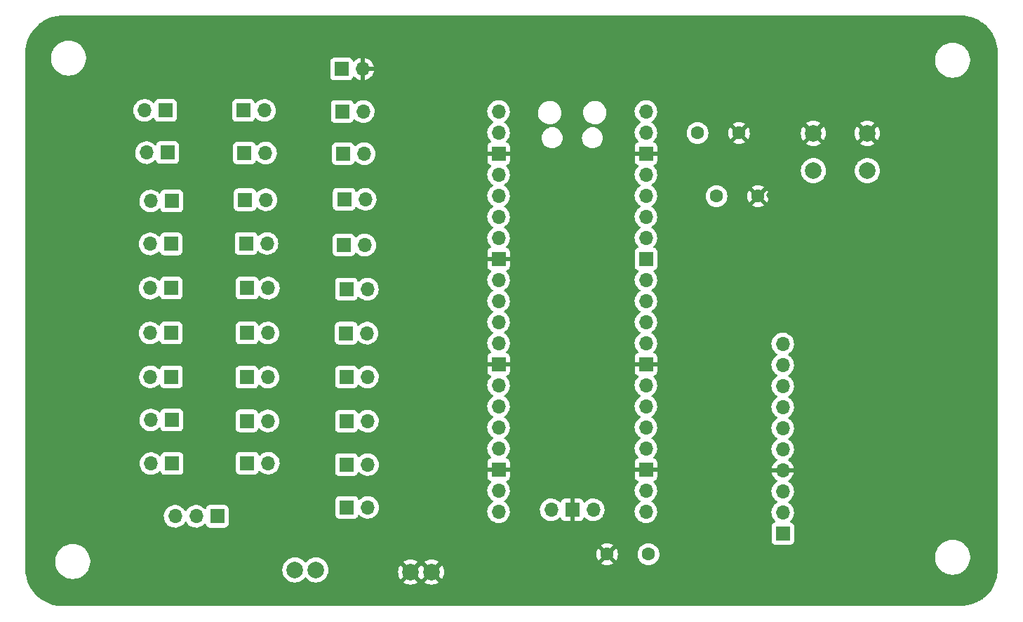
<source format=gbr>
%TF.GenerationSoftware,KiCad,Pcbnew,(6.0.7)*%
%TF.CreationDate,2022-09-20T14:40:13-04:00*%
%TF.ProjectId,RPi Pico Core,52506920-5069-4636-9f20-436f72652e6b,rev?*%
%TF.SameCoordinates,Original*%
%TF.FileFunction,Copper,L2,Bot*%
%TF.FilePolarity,Positive*%
%FSLAX46Y46*%
G04 Gerber Fmt 4.6, Leading zero omitted, Abs format (unit mm)*
G04 Created by KiCad (PCBNEW (6.0.7)) date 2022-09-20 14:40:13*
%MOMM*%
%LPD*%
G01*
G04 APERTURE LIST*
%TA.AperFunction,ComponentPad*%
%ADD10C,2.000000*%
%TD*%
%TA.AperFunction,ComponentPad*%
%ADD11O,1.700000X1.700000*%
%TD*%
%TA.AperFunction,ComponentPad*%
%ADD12R,1.700000X1.700000*%
%TD*%
%TA.AperFunction,ComponentPad*%
%ADD13C,1.600000*%
%TD*%
%TA.AperFunction,ViaPad*%
%ADD14C,0.800000*%
%TD*%
%TA.AperFunction,Conductor*%
%ADD15C,0.250000*%
%TD*%
G04 APERTURE END LIST*
D10*
%TO.P,TP2,1,1*%
%TO.N,GND*%
X141593000Y-128210000D03*
X139053000Y-128210000D03*
%TD*%
%TO.P,TP1,1,1*%
%TO.N,Net-(J2-Pad2)*%
X125083000Y-127956000D03*
X127623000Y-127956000D03*
%TD*%
D11*
%TO.P,U1,1,GPIO0*%
%TO.N,Net-(R29-Pad2)*%
X149667081Y-72680000D03*
%TO.P,U1,2,GPIO1*%
%TO.N,Net-(R30-Pad2)*%
X149667081Y-75220000D03*
D12*
%TO.P,U1,3,GND*%
%TO.N,GND*%
X149667081Y-77760000D03*
D11*
%TO.P,U1,4,GPIO2*%
%TO.N,Net-(R31-Pad2)*%
X149667081Y-80300000D03*
%TO.P,U1,5,GPIO3*%
%TO.N,Net-(R32-Pad2)*%
X149667081Y-82840000D03*
%TO.P,U1,6,GPIO4*%
%TO.N,Net-(R33-Pad2)*%
X149667081Y-85380000D03*
%TO.P,U1,7,GPIO5*%
%TO.N,Net-(R34-Pad2)*%
X149667081Y-87920000D03*
D12*
%TO.P,U1,8,GND*%
%TO.N,GND*%
X149667081Y-90460000D03*
D11*
%TO.P,U1,9,GPIO6*%
%TO.N,Net-(R35-Pad2)*%
X149667081Y-93000000D03*
%TO.P,U1,10,GPIO7*%
%TO.N,Net-(R36-Pad2)*%
X149667081Y-95540000D03*
%TO.P,U1,11,GPIO8*%
%TO.N,Net-(R37-Pad2)*%
X149667081Y-98080000D03*
%TO.P,U1,12,GPIO9*%
%TO.N,Net-(R38-Pad2)*%
X149667081Y-100620000D03*
D12*
%TO.P,U1,13,GND*%
%TO.N,GND*%
X149667081Y-103160000D03*
D11*
%TO.P,U1,14,GPIO10*%
%TO.N,unconnected-(U1-Pad14)*%
X149667081Y-105700000D03*
%TO.P,U1,15,GPIO11*%
%TO.N,unconnected-(U1-Pad15)*%
X149667081Y-108240000D03*
%TO.P,U1,16,GPIO12*%
%TO.N,unconnected-(U1-Pad16)*%
X149667081Y-110780000D03*
%TO.P,U1,17,GPIO13*%
%TO.N,unconnected-(U1-Pad17)*%
X149667081Y-113320000D03*
D12*
%TO.P,U1,18,GND*%
%TO.N,GND*%
X149667081Y-115860000D03*
D11*
%TO.P,U1,19,GPIO14*%
%TO.N,unconnected-(U1-Pad19)*%
X149667081Y-118400000D03*
%TO.P,U1,20,GPIO15*%
%TO.N,unconnected-(U1-Pad20)*%
X149667081Y-120940000D03*
%TO.P,U1,21,GPIO16*%
%TO.N,Net-(J1-Pad2)*%
X167447081Y-120940000D03*
%TO.P,U1,22,GPIO17*%
%TO.N,Net-(J1-Pad3)*%
X167447081Y-118400000D03*
D12*
%TO.P,U1,23,GND*%
%TO.N,GND*%
X167447081Y-115860000D03*
D11*
%TO.P,U1,24,GPIO18*%
%TO.N,Net-(J1-Pad5)*%
X167447081Y-113320000D03*
%TO.P,U1,25,GPIO19*%
%TO.N,Net-(J1-Pad6)*%
X167447081Y-110780000D03*
%TO.P,U1,26,GPIO20*%
%TO.N,Net-(J1-Pad7)*%
X167447081Y-108240000D03*
%TO.P,U1,27,GPIO21*%
%TO.N,Net-(J1-Pad8)*%
X167447081Y-105700000D03*
D12*
%TO.P,U1,28,GND*%
%TO.N,GND*%
X167447081Y-103160000D03*
D11*
%TO.P,U1,29,GPIO22*%
%TO.N,unconnected-(U1-Pad29)*%
X167447081Y-100620000D03*
%TO.P,U1,30,RUN*%
%TO.N,Net-(SW1-Pad1)*%
X167447081Y-98080000D03*
%TO.P,U1,31,GPIO26_ADC0*%
%TO.N,unconnected-(U1-Pad31)*%
X167447081Y-95540000D03*
%TO.P,U1,32,GPIO27_ADC1*%
%TO.N,unconnected-(U1-Pad32)*%
X167447081Y-93000000D03*
D12*
%TO.P,U1,33,AGND*%
%TO.N,unconnected-(U1-Pad33)*%
X167447081Y-90460000D03*
D11*
%TO.P,U1,34,GPIO28_ADC2*%
%TO.N,unconnected-(U1-Pad34)*%
X167447081Y-87920000D03*
%TO.P,U1,35,ADC_VREF*%
%TO.N,unconnected-(U1-Pad35)*%
X167447081Y-85380000D03*
%TO.P,U1,36,3V3*%
%TO.N,+3.3V*%
X167447081Y-82840000D03*
%TO.P,U1,37,3V3_EN*%
%TO.N,unconnected-(U1-Pad37)*%
X167447081Y-80300000D03*
D12*
%TO.P,U1,38,GND*%
%TO.N,GND*%
X167447081Y-77760000D03*
D11*
%TO.P,U1,39,VSYS*%
%TO.N,+5V*%
X167447081Y-75220000D03*
%TO.P,U1,40,VBUS*%
%TO.N,unconnected-(U1-Pad40)*%
X167447081Y-72680000D03*
%TO.P,U1,41,SWCLK*%
%TO.N,unconnected-(U1-Pad41)*%
X156017081Y-120710000D03*
D12*
%TO.P,U1,42,GND*%
%TO.N,GND*%
X158557081Y-120710000D03*
D11*
%TO.P,U1,43,SWDIO*%
%TO.N,unconnected-(U1-Pad43)*%
X161097081Y-120710000D03*
%TD*%
D12*
%TO.P,R23,1*%
%TO.N,Net-(R13-Pad1)*%
X119192081Y-88580000D03*
D11*
%TO.P,R23,2*%
%TO.N,Net-(R12-Pad1)*%
X121732081Y-88580000D03*
%TD*%
D12*
%TO.P,R37,1*%
%TO.N,Net-(R17-Pad1)*%
X131317081Y-115255000D03*
D11*
%TO.P,R37,2*%
%TO.N,Net-(R37-Pad2)*%
X133857081Y-115255000D03*
%TD*%
D12*
%TO.P,R25,1*%
%TO.N,Net-(R15-Pad1)*%
X119307081Y-99390000D03*
D11*
%TO.P,R25,2*%
%TO.N,Net-(R14-Pad1)*%
X121847081Y-99390000D03*
%TD*%
D12*
%TO.P,R17,1*%
%TO.N,Net-(R17-Pad1)*%
X110232081Y-109880000D03*
D11*
%TO.P,R17,2*%
%TO.N,Net-(J2-Pad3)*%
X107692081Y-109880000D03*
%TD*%
D12*
%TO.P,R12,1*%
%TO.N,Net-(R12-Pad1)*%
X110227081Y-83470000D03*
D11*
%TO.P,R12,2*%
%TO.N,Net-(R11-Pad1)*%
X107687081Y-83470000D03*
%TD*%
D12*
%TO.P,R13,1*%
%TO.N,Net-(R13-Pad1)*%
X110157081Y-88650000D03*
D11*
%TO.P,R13,2*%
%TO.N,Net-(R12-Pad1)*%
X107617081Y-88650000D03*
%TD*%
D12*
%TO.P,R18,1*%
%TO.N,Net-(J2-Pad1)*%
X110267081Y-115130000D03*
D11*
%TO.P,R18,2*%
%TO.N,Net-(R17-Pad1)*%
X107727081Y-115130000D03*
%TD*%
D12*
%TO.P,R34,1*%
%TO.N,Net-(R14-Pad1)*%
X131267081Y-99405000D03*
D11*
%TO.P,R34,2*%
%TO.N,Net-(R34-Pad2)*%
X133807081Y-99405000D03*
%TD*%
D12*
%TO.P,R15,1*%
%TO.N,Net-(R15-Pad1)*%
X110157081Y-99390000D03*
D11*
%TO.P,R15,2*%
%TO.N,Net-(R14-Pad1)*%
X107617081Y-99390000D03*
%TD*%
D12*
%TO.P,R38,1*%
%TO.N,Net-(J2-Pad1)*%
X131347081Y-120415000D03*
D11*
%TO.P,R38,2*%
%TO.N,Net-(R38-Pad2)*%
X133887081Y-120415000D03*
%TD*%
D12*
%TO.P,R33,1*%
%TO.N,Net-(R13-Pad1)*%
X131297081Y-94095000D03*
D11*
%TO.P,R33,2*%
%TO.N,Net-(R33-Pad2)*%
X133837081Y-94095000D03*
%TD*%
D10*
%TO.P,SW1,1,A*%
%TO.N,Net-(SW1-Pad1)*%
X194163081Y-79807000D03*
X187663081Y-79807000D03*
%TO.P,SW1,2,B*%
%TO.N,GND*%
X194163081Y-75307000D03*
X187663081Y-75307000D03*
%TD*%
D13*
%TO.P,C3,1*%
%TO.N,GND*%
X178681081Y-75271000D03*
%TO.P,C3,2*%
%TO.N,+5V*%
X173681081Y-75271000D03*
%TD*%
D12*
%TO.P,R29,1*%
%TO.N,Net-(R10-Pad2)*%
X130797081Y-72675000D03*
D11*
%TO.P,R29,2*%
%TO.N,Net-(R29-Pad2)*%
X133337081Y-72675000D03*
%TD*%
D12*
%TO.P,R10,1*%
%TO.N,Net-(R10-Pad1)*%
X109497081Y-72540000D03*
D11*
%TO.P,R10,2*%
%TO.N,Net-(R10-Pad2)*%
X106957081Y-72540000D03*
%TD*%
D13*
%TO.P,C2,1*%
%TO.N,GND*%
X180967081Y-82891000D03*
%TO.P,C2,2*%
%TO.N,+3.3V*%
X175967081Y-82891000D03*
%TD*%
D12*
%TO.P,R24,1*%
%TO.N,Net-(R14-Pad1)*%
X119347081Y-93980000D03*
D11*
%TO.P,R24,2*%
%TO.N,Net-(R13-Pad1)*%
X121887081Y-93980000D03*
%TD*%
D12*
%TO.P,R28,1*%
%TO.N,Net-(J2-Pad1)*%
X119347081Y-115080000D03*
D11*
%TO.P,R28,2*%
%TO.N,Net-(R17-Pad1)*%
X121887081Y-115080000D03*
%TD*%
D13*
%TO.P,C1,1*%
%TO.N,GND*%
X162759081Y-126071000D03*
%TO.P,C1,2*%
%TO.N,+5V*%
X167759081Y-126071000D03*
%TD*%
D12*
%TO.P,J2,1,Pin_1*%
%TO.N,Net-(J2-Pad1)*%
X115714081Y-121499000D03*
D11*
%TO.P,J2,2,Pin_2*%
%TO.N,Net-(J2-Pad2)*%
X113174081Y-121499000D03*
%TO.P,J2,3,Pin_3*%
%TO.N,Net-(J2-Pad3)*%
X110634081Y-121499000D03*
%TD*%
D12*
%TO.P,J1,1,Pin_1*%
%TO.N,+5V*%
X183957081Y-123570000D03*
D11*
%TO.P,J1,2,Pin_2*%
%TO.N,Net-(J1-Pad2)*%
X183957081Y-121030000D03*
%TO.P,J1,3,Pin_3*%
%TO.N,Net-(J1-Pad3)*%
X183957081Y-118490000D03*
%TO.P,J1,4,Pin_4*%
%TO.N,GND*%
X183957081Y-115950000D03*
%TO.P,J1,5,Pin_5*%
%TO.N,Net-(J1-Pad5)*%
X183957081Y-113410000D03*
%TO.P,J1,6,Pin_6*%
%TO.N,Net-(J1-Pad6)*%
X183957081Y-110870000D03*
%TO.P,J1,7,Pin_7*%
%TO.N,Net-(J1-Pad7)*%
X183957081Y-108330000D03*
%TO.P,J1,8,Pin_8*%
%TO.N,Net-(J1-Pad8)*%
X183957081Y-105790000D03*
%TO.P,J1,9,Pin_9*%
%TO.N,+3.3V*%
X183957081Y-103250000D03*
%TO.P,J1,10,Pin_10*%
%TO.N,unconnected-(J1-Pad10)*%
X183957081Y-100710000D03*
%TD*%
D12*
%TO.P,R16,1*%
%TO.N,Net-(J2-Pad3)*%
X110197081Y-104660000D03*
D11*
%TO.P,R16,2*%
%TO.N,Net-(R15-Pad1)*%
X107657081Y-104660000D03*
%TD*%
D12*
%TO.P,R11,1*%
%TO.N,Net-(R11-Pad1)*%
X109727081Y-77640000D03*
D11*
%TO.P,R11,2*%
%TO.N,Net-(R10-Pad1)*%
X107187081Y-77640000D03*
%TD*%
D12*
%TO.P,R36,1*%
%TO.N,Net-(J2-Pad3)*%
X131307081Y-110025000D03*
D11*
%TO.P,R36,2*%
%TO.N,Net-(R36-Pad2)*%
X133847081Y-110025000D03*
%TD*%
D12*
%TO.P,R31,1*%
%TO.N,Net-(R11-Pad1)*%
X131037081Y-83255000D03*
D11*
%TO.P,R31,2*%
%TO.N,Net-(R31-Pad2)*%
X133577081Y-83255000D03*
%TD*%
D12*
%TO.P,R27,1*%
%TO.N,Net-(R17-Pad1)*%
X119297081Y-109990000D03*
D11*
%TO.P,R27,2*%
%TO.N,Net-(J2-Pad3)*%
X121837081Y-109990000D03*
%TD*%
D12*
%TO.P,R32,1*%
%TO.N,Net-(R12-Pad1)*%
X130987081Y-88785000D03*
D11*
%TO.P,R32,2*%
%TO.N,Net-(R32-Pad2)*%
X133527081Y-88785000D03*
%TD*%
D12*
%TO.P,R30,1*%
%TO.N,Net-(R10-Pad1)*%
X130917081Y-77765000D03*
D11*
%TO.P,R30,2*%
%TO.N,Net-(R30-Pad2)*%
X133457081Y-77765000D03*
%TD*%
D12*
%TO.P,R19,1*%
%TO.N,Net-(R10-Pad2)*%
X130727081Y-67545000D03*
D11*
%TO.P,R19,2*%
%TO.N,GND*%
X133267081Y-67545000D03*
%TD*%
D12*
%TO.P,R14,1*%
%TO.N,Net-(R14-Pad1)*%
X110157081Y-93980000D03*
D11*
%TO.P,R14,2*%
%TO.N,Net-(R13-Pad1)*%
X107617081Y-93980000D03*
%TD*%
D12*
%TO.P,R22,1*%
%TO.N,Net-(R12-Pad1)*%
X119067081Y-83320000D03*
D11*
%TO.P,R22,2*%
%TO.N,Net-(R11-Pad1)*%
X121607081Y-83320000D03*
%TD*%
D12*
%TO.P,R20,1*%
%TO.N,Net-(R10-Pad1)*%
X118887081Y-72550000D03*
D11*
%TO.P,R20,2*%
%TO.N,Net-(R10-Pad2)*%
X121427081Y-72550000D03*
%TD*%
D12*
%TO.P,R35,1*%
%TO.N,Net-(R15-Pad1)*%
X131307081Y-104695000D03*
D11*
%TO.P,R35,2*%
%TO.N,Net-(R35-Pad2)*%
X133847081Y-104695000D03*
%TD*%
D12*
%TO.P,R26,1*%
%TO.N,Net-(J2-Pad3)*%
X119297081Y-104720000D03*
D11*
%TO.P,R26,2*%
%TO.N,Net-(R15-Pad1)*%
X121837081Y-104720000D03*
%TD*%
D12*
%TO.P,R21,1*%
%TO.N,Net-(R11-Pad1)*%
X119007081Y-77680000D03*
D11*
%TO.P,R21,2*%
%TO.N,Net-(R10-Pad1)*%
X121547081Y-77680000D03*
%TD*%
D14*
%TO.N,GND*%
X160576541Y-124339459D03*
X136640000Y-67504000D03*
X163976000Y-77760000D03*
X196584000Y-75378000D03*
X182360000Y-82744000D03*
X180328000Y-75124000D03*
X151626000Y-90364000D03*
X151626000Y-103064000D03*
%TD*%
D15*
%TO.N,Net-(SW1-Pad1)*%
X187805000Y-79807000D02*
X187948000Y-79950000D01*
X187663081Y-79807000D02*
X187805000Y-79807000D01*
%TO.N,Net-(R13-Pad1)*%
X131182081Y-93980000D02*
X131297081Y-94095000D01*
%TD*%
%TA.AperFunction,Conductor*%
%TO.N,GND*%
G36*
X205383657Y-61090509D02*
G01*
X205398433Y-61092810D01*
X205398438Y-61092810D01*
X205407307Y-61094191D01*
X205427766Y-61091516D01*
X205449591Y-61090572D01*
X205800421Y-61105888D01*
X205811370Y-61106846D01*
X206189820Y-61156669D01*
X206200628Y-61158575D01*
X206531369Y-61231897D01*
X206573288Y-61241190D01*
X206583905Y-61244035D01*
X206947939Y-61358813D01*
X206958262Y-61362569D01*
X207310938Y-61508651D01*
X207320882Y-61513289D01*
X207659463Y-61689542D01*
X207668974Y-61695033D01*
X207990904Y-61900124D01*
X207999908Y-61906428D01*
X208302742Y-62138800D01*
X208311159Y-62145864D01*
X208368124Y-62198062D01*
X208592573Y-62403731D01*
X208600346Y-62411503D01*
X208858234Y-62692937D01*
X208865296Y-62701355D01*
X209045683Y-62936438D01*
X209097658Y-63004173D01*
X209103963Y-63013177D01*
X209309057Y-63335108D01*
X209314553Y-63344628D01*
X209490799Y-63683194D01*
X209495445Y-63693156D01*
X209641522Y-64045815D01*
X209645278Y-64056137D01*
X209689868Y-64197557D01*
X209760059Y-64420175D01*
X209762904Y-64430792D01*
X209845521Y-64803449D01*
X209847430Y-64814275D01*
X209897252Y-65192713D01*
X209898210Y-65203662D01*
X209912678Y-65535016D01*
X209913199Y-65546955D01*
X209911818Y-65571839D01*
X209911271Y-65575348D01*
X209911271Y-65575355D01*
X209909890Y-65584224D01*
X209911054Y-65593126D01*
X209911054Y-65593128D01*
X209914017Y-65615783D01*
X209915081Y-65632121D01*
X209915081Y-127781133D01*
X209913581Y-127800518D01*
X209911271Y-127815351D01*
X209911271Y-127815355D01*
X209909890Y-127824224D01*
X209912565Y-127844683D01*
X209913509Y-127866507D01*
X209899266Y-128192711D01*
X209898229Y-128216463D01*
X209897271Y-128227412D01*
X209850916Y-128579522D01*
X209847563Y-128604988D01*
X209845655Y-128615805D01*
X209782439Y-128900958D01*
X209763228Y-128987612D01*
X209760383Y-128998229D01*
X209663301Y-129306135D01*
X209645866Y-129361430D01*
X209642110Y-129371751D01*
X209504950Y-129702885D01*
X209496365Y-129723610D01*
X209491723Y-129733563D01*
X209486513Y-129743572D01*
X209315876Y-130071362D01*
X209310380Y-130080882D01*
X209105756Y-130402076D01*
X209099451Y-130411080D01*
X208867619Y-130713208D01*
X208860554Y-130721628D01*
X208603268Y-131002407D01*
X208595495Y-131010180D01*
X208314715Y-131267465D01*
X208306302Y-131274525D01*
X208280691Y-131294177D01*
X208256140Y-131308914D01*
X208244975Y-131313990D01*
X208244971Y-131313992D01*
X208236799Y-131317708D01*
X208229998Y-131323568D01*
X208229992Y-131323572D01*
X208131927Y-131408070D01*
X208126384Y-131412580D01*
X208004161Y-131506365D01*
X207995156Y-131512669D01*
X207673973Y-131717284D01*
X207664458Y-131722779D01*
X207645234Y-131732786D01*
X207326648Y-131898630D01*
X207316686Y-131903275D01*
X206964840Y-132049014D01*
X206954510Y-132052773D01*
X206591316Y-132167286D01*
X206580698Y-132170131D01*
X206208889Y-132252558D01*
X206198081Y-132254464D01*
X205820496Y-132304173D01*
X205809546Y-132305131D01*
X205466934Y-132320088D01*
X205442057Y-132318708D01*
X205429859Y-132316809D01*
X205420957Y-132317973D01*
X205420956Y-132317973D01*
X205398260Y-132320940D01*
X205381938Y-132322003D01*
X97112929Y-132331995D01*
X97093531Y-132330495D01*
X97078731Y-132328190D01*
X97078728Y-132328190D01*
X97069859Y-132326809D01*
X97049399Y-132329484D01*
X97027576Y-132330428D01*
X96677620Y-132315147D01*
X96666670Y-132314189D01*
X96596047Y-132304891D01*
X96289091Y-132264478D01*
X96278275Y-132262571D01*
X96136269Y-132231088D01*
X95906470Y-132180142D01*
X95895853Y-132177297D01*
X95532660Y-132062782D01*
X95522331Y-132059023D01*
X95170477Y-131913279D01*
X95160514Y-131908633D01*
X94822718Y-131732786D01*
X94813199Y-131727290D01*
X94492018Y-131522674D01*
X94483014Y-131516370D01*
X94224112Y-131317708D01*
X94180868Y-131284526D01*
X94172456Y-131277466D01*
X93891674Y-131020174D01*
X93883902Y-131012402D01*
X93626628Y-130731636D01*
X93619562Y-130723216D01*
X93618344Y-130721628D01*
X93387720Y-130421072D01*
X93381416Y-130412068D01*
X93176798Y-130090882D01*
X93171302Y-130081362D01*
X93166096Y-130071362D01*
X92995456Y-129743563D01*
X92990814Y-129733610D01*
X92990799Y-129733572D01*
X92845069Y-129381750D01*
X92841313Y-129371429D01*
X92838161Y-129361430D01*
X92726797Y-129008228D01*
X92723952Y-128997611D01*
X92717723Y-128969511D01*
X92690212Y-128845416D01*
X92641528Y-128625814D01*
X92639619Y-128614990D01*
X92589909Y-128237413D01*
X92588951Y-128226462D01*
X92574157Y-127887619D01*
X92575784Y-127861216D01*
X92576350Y-127857852D01*
X92576351Y-127857845D01*
X92577157Y-127853052D01*
X92577310Y-127840500D01*
X92573354Y-127812876D01*
X92572081Y-127795014D01*
X92572081Y-127072703D01*
X96176743Y-127072703D01*
X96177302Y-127076947D01*
X96177302Y-127076951D01*
X96187160Y-127151830D01*
X96214268Y-127357734D01*
X96215401Y-127361874D01*
X96215401Y-127361876D01*
X96228879Y-127411142D01*
X96290129Y-127635036D01*
X96291813Y-127638984D01*
X96397866Y-127887619D01*
X96402923Y-127899476D01*
X96450099Y-127978301D01*
X96509112Y-128076904D01*
X96550561Y-128146161D01*
X96730313Y-128370528D01*
X96747397Y-128386740D01*
X96894013Y-128525873D01*
X96938851Y-128568423D01*
X97172317Y-128736186D01*
X97176112Y-128738195D01*
X97176113Y-128738196D01*
X97194520Y-128747942D01*
X97426392Y-128870712D01*
X97696373Y-128969511D01*
X97977264Y-129030755D01*
X98005841Y-129033004D01*
X98200282Y-129048307D01*
X98200291Y-129048307D01*
X98202739Y-129048500D01*
X98358271Y-129048500D01*
X98360407Y-129048354D01*
X98360418Y-129048354D01*
X98568548Y-129034165D01*
X98568554Y-129034164D01*
X98572825Y-129033873D01*
X98577020Y-129033004D01*
X98577022Y-129033004D01*
X98721988Y-129002983D01*
X98854342Y-128975574D01*
X99125343Y-128879607D01*
X99380812Y-128747750D01*
X99384313Y-128745289D01*
X99384317Y-128745287D01*
X99576186Y-128610439D01*
X99616023Y-128582441D01*
X99738699Y-128468443D01*
X99823479Y-128389661D01*
X99823481Y-128389658D01*
X99826622Y-128386740D01*
X100008713Y-128164268D01*
X100136340Y-127956000D01*
X123569835Y-127956000D01*
X123588465Y-128192711D01*
X123589619Y-128197518D01*
X123589620Y-128197524D01*
X123610808Y-128285777D01*
X123643895Y-128423594D01*
X123645788Y-128428165D01*
X123645789Y-128428167D01*
X123727657Y-128625814D01*
X123734760Y-128642963D01*
X123737346Y-128647183D01*
X123856241Y-128841202D01*
X123856245Y-128841208D01*
X123858824Y-128845416D01*
X124013031Y-129025969D01*
X124193584Y-129180176D01*
X124197792Y-129182755D01*
X124197798Y-129182759D01*
X124391817Y-129301654D01*
X124396037Y-129304240D01*
X124400607Y-129306133D01*
X124400611Y-129306135D01*
X124583183Y-129381758D01*
X124615406Y-129395105D01*
X124695609Y-129414360D01*
X124841476Y-129449380D01*
X124841482Y-129449381D01*
X124846289Y-129450535D01*
X125083000Y-129469165D01*
X125319711Y-129450535D01*
X125324518Y-129449381D01*
X125324524Y-129449380D01*
X125470391Y-129414360D01*
X125550594Y-129395105D01*
X125582817Y-129381758D01*
X125765389Y-129306135D01*
X125765393Y-129306133D01*
X125769963Y-129304240D01*
X125774183Y-129301654D01*
X125968202Y-129182759D01*
X125968208Y-129182755D01*
X125972416Y-129180176D01*
X126152969Y-129025969D01*
X126156177Y-129022213D01*
X126156182Y-129022208D01*
X126257189Y-128903944D01*
X126316639Y-128865134D01*
X126387634Y-128864628D01*
X126448811Y-128903944D01*
X126549818Y-129022208D01*
X126549823Y-129022213D01*
X126553031Y-129025969D01*
X126733584Y-129180176D01*
X126737792Y-129182755D01*
X126737798Y-129182759D01*
X126931817Y-129301654D01*
X126936037Y-129304240D01*
X126940607Y-129306133D01*
X126940611Y-129306135D01*
X127123183Y-129381758D01*
X127155406Y-129395105D01*
X127235609Y-129414360D01*
X127381476Y-129449380D01*
X127381482Y-129449381D01*
X127386289Y-129450535D01*
X127623000Y-129469165D01*
X127859711Y-129450535D01*
X127864518Y-129449381D01*
X127864524Y-129449380D01*
X127892473Y-129442670D01*
X138185160Y-129442670D01*
X138190887Y-129450320D01*
X138362042Y-129555205D01*
X138370837Y-129559687D01*
X138580988Y-129646734D01*
X138590373Y-129649783D01*
X138811554Y-129702885D01*
X138821301Y-129704428D01*
X139048070Y-129722275D01*
X139057930Y-129722275D01*
X139284699Y-129704428D01*
X139294446Y-129702885D01*
X139515627Y-129649783D01*
X139525012Y-129646734D01*
X139735163Y-129559687D01*
X139743958Y-129555205D01*
X139911445Y-129452568D01*
X139920400Y-129442670D01*
X140725160Y-129442670D01*
X140730887Y-129450320D01*
X140902042Y-129555205D01*
X140910837Y-129559687D01*
X141120988Y-129646734D01*
X141130373Y-129649783D01*
X141351554Y-129702885D01*
X141361301Y-129704428D01*
X141588070Y-129722275D01*
X141597930Y-129722275D01*
X141824699Y-129704428D01*
X141834446Y-129702885D01*
X142055627Y-129649783D01*
X142065012Y-129646734D01*
X142275163Y-129559687D01*
X142283958Y-129555205D01*
X142451445Y-129452568D01*
X142460907Y-129442110D01*
X142457124Y-129433334D01*
X141605812Y-128582022D01*
X141591868Y-128574408D01*
X141590035Y-128574539D01*
X141583420Y-128578790D01*
X140731920Y-129430290D01*
X140725160Y-129442670D01*
X139920400Y-129442670D01*
X139920907Y-129442110D01*
X139917124Y-129433334D01*
X139065812Y-128582022D01*
X139051868Y-128574408D01*
X139050035Y-128574539D01*
X139043420Y-128578790D01*
X138191920Y-129430290D01*
X138185160Y-129442670D01*
X127892473Y-129442670D01*
X128010391Y-129414360D01*
X128090594Y-129395105D01*
X128122817Y-129381758D01*
X128305389Y-129306135D01*
X128305393Y-129306133D01*
X128309963Y-129304240D01*
X128314183Y-129301654D01*
X128508202Y-129182759D01*
X128508208Y-129182755D01*
X128512416Y-129180176D01*
X128692969Y-129025969D01*
X128847176Y-128845416D01*
X128849755Y-128841208D01*
X128849759Y-128841202D01*
X128968654Y-128647183D01*
X128971240Y-128642963D01*
X128978344Y-128625814D01*
X129060211Y-128428167D01*
X129060212Y-128428165D01*
X129062105Y-128423594D01*
X129095192Y-128285777D01*
X129112201Y-128214930D01*
X137540725Y-128214930D01*
X137558572Y-128441699D01*
X137560115Y-128451446D01*
X137613217Y-128672627D01*
X137616266Y-128682012D01*
X137703313Y-128892163D01*
X137707795Y-128900958D01*
X137810432Y-129068445D01*
X137820890Y-129077907D01*
X137829666Y-129074124D01*
X138680978Y-128222812D01*
X138687356Y-128211132D01*
X139417408Y-128211132D01*
X139417539Y-128212965D01*
X139421790Y-128219580D01*
X140273290Y-129071080D01*
X140287234Y-129078694D01*
X140320551Y-129076311D01*
X140321641Y-129075905D01*
X140351217Y-129077280D01*
X140359253Y-129078612D01*
X140369667Y-129074123D01*
X141220978Y-128222812D01*
X141227356Y-128211132D01*
X141957408Y-128211132D01*
X141957539Y-128212965D01*
X141961790Y-128219580D01*
X142813290Y-129071080D01*
X142825670Y-129077840D01*
X142833320Y-129072113D01*
X142938205Y-128900958D01*
X142942687Y-128892163D01*
X143029734Y-128682012D01*
X143032783Y-128672627D01*
X143085885Y-128451446D01*
X143087428Y-128441699D01*
X143105275Y-128214930D01*
X143105275Y-128205070D01*
X143087428Y-127978301D01*
X143085885Y-127968554D01*
X143032783Y-127747373D01*
X143029734Y-127737988D01*
X142942687Y-127527837D01*
X142938205Y-127519042D01*
X142835568Y-127351555D01*
X142825110Y-127342093D01*
X142816334Y-127345876D01*
X141965022Y-128197188D01*
X141957408Y-128211132D01*
X141227356Y-128211132D01*
X141228592Y-128208868D01*
X141228461Y-128207035D01*
X141224210Y-128200420D01*
X140372710Y-127348920D01*
X140358766Y-127341306D01*
X140325449Y-127343689D01*
X140324359Y-127344095D01*
X140294783Y-127342720D01*
X140286747Y-127341388D01*
X140276333Y-127345877D01*
X139425022Y-128197188D01*
X139417408Y-128211132D01*
X138687356Y-128211132D01*
X138688592Y-128208868D01*
X138688461Y-128207035D01*
X138684210Y-128200420D01*
X137832710Y-127348920D01*
X137820330Y-127342160D01*
X137812680Y-127347887D01*
X137707795Y-127519042D01*
X137703313Y-127527837D01*
X137616266Y-127737988D01*
X137613217Y-127747373D01*
X137560115Y-127968554D01*
X137558572Y-127978301D01*
X137540725Y-128205070D01*
X137540725Y-128214930D01*
X129112201Y-128214930D01*
X129116380Y-128197524D01*
X129116381Y-128197518D01*
X129117535Y-128192711D01*
X129136165Y-127956000D01*
X129117535Y-127719289D01*
X129098862Y-127641508D01*
X129081360Y-127568609D01*
X129062105Y-127488406D01*
X129031616Y-127414799D01*
X128973135Y-127273611D01*
X128973133Y-127273607D01*
X128971240Y-127269037D01*
X128909625Y-127168491D01*
X128849759Y-127070798D01*
X128849755Y-127070792D01*
X128847176Y-127066584D01*
X128771424Y-126977890D01*
X138185093Y-126977890D01*
X138188876Y-126986666D01*
X139040188Y-127837978D01*
X139054132Y-127845592D01*
X139055965Y-127845461D01*
X139062580Y-127841210D01*
X139914080Y-126989710D01*
X139920534Y-126977890D01*
X140725093Y-126977890D01*
X140728876Y-126986666D01*
X141580188Y-127837978D01*
X141594132Y-127845592D01*
X141595965Y-127845461D01*
X141602580Y-127841210D01*
X142286728Y-127157062D01*
X162037574Y-127157062D01*
X162046870Y-127169077D01*
X162098075Y-127204931D01*
X162107570Y-127210414D01*
X162305028Y-127302490D01*
X162315320Y-127306236D01*
X162525769Y-127362625D01*
X162536562Y-127364528D01*
X162753606Y-127383517D01*
X162764556Y-127383517D01*
X162981600Y-127364528D01*
X162992393Y-127362625D01*
X163202842Y-127306236D01*
X163213134Y-127302490D01*
X163410592Y-127210414D01*
X163420087Y-127204931D01*
X163472129Y-127168491D01*
X163480505Y-127158012D01*
X163473437Y-127144566D01*
X162771893Y-126443022D01*
X162757949Y-126435408D01*
X162756116Y-126435539D01*
X162749501Y-126439790D01*
X162044004Y-127145287D01*
X162037574Y-127157062D01*
X142286728Y-127157062D01*
X142454080Y-126989710D01*
X142460840Y-126977330D01*
X142455113Y-126969680D01*
X142283958Y-126864795D01*
X142275163Y-126860313D01*
X142065012Y-126773266D01*
X142055627Y-126770217D01*
X141834446Y-126717115D01*
X141824699Y-126715572D01*
X141597930Y-126697725D01*
X141588070Y-126697725D01*
X141361301Y-126715572D01*
X141351554Y-126717115D01*
X141130373Y-126770217D01*
X141120988Y-126773266D01*
X140910837Y-126860313D01*
X140902042Y-126864795D01*
X140734555Y-126967432D01*
X140725093Y-126977890D01*
X139920534Y-126977890D01*
X139920840Y-126977330D01*
X139915113Y-126969680D01*
X139743958Y-126864795D01*
X139735163Y-126860313D01*
X139525012Y-126773266D01*
X139515627Y-126770217D01*
X139294446Y-126717115D01*
X139284699Y-126715572D01*
X139057930Y-126697725D01*
X139048070Y-126697725D01*
X138821301Y-126715572D01*
X138811554Y-126717115D01*
X138590373Y-126770217D01*
X138580988Y-126773266D01*
X138370837Y-126860313D01*
X138362042Y-126864795D01*
X138194555Y-126967432D01*
X138185093Y-126977890D01*
X128771424Y-126977890D01*
X128692969Y-126886031D01*
X128512416Y-126731824D01*
X128508208Y-126729245D01*
X128508202Y-126729241D01*
X128314183Y-126610346D01*
X128309963Y-126607760D01*
X128305393Y-126605867D01*
X128305389Y-126605865D01*
X128095167Y-126518789D01*
X128095165Y-126518788D01*
X128090594Y-126516895D01*
X128005501Y-126496466D01*
X127864524Y-126462620D01*
X127864518Y-126462619D01*
X127859711Y-126461465D01*
X127623000Y-126442835D01*
X127386289Y-126461465D01*
X127381482Y-126462619D01*
X127381476Y-126462620D01*
X127240499Y-126496466D01*
X127155406Y-126516895D01*
X127150835Y-126518788D01*
X127150833Y-126518789D01*
X126940611Y-126605865D01*
X126940607Y-126605867D01*
X126936037Y-126607760D01*
X126931817Y-126610346D01*
X126737798Y-126729241D01*
X126737792Y-126729245D01*
X126733584Y-126731824D01*
X126553031Y-126886031D01*
X126549823Y-126889787D01*
X126549818Y-126889792D01*
X126448811Y-127008056D01*
X126389361Y-127046866D01*
X126318366Y-127047372D01*
X126257189Y-127008056D01*
X126156182Y-126889792D01*
X126156177Y-126889787D01*
X126152969Y-126886031D01*
X125972416Y-126731824D01*
X125968208Y-126729245D01*
X125968202Y-126729241D01*
X125774183Y-126610346D01*
X125769963Y-126607760D01*
X125765393Y-126605867D01*
X125765389Y-126605865D01*
X125555167Y-126518789D01*
X125555165Y-126518788D01*
X125550594Y-126516895D01*
X125465501Y-126496466D01*
X125324524Y-126462620D01*
X125324518Y-126462619D01*
X125319711Y-126461465D01*
X125083000Y-126442835D01*
X124846289Y-126461465D01*
X124841482Y-126462619D01*
X124841476Y-126462620D01*
X124700499Y-126496466D01*
X124615406Y-126516895D01*
X124610835Y-126518788D01*
X124610833Y-126518789D01*
X124400611Y-126605865D01*
X124400607Y-126605867D01*
X124396037Y-126607760D01*
X124391817Y-126610346D01*
X124197798Y-126729241D01*
X124197792Y-126729245D01*
X124193584Y-126731824D01*
X124013031Y-126886031D01*
X123858824Y-127066584D01*
X123856245Y-127070792D01*
X123856241Y-127070798D01*
X123796375Y-127168491D01*
X123734760Y-127269037D01*
X123732867Y-127273607D01*
X123732865Y-127273611D01*
X123674384Y-127414799D01*
X123643895Y-127488406D01*
X123624640Y-127568609D01*
X123607139Y-127641508D01*
X123588465Y-127719289D01*
X123569835Y-127956000D01*
X100136340Y-127956000D01*
X100158927Y-127919142D01*
X100185832Y-127857852D01*
X100272757Y-127659830D01*
X100274483Y-127655898D01*
X100353244Y-127379406D01*
X100386192Y-127147898D01*
X100393146Y-127099036D01*
X100393146Y-127099034D01*
X100393751Y-127094784D01*
X100393844Y-127077198D01*
X100395235Y-126811583D01*
X100395235Y-126811576D01*
X100395257Y-126807297D01*
X100392464Y-126786077D01*
X100363319Y-126564703D01*
X100357732Y-126522266D01*
X100281871Y-126244964D01*
X100271295Y-126220170D01*
X100210004Y-126076475D01*
X161446564Y-126076475D01*
X161465553Y-126293519D01*
X161467456Y-126304312D01*
X161523845Y-126514761D01*
X161527591Y-126525053D01*
X161619667Y-126722511D01*
X161625150Y-126732006D01*
X161661590Y-126784048D01*
X161672069Y-126792424D01*
X161685515Y-126785356D01*
X162387059Y-126083812D01*
X162393437Y-126072132D01*
X163123489Y-126072132D01*
X163123620Y-126073965D01*
X163127871Y-126080580D01*
X163833368Y-126786077D01*
X163845143Y-126792507D01*
X163857158Y-126783211D01*
X163893012Y-126732006D01*
X163898495Y-126722511D01*
X163990571Y-126525053D01*
X163994317Y-126514761D01*
X164050706Y-126304312D01*
X164052609Y-126293519D01*
X164071598Y-126076475D01*
X164071598Y-126071000D01*
X166445583Y-126071000D01*
X166465538Y-126299087D01*
X166466962Y-126304400D01*
X166466962Y-126304402D01*
X166504106Y-126443022D01*
X166524797Y-126520243D01*
X166527120Y-126525224D01*
X166527120Y-126525225D01*
X166619232Y-126722762D01*
X166619235Y-126722767D01*
X166621558Y-126727749D01*
X166658820Y-126780964D01*
X166735019Y-126889787D01*
X166752883Y-126915300D01*
X166914781Y-127077198D01*
X166919289Y-127080355D01*
X166919292Y-127080357D01*
X166980046Y-127122897D01*
X167102332Y-127208523D01*
X167107314Y-127210846D01*
X167107319Y-127210849D01*
X167303846Y-127302490D01*
X167309838Y-127305284D01*
X167315146Y-127306706D01*
X167315148Y-127306707D01*
X167525679Y-127363119D01*
X167525681Y-127363119D01*
X167530994Y-127364543D01*
X167759081Y-127384498D01*
X167987168Y-127364543D01*
X167992481Y-127363119D01*
X167992483Y-127363119D01*
X168203014Y-127306707D01*
X168203016Y-127306706D01*
X168208324Y-127305284D01*
X168214316Y-127302490D01*
X168410843Y-127210849D01*
X168410848Y-127210846D01*
X168415830Y-127208523D01*
X168538116Y-127122897D01*
X168598870Y-127080357D01*
X168598873Y-127080355D01*
X168603381Y-127077198D01*
X168765279Y-126915300D01*
X168783144Y-126889787D01*
X168859342Y-126780964D01*
X168896604Y-126727749D01*
X168898927Y-126722767D01*
X168898930Y-126722762D01*
X168972633Y-126564703D01*
X202348743Y-126564703D01*
X202349302Y-126568947D01*
X202349302Y-126568951D01*
X202354752Y-126610346D01*
X202386268Y-126849734D01*
X202462129Y-127127036D01*
X202463813Y-127130984D01*
X202571947Y-127384498D01*
X202574923Y-127391476D01*
X202635814Y-127493218D01*
X202718214Y-127630897D01*
X202722561Y-127638161D01*
X202902313Y-127862528D01*
X203110851Y-128060423D01*
X203250281Y-128160614D01*
X203332341Y-128219580D01*
X203344317Y-128228186D01*
X203348112Y-128230195D01*
X203348113Y-128230196D01*
X203369869Y-128241715D01*
X203598392Y-128362712D01*
X203654982Y-128383421D01*
X203751611Y-128418782D01*
X203868373Y-128461511D01*
X204149264Y-128522755D01*
X204177841Y-128525004D01*
X204372282Y-128540307D01*
X204372291Y-128540307D01*
X204374739Y-128540500D01*
X204530271Y-128540500D01*
X204532407Y-128540354D01*
X204532418Y-128540354D01*
X204740548Y-128526165D01*
X204740554Y-128526164D01*
X204744825Y-128525873D01*
X204749020Y-128525004D01*
X204749022Y-128525004D01*
X204885583Y-128496724D01*
X205026342Y-128467574D01*
X205297343Y-128371607D01*
X205552812Y-128239750D01*
X205556313Y-128237289D01*
X205556317Y-128237287D01*
X205691215Y-128142479D01*
X205788023Y-128074441D01*
X205910175Y-127960930D01*
X205995479Y-127881661D01*
X205995481Y-127881658D01*
X205998622Y-127878740D01*
X206180713Y-127656268D01*
X206330927Y-127411142D01*
X206346723Y-127375159D01*
X206444757Y-127151830D01*
X206446483Y-127147898D01*
X206466623Y-127077198D01*
X206524068Y-126875534D01*
X206525244Y-126871406D01*
X206562766Y-126607760D01*
X206565146Y-126591036D01*
X206565146Y-126591034D01*
X206565751Y-126586784D01*
X206565845Y-126568951D01*
X206567235Y-126303583D01*
X206567235Y-126303576D01*
X206567257Y-126299297D01*
X206566497Y-126293519D01*
X206537922Y-126076475D01*
X206529732Y-126014266D01*
X206516198Y-125964792D01*
X206507585Y-125933311D01*
X206453871Y-125736964D01*
X206439047Y-125702210D01*
X206342763Y-125476476D01*
X206342761Y-125476472D01*
X206341077Y-125472524D01*
X206236363Y-125297559D01*
X206195643Y-125229521D01*
X206195640Y-125229517D01*
X206193439Y-125225839D01*
X206013687Y-125001472D01*
X205850903Y-124846996D01*
X205808258Y-124806527D01*
X205808255Y-124806525D01*
X205805149Y-124803577D01*
X205571683Y-124635814D01*
X205549843Y-124624250D01*
X205526654Y-124611972D01*
X205317608Y-124501288D01*
X205047627Y-124402489D01*
X204766736Y-124341245D01*
X204735685Y-124338801D01*
X204543718Y-124323693D01*
X204543709Y-124323693D01*
X204541261Y-124323500D01*
X204385729Y-124323500D01*
X204383593Y-124323646D01*
X204383582Y-124323646D01*
X204175452Y-124337835D01*
X204175446Y-124337836D01*
X204171175Y-124338127D01*
X204166980Y-124338996D01*
X204166978Y-124338996D01*
X204030417Y-124367276D01*
X203889658Y-124396426D01*
X203618657Y-124492393D01*
X203363188Y-124624250D01*
X203359687Y-124626711D01*
X203359683Y-124626713D01*
X203292556Y-124673891D01*
X203127977Y-124789559D01*
X203078255Y-124835764D01*
X202930024Y-124973509D01*
X202917378Y-124985260D01*
X202735287Y-125207732D01*
X202585073Y-125452858D01*
X202583347Y-125456791D01*
X202583346Y-125456792D01*
X202508601Y-125627067D01*
X202469517Y-125716102D01*
X202390756Y-125992594D01*
X202350249Y-126277216D01*
X202350227Y-126281505D01*
X202350226Y-126281512D01*
X202348943Y-126526522D01*
X202348743Y-126564703D01*
X168972633Y-126564703D01*
X168991042Y-126525225D01*
X168991042Y-126525224D01*
X168993365Y-126520243D01*
X169014057Y-126443022D01*
X169051200Y-126304402D01*
X169051200Y-126304400D01*
X169052624Y-126299087D01*
X169072579Y-126071000D01*
X169052624Y-125842913D01*
X169024235Y-125736964D01*
X168994788Y-125627067D01*
X168994787Y-125627065D01*
X168993365Y-125621757D01*
X168991042Y-125616775D01*
X168898930Y-125419238D01*
X168898927Y-125419233D01*
X168896604Y-125414251D01*
X168765279Y-125226700D01*
X168603381Y-125064802D01*
X168598873Y-125061645D01*
X168598870Y-125061643D01*
X168520692Y-125006902D01*
X168415830Y-124933477D01*
X168410848Y-124931154D01*
X168410843Y-124931151D01*
X168213306Y-124839039D01*
X168213305Y-124839039D01*
X168208324Y-124836716D01*
X168203016Y-124835294D01*
X168203014Y-124835293D01*
X167992483Y-124778881D01*
X167992481Y-124778881D01*
X167987168Y-124777457D01*
X167759081Y-124757502D01*
X167530994Y-124777457D01*
X167525681Y-124778881D01*
X167525679Y-124778881D01*
X167315148Y-124835293D01*
X167315146Y-124835294D01*
X167309838Y-124836716D01*
X167304857Y-124839039D01*
X167304856Y-124839039D01*
X167107319Y-124931151D01*
X167107314Y-124931154D01*
X167102332Y-124933477D01*
X166997470Y-125006902D01*
X166919292Y-125061643D01*
X166919289Y-125061645D01*
X166914781Y-125064802D01*
X166752883Y-125226700D01*
X166621558Y-125414251D01*
X166619235Y-125419233D01*
X166619232Y-125419238D01*
X166527120Y-125616775D01*
X166524797Y-125621757D01*
X166523375Y-125627065D01*
X166523374Y-125627067D01*
X166493927Y-125736964D01*
X166465538Y-125842913D01*
X166445583Y-126071000D01*
X164071598Y-126071000D01*
X164071598Y-126065525D01*
X164052609Y-125848481D01*
X164050706Y-125837688D01*
X163994317Y-125627239D01*
X163990571Y-125616947D01*
X163898495Y-125419489D01*
X163893012Y-125409994D01*
X163856572Y-125357952D01*
X163846093Y-125349576D01*
X163832647Y-125356644D01*
X163131103Y-126058188D01*
X163123489Y-126072132D01*
X162393437Y-126072132D01*
X162394673Y-126069868D01*
X162394542Y-126068035D01*
X162390291Y-126061420D01*
X161684794Y-125355923D01*
X161673019Y-125349493D01*
X161661004Y-125358789D01*
X161625150Y-125409994D01*
X161619667Y-125419489D01*
X161527591Y-125616947D01*
X161523845Y-125627239D01*
X161467456Y-125837688D01*
X161465553Y-125848481D01*
X161446564Y-126065525D01*
X161446564Y-126076475D01*
X100210004Y-126076475D01*
X100170763Y-125984476D01*
X100170761Y-125984472D01*
X100169077Y-125980524D01*
X100089998Y-125848393D01*
X100023643Y-125737521D01*
X100023640Y-125737517D01*
X100021439Y-125733839D01*
X99841687Y-125509472D01*
X99633149Y-125311577D01*
X99399683Y-125143814D01*
X99377843Y-125132250D01*
X99354654Y-125119972D01*
X99145608Y-125009288D01*
X99076473Y-124983988D01*
X162037657Y-124983988D01*
X162044725Y-124997434D01*
X162746269Y-125698978D01*
X162760213Y-125706592D01*
X162762046Y-125706461D01*
X162768661Y-125702210D01*
X163474158Y-124996713D01*
X163480588Y-124984938D01*
X163471292Y-124972923D01*
X163420087Y-124937069D01*
X163410592Y-124931586D01*
X163213134Y-124839510D01*
X163202842Y-124835764D01*
X162992393Y-124779375D01*
X162981600Y-124777472D01*
X162764556Y-124758483D01*
X162753606Y-124758483D01*
X162536562Y-124777472D01*
X162525769Y-124779375D01*
X162315320Y-124835764D01*
X162305028Y-124839510D01*
X162107570Y-124931586D01*
X162098075Y-124937069D01*
X162046033Y-124973509D01*
X162037657Y-124983988D01*
X99076473Y-124983988D01*
X98932089Y-124931151D01*
X98879658Y-124911964D01*
X98879656Y-124911963D01*
X98875627Y-124910489D01*
X98594736Y-124849245D01*
X98563685Y-124846801D01*
X98371718Y-124831693D01*
X98371709Y-124831693D01*
X98369261Y-124831500D01*
X98213729Y-124831500D01*
X98211593Y-124831646D01*
X98211582Y-124831646D01*
X98003452Y-124845835D01*
X98003446Y-124845836D01*
X97999175Y-124846127D01*
X97994980Y-124846996D01*
X97994978Y-124846996D01*
X97906934Y-124865229D01*
X97717658Y-124904426D01*
X97446657Y-125000393D01*
X97191188Y-125132250D01*
X97187687Y-125134711D01*
X97187683Y-125134713D01*
X97177594Y-125141804D01*
X96955977Y-125297559D01*
X96900000Y-125349576D01*
X96763440Y-125476476D01*
X96745378Y-125493260D01*
X96563287Y-125715732D01*
X96413073Y-125960858D01*
X96411347Y-125964791D01*
X96411346Y-125964792D01*
X96362321Y-126076475D01*
X96297517Y-126224102D01*
X96296342Y-126228229D01*
X96296341Y-126228230D01*
X96274643Y-126304402D01*
X96218756Y-126500594D01*
X96178249Y-126785216D01*
X96178227Y-126789505D01*
X96178226Y-126789512D01*
X96176775Y-127066584D01*
X96176743Y-127072703D01*
X92572081Y-127072703D01*
X92572081Y-121465695D01*
X109271332Y-121465695D01*
X109271629Y-121470848D01*
X109271629Y-121470851D01*
X109281744Y-121646277D01*
X109284191Y-121688715D01*
X109285328Y-121693761D01*
X109285329Y-121693767D01*
X109308832Y-121798054D01*
X109333303Y-121906639D01*
X109389089Y-122044025D01*
X109397102Y-122063757D01*
X109417347Y-122113616D01*
X109469023Y-122197944D01*
X109531372Y-122299688D01*
X109534068Y-122304088D01*
X109680331Y-122472938D01*
X109852207Y-122615632D01*
X110045081Y-122728338D01*
X110253773Y-122808030D01*
X110258841Y-122809061D01*
X110258844Y-122809062D01*
X110366098Y-122830883D01*
X110472678Y-122852567D01*
X110477853Y-122852757D01*
X110477855Y-122852757D01*
X110690754Y-122860564D01*
X110690758Y-122860564D01*
X110695918Y-122860753D01*
X110701038Y-122860097D01*
X110701040Y-122860097D01*
X110912369Y-122833025D01*
X110912370Y-122833025D01*
X110917497Y-122832368D01*
X110922447Y-122830883D01*
X111126510Y-122769661D01*
X111126515Y-122769659D01*
X111131465Y-122768174D01*
X111332075Y-122669896D01*
X111513941Y-122540173D01*
X111672177Y-122382489D01*
X111731675Y-122299689D01*
X111802534Y-122201077D01*
X111803857Y-122202028D01*
X111850726Y-122158857D01*
X111920661Y-122146625D01*
X111986107Y-122174144D01*
X112013956Y-122205994D01*
X112074068Y-122304088D01*
X112220331Y-122472938D01*
X112392207Y-122615632D01*
X112585081Y-122728338D01*
X112793773Y-122808030D01*
X112798841Y-122809061D01*
X112798844Y-122809062D01*
X112906098Y-122830883D01*
X113012678Y-122852567D01*
X113017853Y-122852757D01*
X113017855Y-122852757D01*
X113230754Y-122860564D01*
X113230758Y-122860564D01*
X113235918Y-122860753D01*
X113241038Y-122860097D01*
X113241040Y-122860097D01*
X113452369Y-122833025D01*
X113452370Y-122833025D01*
X113457497Y-122832368D01*
X113462447Y-122830883D01*
X113666510Y-122769661D01*
X113666515Y-122769659D01*
X113671465Y-122768174D01*
X113872075Y-122669896D01*
X114053941Y-122540173D01*
X114162172Y-122432319D01*
X114224543Y-122398404D01*
X114295349Y-122403592D01*
X114352111Y-122446238D01*
X114369093Y-122477341D01*
X114391282Y-122536529D01*
X114413466Y-122595705D01*
X114500820Y-122712261D01*
X114617376Y-122799615D01*
X114753765Y-122850745D01*
X114815947Y-122857500D01*
X116612215Y-122857500D01*
X116674397Y-122850745D01*
X116810786Y-122799615D01*
X116927342Y-122712261D01*
X117014696Y-122595705D01*
X117065826Y-122459316D01*
X117072581Y-122397134D01*
X117072581Y-121313134D01*
X129988581Y-121313134D01*
X129995336Y-121375316D01*
X130046466Y-121511705D01*
X130133820Y-121628261D01*
X130250376Y-121715615D01*
X130386765Y-121766745D01*
X130448947Y-121773500D01*
X132245215Y-121773500D01*
X132307397Y-121766745D01*
X132443786Y-121715615D01*
X132560342Y-121628261D01*
X132647696Y-121511705D01*
X132652427Y-121499086D01*
X132691679Y-121394382D01*
X132734321Y-121337618D01*
X132800883Y-121312918D01*
X132870231Y-121328126D01*
X132904898Y-121356114D01*
X132933331Y-121388938D01*
X133105207Y-121531632D01*
X133298081Y-121644338D01*
X133302906Y-121646180D01*
X133302907Y-121646181D01*
X133310342Y-121649020D01*
X133506773Y-121724030D01*
X133511841Y-121725061D01*
X133511844Y-121725062D01*
X133588654Y-121740689D01*
X133725678Y-121768567D01*
X133730853Y-121768757D01*
X133730855Y-121768757D01*
X133943754Y-121776564D01*
X133943758Y-121776564D01*
X133948918Y-121776753D01*
X133954038Y-121776097D01*
X133954040Y-121776097D01*
X134165369Y-121749025D01*
X134165370Y-121749025D01*
X134170497Y-121748368D01*
X134181430Y-121745088D01*
X134379510Y-121685661D01*
X134379515Y-121685659D01*
X134384465Y-121684174D01*
X134585075Y-121585896D01*
X134766941Y-121456173D01*
X134925177Y-121298489D01*
X135055534Y-121117077D01*
X135064020Y-121099908D01*
X135152217Y-120921453D01*
X135152218Y-120921451D01*
X135154511Y-120916811D01*
X135157584Y-120906695D01*
X148304332Y-120906695D01*
X148304629Y-120911848D01*
X148304629Y-120911851D01*
X148314735Y-121087113D01*
X148317191Y-121129715D01*
X148318328Y-121134761D01*
X148318329Y-121134767D01*
X148337474Y-121219715D01*
X148366303Y-121347639D01*
X148450347Y-121554616D01*
X148474168Y-121593489D01*
X148561669Y-121736277D01*
X148567068Y-121745088D01*
X148713331Y-121913938D01*
X148885207Y-122056632D01*
X149078081Y-122169338D01*
X149082906Y-122171180D01*
X149082907Y-122171181D01*
X149092065Y-122174678D01*
X149286773Y-122249030D01*
X149291841Y-122250061D01*
X149291844Y-122250062D01*
X149371328Y-122266233D01*
X149505678Y-122293567D01*
X149510853Y-122293757D01*
X149510855Y-122293757D01*
X149723754Y-122301564D01*
X149723758Y-122301564D01*
X149728918Y-122301753D01*
X149734038Y-122301097D01*
X149734040Y-122301097D01*
X149945369Y-122274025D01*
X149945370Y-122274025D01*
X149950497Y-122273368D01*
X149974279Y-122266233D01*
X150159510Y-122210661D01*
X150159515Y-122210659D01*
X150164465Y-122209174D01*
X150365075Y-122110896D01*
X150546941Y-121981173D01*
X150588923Y-121939338D01*
X150647569Y-121880896D01*
X150705177Y-121823489D01*
X150739232Y-121776097D01*
X150832516Y-121646277D01*
X150835534Y-121642077D01*
X150840422Y-121632188D01*
X150932217Y-121446453D01*
X150932218Y-121446451D01*
X150934511Y-121441811D01*
X150993181Y-121248707D01*
X150997946Y-121233023D01*
X150997946Y-121233021D01*
X150999451Y-121228069D01*
X151028610Y-121006590D01*
X151030237Y-120940000D01*
X151011933Y-120717361D01*
X151001718Y-120676695D01*
X154654332Y-120676695D01*
X154654629Y-120681848D01*
X154654629Y-120681851D01*
X154662834Y-120824150D01*
X154667191Y-120899715D01*
X154668328Y-120904761D01*
X154668329Y-120904767D01*
X154677028Y-120943365D01*
X154716303Y-121117639D01*
X154757903Y-121220088D01*
X154797689Y-121318069D01*
X154800347Y-121324616D01*
X154817388Y-121352425D01*
X154889960Y-121470851D01*
X154917068Y-121515088D01*
X155063331Y-121683938D01*
X155235207Y-121826632D01*
X155428081Y-121939338D01*
X155636773Y-122019030D01*
X155641841Y-122020061D01*
X155641844Y-122020062D01*
X155749098Y-122041883D01*
X155855678Y-122063567D01*
X155860853Y-122063757D01*
X155860855Y-122063757D01*
X156073754Y-122071564D01*
X156073758Y-122071564D01*
X156078918Y-122071753D01*
X156084038Y-122071097D01*
X156084040Y-122071097D01*
X156295369Y-122044025D01*
X156295370Y-122044025D01*
X156300497Y-122043368D01*
X156305447Y-122041883D01*
X156509510Y-121980661D01*
X156509515Y-121980659D01*
X156514465Y-121979174D01*
X156715075Y-121880896D01*
X156896941Y-121751173D01*
X156903048Y-121745088D01*
X157005560Y-121642933D01*
X157067932Y-121609017D01*
X157138739Y-121614205D01*
X157195500Y-121656851D01*
X157212482Y-121687954D01*
X157253757Y-121798054D01*
X157262295Y-121813649D01*
X157338796Y-121915724D01*
X157351357Y-121928285D01*
X157453432Y-122004786D01*
X157469027Y-122013324D01*
X157589475Y-122058478D01*
X157604730Y-122062105D01*
X157655595Y-122067631D01*
X157662409Y-122068000D01*
X158284966Y-122068000D01*
X158300205Y-122063525D01*
X158301410Y-122062135D01*
X158303081Y-122054452D01*
X158303081Y-122049884D01*
X158811081Y-122049884D01*
X158815556Y-122065123D01*
X158816946Y-122066328D01*
X158824629Y-122067999D01*
X159451750Y-122067999D01*
X159458571Y-122067629D01*
X159509433Y-122062105D01*
X159524685Y-122058479D01*
X159645135Y-122013324D01*
X159660730Y-122004786D01*
X159762805Y-121928285D01*
X159775366Y-121915724D01*
X159851867Y-121813649D01*
X159860405Y-121798054D01*
X159901306Y-121688952D01*
X159943948Y-121632188D01*
X160010509Y-121607488D01*
X160079858Y-121622696D01*
X160114525Y-121650684D01*
X160139946Y-121680031D01*
X160139950Y-121680035D01*
X160143331Y-121683938D01*
X160315207Y-121826632D01*
X160508081Y-121939338D01*
X160716773Y-122019030D01*
X160721841Y-122020061D01*
X160721844Y-122020062D01*
X160829098Y-122041883D01*
X160935678Y-122063567D01*
X160940853Y-122063757D01*
X160940855Y-122063757D01*
X161153754Y-122071564D01*
X161153758Y-122071564D01*
X161158918Y-122071753D01*
X161164038Y-122071097D01*
X161164040Y-122071097D01*
X161375369Y-122044025D01*
X161375370Y-122044025D01*
X161380497Y-122043368D01*
X161385447Y-122041883D01*
X161589510Y-121980661D01*
X161589515Y-121980659D01*
X161594465Y-121979174D01*
X161795075Y-121880896D01*
X161976941Y-121751173D01*
X161983048Y-121745088D01*
X162082204Y-121646277D01*
X162135177Y-121593489D01*
X162193945Y-121511705D01*
X162262516Y-121416277D01*
X162265534Y-121412077D01*
X162274280Y-121394382D01*
X162362217Y-121216453D01*
X162362218Y-121216451D01*
X162364511Y-121211811D01*
X162429451Y-120998069D01*
X162441481Y-120906695D01*
X166084332Y-120906695D01*
X166084629Y-120911848D01*
X166084629Y-120911851D01*
X166094735Y-121087113D01*
X166097191Y-121129715D01*
X166098328Y-121134761D01*
X166098329Y-121134767D01*
X166117474Y-121219715D01*
X166146303Y-121347639D01*
X166230347Y-121554616D01*
X166254168Y-121593489D01*
X166341669Y-121736277D01*
X166347068Y-121745088D01*
X166493331Y-121913938D01*
X166665207Y-122056632D01*
X166858081Y-122169338D01*
X166862906Y-122171180D01*
X166862907Y-122171181D01*
X166872065Y-122174678D01*
X167066773Y-122249030D01*
X167071841Y-122250061D01*
X167071844Y-122250062D01*
X167151328Y-122266233D01*
X167285678Y-122293567D01*
X167290853Y-122293757D01*
X167290855Y-122293757D01*
X167503754Y-122301564D01*
X167503758Y-122301564D01*
X167508918Y-122301753D01*
X167514038Y-122301097D01*
X167514040Y-122301097D01*
X167725369Y-122274025D01*
X167725370Y-122274025D01*
X167730497Y-122273368D01*
X167754279Y-122266233D01*
X167939510Y-122210661D01*
X167939515Y-122210659D01*
X167944465Y-122209174D01*
X168145075Y-122110896D01*
X168326941Y-121981173D01*
X168368923Y-121939338D01*
X168427569Y-121880896D01*
X168485177Y-121823489D01*
X168519232Y-121776097D01*
X168612516Y-121646277D01*
X168615534Y-121642077D01*
X168620422Y-121632188D01*
X168712217Y-121446453D01*
X168712218Y-121446451D01*
X168714511Y-121441811D01*
X168773181Y-121248707D01*
X168777946Y-121233023D01*
X168777946Y-121233021D01*
X168779451Y-121228069D01*
X168808610Y-121006590D01*
X168808852Y-120996695D01*
X182594332Y-120996695D01*
X182594629Y-121001848D01*
X182594629Y-121001851D01*
X182601015Y-121112596D01*
X182607191Y-121219715D01*
X182608328Y-121224761D01*
X182608329Y-121224767D01*
X182628200Y-121312939D01*
X182656303Y-121437639D01*
X182694542Y-121531811D01*
X182735301Y-121632188D01*
X182740347Y-121644616D01*
X182767371Y-121688715D01*
X182853486Y-121829242D01*
X182857068Y-121835088D01*
X183003331Y-122003938D01*
X183007311Y-122007242D01*
X183012062Y-122011187D01*
X183051697Y-122070090D01*
X183053194Y-122141071D01*
X183016078Y-122201593D01*
X182975805Y-122226112D01*
X182860376Y-122269385D01*
X182743820Y-122356739D01*
X182656466Y-122473295D01*
X182605336Y-122609684D01*
X182598581Y-122671866D01*
X182598581Y-124468134D01*
X182605336Y-124530316D01*
X182656466Y-124666705D01*
X182743820Y-124783261D01*
X182860376Y-124870615D01*
X182996765Y-124921745D01*
X183058947Y-124928500D01*
X184855215Y-124928500D01*
X184917397Y-124921745D01*
X185053786Y-124870615D01*
X185170342Y-124783261D01*
X185257696Y-124666705D01*
X185308826Y-124530316D01*
X185315581Y-124468134D01*
X185315581Y-122671866D01*
X185308826Y-122609684D01*
X185257696Y-122473295D01*
X185170342Y-122356739D01*
X185053786Y-122269385D01*
X185041213Y-122264672D01*
X184935284Y-122224960D01*
X184878520Y-122182318D01*
X184853820Y-122115756D01*
X184869028Y-122046408D01*
X184890574Y-122017727D01*
X184891118Y-122017185D01*
X184995177Y-121913489D01*
X185054675Y-121830689D01*
X185122516Y-121736277D01*
X185125534Y-121732077D01*
X185150336Y-121681895D01*
X185222217Y-121536453D01*
X185222218Y-121536451D01*
X185224511Y-121531811D01*
X185286124Y-121329020D01*
X185287946Y-121323023D01*
X185287946Y-121323021D01*
X185289451Y-121318069D01*
X185318610Y-121096590D01*
X185320237Y-121030000D01*
X185301933Y-120807361D01*
X185247512Y-120590702D01*
X185158435Y-120385840D01*
X185037095Y-120198277D01*
X184886751Y-120033051D01*
X184882700Y-120029852D01*
X184882696Y-120029848D01*
X184715495Y-119897800D01*
X184715491Y-119897798D01*
X184711440Y-119894598D01*
X184670134Y-119871796D01*
X184620165Y-119821364D01*
X184605393Y-119751921D01*
X184630509Y-119685516D01*
X184657861Y-119658909D01*
X184724867Y-119611114D01*
X184836941Y-119531173D01*
X184854850Y-119513327D01*
X184991516Y-119377137D01*
X184995177Y-119373489D01*
X185006383Y-119357895D01*
X185122516Y-119196277D01*
X185125534Y-119192077D01*
X185134401Y-119174137D01*
X185222217Y-118996453D01*
X185222218Y-118996451D01*
X185224511Y-118991811D01*
X185289451Y-118778069D01*
X185318610Y-118556590D01*
X185320237Y-118490000D01*
X185301933Y-118267361D01*
X185247512Y-118050702D01*
X185158435Y-117845840D01*
X185037095Y-117658277D01*
X184886751Y-117493051D01*
X184882700Y-117489852D01*
X184882696Y-117489848D01*
X184715495Y-117357800D01*
X184715491Y-117357798D01*
X184711440Y-117354598D01*
X184669650Y-117331529D01*
X184619679Y-117281097D01*
X184604907Y-117211654D01*
X184630023Y-117145248D01*
X184657375Y-117118641D01*
X184832409Y-116993792D01*
X184840281Y-116987139D01*
X184991133Y-116836812D01*
X184997811Y-116828965D01*
X185122084Y-116656020D01*
X185127394Y-116647183D01*
X185221751Y-116456267D01*
X185225550Y-116446672D01*
X185287458Y-116242910D01*
X185289636Y-116232837D01*
X185291067Y-116221962D01*
X185288856Y-116207778D01*
X185275698Y-116204000D01*
X182640306Y-116204000D01*
X182626775Y-116207973D01*
X182625338Y-116217966D01*
X182655646Y-116352446D01*
X182658726Y-116362275D01*
X182738851Y-116559603D01*
X182743494Y-116568794D01*
X182854775Y-116750388D01*
X182860858Y-116758699D01*
X183000294Y-116919667D01*
X183007661Y-116926883D01*
X183171515Y-117062916D01*
X183179962Y-117068831D01*
X183249050Y-117109203D01*
X183297774Y-117160842D01*
X183310845Y-117230625D01*
X183284114Y-117296396D01*
X183243665Y-117329752D01*
X183230688Y-117336507D01*
X183226555Y-117339610D01*
X183226552Y-117339612D01*
X183133903Y-117409175D01*
X183052046Y-117470635D01*
X182897710Y-117632138D01*
X182771824Y-117816680D01*
X182677769Y-118019305D01*
X182618070Y-118234570D01*
X182594332Y-118456695D01*
X182594629Y-118461848D01*
X182594629Y-118461851D01*
X182600092Y-118556590D01*
X182607191Y-118679715D01*
X182608328Y-118684761D01*
X182608329Y-118684767D01*
X182610190Y-118693023D01*
X182656303Y-118897639D01*
X182694542Y-118991811D01*
X182737283Y-119097069D01*
X182740347Y-119104616D01*
X182774744Y-119160747D01*
X182852196Y-119287137D01*
X182857068Y-119295088D01*
X183003331Y-119463938D01*
X183175207Y-119606632D01*
X183201414Y-119621946D01*
X183248526Y-119649476D01*
X183297250Y-119701114D01*
X183310321Y-119770897D01*
X183283590Y-119836669D01*
X183243136Y-119870027D01*
X183230688Y-119876507D01*
X183226555Y-119879610D01*
X183226552Y-119879612D01*
X183136973Y-119946870D01*
X183052046Y-120010635D01*
X183048474Y-120014373D01*
X182928472Y-120139948D01*
X182897710Y-120172138D01*
X182894796Y-120176410D01*
X182894795Y-120176411D01*
X182841928Y-120253912D01*
X182771824Y-120356680D01*
X182746310Y-120411646D01*
X182695593Y-120520907D01*
X182677769Y-120559305D01*
X182618070Y-120774570D01*
X182594332Y-120996695D01*
X168808852Y-120996695D01*
X168810237Y-120940000D01*
X168791933Y-120717361D01*
X168737512Y-120500702D01*
X168648435Y-120295840D01*
X168582847Y-120194457D01*
X168529903Y-120112617D01*
X168529901Y-120112614D01*
X168527095Y-120108277D01*
X168376751Y-119943051D01*
X168372700Y-119939852D01*
X168372696Y-119939848D01*
X168205495Y-119807800D01*
X168205491Y-119807798D01*
X168201440Y-119804598D01*
X168160134Y-119781796D01*
X168110165Y-119731364D01*
X168095393Y-119661921D01*
X168120509Y-119595516D01*
X168147861Y-119568909D01*
X168216032Y-119520283D01*
X168326941Y-119441173D01*
X168372639Y-119395635D01*
X168481516Y-119287137D01*
X168485177Y-119283489D01*
X168498742Y-119264612D01*
X168612516Y-119106277D01*
X168615534Y-119102077D01*
X168622020Y-119088955D01*
X168712217Y-118906453D01*
X168712218Y-118906451D01*
X168714511Y-118901811D01*
X168779451Y-118688069D01*
X168808610Y-118466590D01*
X168810237Y-118400000D01*
X168791933Y-118177361D01*
X168737512Y-117960702D01*
X168648435Y-117755840D01*
X168527095Y-117568277D01*
X168523621Y-117564459D01*
X168523614Y-117564450D01*
X168379516Y-117406088D01*
X168348464Y-117342242D01*
X168356860Y-117271744D01*
X168402037Y-117216976D01*
X168428481Y-117203307D01*
X168535133Y-117163325D01*
X168550730Y-117154786D01*
X168652805Y-117078285D01*
X168665366Y-117065724D01*
X168741867Y-116963649D01*
X168750405Y-116948054D01*
X168795559Y-116827606D01*
X168799186Y-116812351D01*
X168804712Y-116761486D01*
X168805081Y-116754672D01*
X168805081Y-116132115D01*
X168800606Y-116116876D01*
X168799216Y-116115671D01*
X168791533Y-116114000D01*
X166107197Y-116114000D01*
X166091958Y-116118475D01*
X166090753Y-116119865D01*
X166089082Y-116127548D01*
X166089082Y-116754669D01*
X166089452Y-116761490D01*
X166094976Y-116812352D01*
X166098602Y-116827604D01*
X166143757Y-116948054D01*
X166152295Y-116963649D01*
X166228796Y-117065724D01*
X166241357Y-117078285D01*
X166343432Y-117154786D01*
X166359027Y-117163324D01*
X166467908Y-117204142D01*
X166524672Y-117246784D01*
X166549372Y-117313345D01*
X166534164Y-117382694D01*
X166514772Y-117409175D01*
X166430969Y-117496870D01*
X166387710Y-117542138D01*
X166261824Y-117726680D01*
X166167769Y-117929305D01*
X166108070Y-118144570D01*
X166084332Y-118366695D01*
X166084629Y-118371848D01*
X166084629Y-118371851D01*
X166095088Y-118553240D01*
X166097191Y-118589715D01*
X166098328Y-118594761D01*
X166098329Y-118594767D01*
X166116309Y-118674547D01*
X166146303Y-118807639D01*
X166230347Y-119014616D01*
X166256240Y-119056869D01*
X166341669Y-119196277D01*
X166347068Y-119205088D01*
X166493331Y-119373938D01*
X166665207Y-119516632D01*
X166671455Y-119520283D01*
X166738526Y-119559476D01*
X166787250Y-119611114D01*
X166800321Y-119680897D01*
X166773590Y-119746669D01*
X166733136Y-119780027D01*
X166720688Y-119786507D01*
X166716555Y-119789610D01*
X166716552Y-119789612D01*
X166576724Y-119894598D01*
X166542046Y-119920635D01*
X166538474Y-119924373D01*
X166398746Y-120070590D01*
X166387710Y-120082138D01*
X166261824Y-120266680D01*
X166246084Y-120300590D01*
X166174609Y-120454570D01*
X166167769Y-120469305D01*
X166108070Y-120684570D01*
X166084332Y-120906695D01*
X162441481Y-120906695D01*
X162458610Y-120776590D01*
X162460237Y-120710000D01*
X162441933Y-120487361D01*
X162387512Y-120270702D01*
X162298435Y-120065840D01*
X162240122Y-119975702D01*
X162179903Y-119882617D01*
X162179901Y-119882614D01*
X162177095Y-119878277D01*
X162026751Y-119713051D01*
X162022700Y-119709852D01*
X162022696Y-119709848D01*
X161855495Y-119577800D01*
X161855491Y-119577798D01*
X161851440Y-119574598D01*
X161841135Y-119568909D01*
X161746434Y-119516632D01*
X161655870Y-119466638D01*
X161651001Y-119464914D01*
X161650997Y-119464912D01*
X161450168Y-119393795D01*
X161450164Y-119393794D01*
X161445293Y-119392069D01*
X161440200Y-119391162D01*
X161440197Y-119391161D01*
X161230454Y-119353800D01*
X161230448Y-119353799D01*
X161225365Y-119352894D01*
X161151533Y-119351992D01*
X161007162Y-119350228D01*
X161007160Y-119350228D01*
X161001992Y-119350165D01*
X160781172Y-119383955D01*
X160568837Y-119453357D01*
X160542168Y-119467240D01*
X160440274Y-119520283D01*
X160370688Y-119556507D01*
X160366555Y-119559610D01*
X160366552Y-119559612D01*
X160196181Y-119687530D01*
X160192046Y-119690635D01*
X160188474Y-119694373D01*
X160110979Y-119775466D01*
X160049455Y-119810895D01*
X159978543Y-119807438D01*
X159920757Y-119766192D01*
X159901904Y-119732644D01*
X159860405Y-119621946D01*
X159851867Y-119606351D01*
X159775366Y-119504276D01*
X159762805Y-119491715D01*
X159660730Y-119415214D01*
X159645135Y-119406676D01*
X159524687Y-119361522D01*
X159509432Y-119357895D01*
X159458567Y-119352369D01*
X159451753Y-119352000D01*
X158829196Y-119352000D01*
X158813957Y-119356475D01*
X158812752Y-119357865D01*
X158811081Y-119365548D01*
X158811081Y-122049884D01*
X158303081Y-122049884D01*
X158303081Y-119370116D01*
X158298606Y-119354877D01*
X158297216Y-119353672D01*
X158289533Y-119352001D01*
X157662412Y-119352001D01*
X157655591Y-119352371D01*
X157604729Y-119357895D01*
X157589477Y-119361521D01*
X157469027Y-119406676D01*
X157453432Y-119415214D01*
X157351357Y-119491715D01*
X157338796Y-119504276D01*
X157262295Y-119606351D01*
X157253757Y-119621946D01*
X157212378Y-119732322D01*
X157169736Y-119789087D01*
X157103174Y-119813786D01*
X157033825Y-119798578D01*
X157001202Y-119772891D01*
X156950232Y-119716876D01*
X156950226Y-119716870D01*
X156946751Y-119713051D01*
X156942700Y-119709852D01*
X156942696Y-119709848D01*
X156775495Y-119577800D01*
X156775491Y-119577798D01*
X156771440Y-119574598D01*
X156761135Y-119568909D01*
X156666434Y-119516632D01*
X156575870Y-119466638D01*
X156571001Y-119464914D01*
X156570997Y-119464912D01*
X156370168Y-119393795D01*
X156370164Y-119393794D01*
X156365293Y-119392069D01*
X156360200Y-119391162D01*
X156360197Y-119391161D01*
X156150454Y-119353800D01*
X156150448Y-119353799D01*
X156145365Y-119352894D01*
X156071533Y-119351992D01*
X155927162Y-119350228D01*
X155927160Y-119350228D01*
X155921992Y-119350165D01*
X155701172Y-119383955D01*
X155488837Y-119453357D01*
X155462168Y-119467240D01*
X155360274Y-119520283D01*
X155290688Y-119556507D01*
X155286555Y-119559610D01*
X155286552Y-119559612D01*
X155116181Y-119687530D01*
X155112046Y-119690635D01*
X155084617Y-119719338D01*
X154972493Y-119836669D01*
X154957710Y-119852138D01*
X154954796Y-119856410D01*
X154954795Y-119856411D01*
X154908435Y-119924373D01*
X154831824Y-120036680D01*
X154816084Y-120070590D01*
X154758587Y-120194457D01*
X154737769Y-120239305D01*
X154678070Y-120454570D01*
X154654332Y-120676695D01*
X151001718Y-120676695D01*
X150957512Y-120500702D01*
X150868435Y-120295840D01*
X150802847Y-120194457D01*
X150749903Y-120112617D01*
X150749901Y-120112614D01*
X150747095Y-120108277D01*
X150596751Y-119943051D01*
X150592700Y-119939852D01*
X150592696Y-119939848D01*
X150425495Y-119807800D01*
X150425491Y-119807798D01*
X150421440Y-119804598D01*
X150380134Y-119781796D01*
X150330165Y-119731364D01*
X150315393Y-119661921D01*
X150340509Y-119595516D01*
X150367861Y-119568909D01*
X150436032Y-119520283D01*
X150546941Y-119441173D01*
X150592639Y-119395635D01*
X150701516Y-119287137D01*
X150705177Y-119283489D01*
X150718742Y-119264612D01*
X150832516Y-119106277D01*
X150835534Y-119102077D01*
X150842020Y-119088955D01*
X150932217Y-118906453D01*
X150932218Y-118906451D01*
X150934511Y-118901811D01*
X150999451Y-118688069D01*
X151028610Y-118466590D01*
X151030237Y-118400000D01*
X151011933Y-118177361D01*
X150957512Y-117960702D01*
X150868435Y-117755840D01*
X150747095Y-117568277D01*
X150743621Y-117564459D01*
X150743614Y-117564450D01*
X150599516Y-117406088D01*
X150568464Y-117342242D01*
X150576860Y-117271744D01*
X150622037Y-117216976D01*
X150648481Y-117203307D01*
X150755133Y-117163325D01*
X150770730Y-117154786D01*
X150872805Y-117078285D01*
X150885366Y-117065724D01*
X150961867Y-116963649D01*
X150970405Y-116948054D01*
X151015559Y-116827606D01*
X151019186Y-116812351D01*
X151024712Y-116761486D01*
X151025081Y-116754672D01*
X151025081Y-116132115D01*
X151020606Y-116116876D01*
X151019216Y-116115671D01*
X151011533Y-116114000D01*
X148327197Y-116114000D01*
X148311958Y-116118475D01*
X148310753Y-116119865D01*
X148309082Y-116127548D01*
X148309082Y-116754669D01*
X148309452Y-116761490D01*
X148314976Y-116812352D01*
X148318602Y-116827604D01*
X148363757Y-116948054D01*
X148372295Y-116963649D01*
X148448796Y-117065724D01*
X148461357Y-117078285D01*
X148563432Y-117154786D01*
X148579027Y-117163324D01*
X148687908Y-117204142D01*
X148744672Y-117246784D01*
X148769372Y-117313345D01*
X148754164Y-117382694D01*
X148734772Y-117409175D01*
X148650969Y-117496870D01*
X148607710Y-117542138D01*
X148481824Y-117726680D01*
X148387769Y-117929305D01*
X148328070Y-118144570D01*
X148304332Y-118366695D01*
X148304629Y-118371848D01*
X148304629Y-118371851D01*
X148315088Y-118553240D01*
X148317191Y-118589715D01*
X148318328Y-118594761D01*
X148318329Y-118594767D01*
X148336309Y-118674547D01*
X148366303Y-118807639D01*
X148450347Y-119014616D01*
X148476240Y-119056869D01*
X148561669Y-119196277D01*
X148567068Y-119205088D01*
X148713331Y-119373938D01*
X148885207Y-119516632D01*
X148891455Y-119520283D01*
X148958526Y-119559476D01*
X149007250Y-119611114D01*
X149020321Y-119680897D01*
X148993590Y-119746669D01*
X148953136Y-119780027D01*
X148940688Y-119786507D01*
X148936555Y-119789610D01*
X148936552Y-119789612D01*
X148796724Y-119894598D01*
X148762046Y-119920635D01*
X148758474Y-119924373D01*
X148618746Y-120070590D01*
X148607710Y-120082138D01*
X148481824Y-120266680D01*
X148466084Y-120300590D01*
X148394609Y-120454570D01*
X148387769Y-120469305D01*
X148328070Y-120684570D01*
X148304332Y-120906695D01*
X135157584Y-120906695D01*
X135219451Y-120703069D01*
X135248610Y-120481590D01*
X135250237Y-120415000D01*
X135231933Y-120192361D01*
X135177512Y-119975702D01*
X135088435Y-119770840D01*
X134982204Y-119606632D01*
X134969903Y-119587617D01*
X134969901Y-119587614D01*
X134967095Y-119583277D01*
X134816751Y-119418051D01*
X134812700Y-119414852D01*
X134812696Y-119414848D01*
X134645495Y-119282800D01*
X134645491Y-119282798D01*
X134641440Y-119279598D01*
X134445870Y-119171638D01*
X134441001Y-119169914D01*
X134440997Y-119169912D01*
X134240168Y-119098795D01*
X134240164Y-119098794D01*
X134235293Y-119097069D01*
X134230200Y-119096162D01*
X134230197Y-119096161D01*
X134020454Y-119058800D01*
X134020448Y-119058799D01*
X134015365Y-119057894D01*
X133941533Y-119056992D01*
X133797162Y-119055228D01*
X133797160Y-119055228D01*
X133791992Y-119055165D01*
X133571172Y-119088955D01*
X133358837Y-119158357D01*
X133160688Y-119261507D01*
X133156555Y-119264610D01*
X133156552Y-119264612D01*
X132986795Y-119392069D01*
X132982046Y-119395635D01*
X132915844Y-119464912D01*
X132901364Y-119480064D01*
X132839840Y-119515494D01*
X132768927Y-119512037D01*
X132711141Y-119470791D01*
X132692288Y-119437243D01*
X132650848Y-119326703D01*
X132647696Y-119318295D01*
X132560342Y-119201739D01*
X132443786Y-119114385D01*
X132307397Y-119063255D01*
X132245215Y-119056500D01*
X130448947Y-119056500D01*
X130386765Y-119063255D01*
X130250376Y-119114385D01*
X130133820Y-119201739D01*
X130046466Y-119318295D01*
X129995336Y-119454684D01*
X129988581Y-119516866D01*
X129988581Y-121313134D01*
X117072581Y-121313134D01*
X117072581Y-120600866D01*
X117065826Y-120538684D01*
X117014696Y-120402295D01*
X116927342Y-120285739D01*
X116810786Y-120198385D01*
X116674397Y-120147255D01*
X116612215Y-120140500D01*
X114815947Y-120140500D01*
X114753765Y-120147255D01*
X114617376Y-120198385D01*
X114500820Y-120285739D01*
X114413466Y-120402295D01*
X114410314Y-120410703D01*
X114369000Y-120520907D01*
X114326358Y-120577671D01*
X114259797Y-120602371D01*
X114190448Y-120587163D01*
X114157824Y-120561476D01*
X114107232Y-120505875D01*
X114107223Y-120505866D01*
X114103751Y-120502051D01*
X114099700Y-120498852D01*
X114099696Y-120498848D01*
X113932495Y-120366800D01*
X113932491Y-120366798D01*
X113928440Y-120363598D01*
X113732870Y-120255638D01*
X113728001Y-120253914D01*
X113727997Y-120253912D01*
X113527168Y-120182795D01*
X113527164Y-120182794D01*
X113522293Y-120181069D01*
X113517200Y-120180162D01*
X113517197Y-120180161D01*
X113307454Y-120142800D01*
X113307448Y-120142799D01*
X113302365Y-120141894D01*
X113228533Y-120140992D01*
X113084162Y-120139228D01*
X113084160Y-120139228D01*
X113078992Y-120139165D01*
X112858172Y-120172955D01*
X112645837Y-120242357D01*
X112447688Y-120345507D01*
X112443555Y-120348610D01*
X112443552Y-120348612D01*
X112273181Y-120476530D01*
X112269046Y-120479635D01*
X112229606Y-120520907D01*
X112175361Y-120577671D01*
X112114710Y-120641138D01*
X112007282Y-120798621D01*
X111952374Y-120843621D01*
X111881849Y-120851792D01*
X111818102Y-120820538D01*
X111797405Y-120796054D01*
X111716903Y-120671617D01*
X111716901Y-120671614D01*
X111714095Y-120667277D01*
X111563751Y-120502051D01*
X111559700Y-120498852D01*
X111559696Y-120498848D01*
X111392495Y-120366800D01*
X111392491Y-120366798D01*
X111388440Y-120363598D01*
X111192870Y-120255638D01*
X111188001Y-120253914D01*
X111187997Y-120253912D01*
X110987168Y-120182795D01*
X110987164Y-120182794D01*
X110982293Y-120181069D01*
X110977200Y-120180162D01*
X110977197Y-120180161D01*
X110767454Y-120142800D01*
X110767448Y-120142799D01*
X110762365Y-120141894D01*
X110688533Y-120140992D01*
X110544162Y-120139228D01*
X110544160Y-120139228D01*
X110538992Y-120139165D01*
X110318172Y-120172955D01*
X110105837Y-120242357D01*
X109907688Y-120345507D01*
X109903555Y-120348610D01*
X109903552Y-120348612D01*
X109733181Y-120476530D01*
X109729046Y-120479635D01*
X109689606Y-120520907D01*
X109635361Y-120577671D01*
X109574710Y-120641138D01*
X109571801Y-120645403D01*
X109571795Y-120645411D01*
X109526138Y-120712342D01*
X109448824Y-120825680D01*
X109416857Y-120894547D01*
X109363309Y-121009908D01*
X109354769Y-121028305D01*
X109295070Y-121243570D01*
X109271332Y-121465695D01*
X92572081Y-121465695D01*
X92572081Y-115096695D01*
X106364332Y-115096695D01*
X106364629Y-115101848D01*
X106364629Y-115101851D01*
X106376678Y-115310814D01*
X106377191Y-115319715D01*
X106378328Y-115324761D01*
X106378329Y-115324767D01*
X106402385Y-115431508D01*
X106426303Y-115537639D01*
X106510347Y-115744616D01*
X106627068Y-115935088D01*
X106773331Y-116103938D01*
X106945207Y-116246632D01*
X107138081Y-116359338D01*
X107142906Y-116361180D01*
X107142907Y-116361181D01*
X107179695Y-116375229D01*
X107346773Y-116439030D01*
X107351841Y-116440061D01*
X107351844Y-116440062D01*
X107431495Y-116456267D01*
X107565678Y-116483567D01*
X107570853Y-116483757D01*
X107570855Y-116483757D01*
X107783754Y-116491564D01*
X107783758Y-116491564D01*
X107788918Y-116491753D01*
X107794038Y-116491097D01*
X107794040Y-116491097D01*
X108005369Y-116464025D01*
X108005370Y-116464025D01*
X108010497Y-116463368D01*
X108034166Y-116456267D01*
X108219510Y-116400661D01*
X108219515Y-116400659D01*
X108224465Y-116399174D01*
X108425075Y-116300896D01*
X108606941Y-116171173D01*
X108715172Y-116063319D01*
X108777543Y-116029404D01*
X108848349Y-116034592D01*
X108905111Y-116077238D01*
X108922093Y-116108341D01*
X108931006Y-116132115D01*
X108966466Y-116226705D01*
X109053820Y-116343261D01*
X109170376Y-116430615D01*
X109306765Y-116481745D01*
X109368947Y-116488500D01*
X111165215Y-116488500D01*
X111227397Y-116481745D01*
X111363786Y-116430615D01*
X111480342Y-116343261D01*
X111567696Y-116226705D01*
X111618826Y-116090316D01*
X111625581Y-116028134D01*
X111625581Y-115978134D01*
X117988581Y-115978134D01*
X117995336Y-116040316D01*
X118046466Y-116176705D01*
X118133820Y-116293261D01*
X118250376Y-116380615D01*
X118386765Y-116431745D01*
X118448947Y-116438500D01*
X120245215Y-116438500D01*
X120307397Y-116431745D01*
X120443786Y-116380615D01*
X120560342Y-116293261D01*
X120647696Y-116176705D01*
X120668514Y-116121173D01*
X120691679Y-116059382D01*
X120734321Y-116002618D01*
X120800883Y-115977918D01*
X120870231Y-115993126D01*
X120904898Y-116021114D01*
X120933331Y-116053938D01*
X121105207Y-116196632D01*
X121298081Y-116309338D01*
X121506773Y-116389030D01*
X121511841Y-116390061D01*
X121511844Y-116390062D01*
X121619098Y-116411883D01*
X121725678Y-116433567D01*
X121730853Y-116433757D01*
X121730855Y-116433757D01*
X121943754Y-116441564D01*
X121943758Y-116441564D01*
X121948918Y-116441753D01*
X121954038Y-116441097D01*
X121954040Y-116441097D01*
X122165369Y-116414025D01*
X122165370Y-116414025D01*
X122170497Y-116413368D01*
X122175447Y-116411883D01*
X122379510Y-116350661D01*
X122379515Y-116350659D01*
X122384465Y-116349174D01*
X122585075Y-116250896D01*
X122722133Y-116153134D01*
X129958581Y-116153134D01*
X129965336Y-116215316D01*
X130016466Y-116351705D01*
X130103820Y-116468261D01*
X130220376Y-116555615D01*
X130356765Y-116606745D01*
X130418947Y-116613500D01*
X132215215Y-116613500D01*
X132277397Y-116606745D01*
X132413786Y-116555615D01*
X132530342Y-116468261D01*
X132617696Y-116351705D01*
X132635890Y-116303173D01*
X132661679Y-116234382D01*
X132704321Y-116177618D01*
X132770883Y-116152918D01*
X132840231Y-116168126D01*
X132874898Y-116196114D01*
X132903331Y-116228938D01*
X133075207Y-116371632D01*
X133268081Y-116484338D01*
X133476773Y-116564030D01*
X133481841Y-116565061D01*
X133481844Y-116565062D01*
X133589098Y-116586883D01*
X133695678Y-116608567D01*
X133700853Y-116608757D01*
X133700855Y-116608757D01*
X133913754Y-116616564D01*
X133913758Y-116616564D01*
X133918918Y-116616753D01*
X133924038Y-116616097D01*
X133924040Y-116616097D01*
X134135369Y-116589025D01*
X134135370Y-116589025D01*
X134140497Y-116588368D01*
X134145447Y-116586883D01*
X134349510Y-116525661D01*
X134349515Y-116525659D01*
X134354465Y-116524174D01*
X134555075Y-116425896D01*
X134736941Y-116296173D01*
X134747069Y-116286081D01*
X134859370Y-116174171D01*
X134895177Y-116138489D01*
X134905466Y-116124171D01*
X135022516Y-115961277D01*
X135025534Y-115957077D01*
X135087313Y-115832077D01*
X135122217Y-115761453D01*
X135122218Y-115761451D01*
X135124511Y-115756811D01*
X135189451Y-115543069D01*
X135218610Y-115321590D01*
X135220237Y-115255000D01*
X135201933Y-115032361D01*
X135147512Y-114815702D01*
X135058435Y-114610840D01*
X134997391Y-114516480D01*
X134939903Y-114427617D01*
X134939901Y-114427614D01*
X134937095Y-114423277D01*
X134786751Y-114258051D01*
X134782700Y-114254852D01*
X134782696Y-114254848D01*
X134615495Y-114122800D01*
X134615491Y-114122798D01*
X134611440Y-114119598D01*
X134598193Y-114112285D01*
X134539433Y-114079848D01*
X134415870Y-114011638D01*
X134411001Y-114009914D01*
X134410997Y-114009912D01*
X134210168Y-113938795D01*
X134210164Y-113938794D01*
X134205293Y-113937069D01*
X134200200Y-113936162D01*
X134200197Y-113936161D01*
X133990454Y-113898800D01*
X133990448Y-113898799D01*
X133985365Y-113897894D01*
X133911533Y-113896992D01*
X133767162Y-113895228D01*
X133767160Y-113895228D01*
X133761992Y-113895165D01*
X133541172Y-113928955D01*
X133328837Y-113998357D01*
X133298524Y-114014137D01*
X133166142Y-114083051D01*
X133130688Y-114101507D01*
X133126555Y-114104610D01*
X133126552Y-114104612D01*
X132956181Y-114232530D01*
X132952046Y-114235635D01*
X132882783Y-114308115D01*
X132871364Y-114320064D01*
X132809840Y-114355494D01*
X132738927Y-114352037D01*
X132681141Y-114310791D01*
X132662288Y-114277243D01*
X132620848Y-114166703D01*
X132617696Y-114158295D01*
X132530342Y-114041739D01*
X132413786Y-113954385D01*
X132277397Y-113903255D01*
X132215215Y-113896500D01*
X130418947Y-113896500D01*
X130356765Y-113903255D01*
X130220376Y-113954385D01*
X130103820Y-114041739D01*
X130016466Y-114158295D01*
X129965336Y-114294684D01*
X129958581Y-114356866D01*
X129958581Y-116153134D01*
X122722133Y-116153134D01*
X122766941Y-116121173D01*
X122784237Y-116103938D01*
X122910697Y-115977918D01*
X122925177Y-115963489D01*
X122929785Y-115957077D01*
X123052516Y-115786277D01*
X123055534Y-115782077D01*
X123074049Y-115744616D01*
X123152217Y-115586453D01*
X123152218Y-115586451D01*
X123154511Y-115581811D01*
X123219451Y-115368069D01*
X123248610Y-115146590D01*
X123249703Y-115101851D01*
X123250155Y-115083365D01*
X123250155Y-115083361D01*
X123250237Y-115080000D01*
X123231933Y-114857361D01*
X123177512Y-114640702D01*
X123088435Y-114435840D01*
X123040131Y-114361173D01*
X122969903Y-114252617D01*
X122969901Y-114252614D01*
X122967095Y-114248277D01*
X122816751Y-114083051D01*
X122812700Y-114079852D01*
X122812696Y-114079848D01*
X122645495Y-113947800D01*
X122645491Y-113947798D01*
X122641440Y-113944598D01*
X122631336Y-113939020D01*
X122558477Y-113898800D01*
X122445870Y-113836638D01*
X122441001Y-113834914D01*
X122440997Y-113834912D01*
X122240168Y-113763795D01*
X122240164Y-113763794D01*
X122235293Y-113762069D01*
X122230200Y-113761162D01*
X122230197Y-113761161D01*
X122020454Y-113723800D01*
X122020448Y-113723799D01*
X122015365Y-113722894D01*
X121941533Y-113721992D01*
X121797162Y-113720228D01*
X121797160Y-113720228D01*
X121791992Y-113720165D01*
X121571172Y-113753955D01*
X121358837Y-113823357D01*
X121328524Y-113839137D01*
X121180002Y-113916453D01*
X121160688Y-113926507D01*
X121156555Y-113929610D01*
X121156552Y-113929612D01*
X121007261Y-114041703D01*
X120982046Y-114060635D01*
X120909190Y-114136875D01*
X120901364Y-114145064D01*
X120839840Y-114180494D01*
X120768927Y-114177037D01*
X120711141Y-114135791D01*
X120692288Y-114102243D01*
X120650848Y-113991703D01*
X120647696Y-113983295D01*
X120560342Y-113866739D01*
X120443786Y-113779385D01*
X120307397Y-113728255D01*
X120245215Y-113721500D01*
X118448947Y-113721500D01*
X118386765Y-113728255D01*
X118250376Y-113779385D01*
X118133820Y-113866739D01*
X118046466Y-113983295D01*
X117995336Y-114119684D01*
X117988581Y-114181866D01*
X117988581Y-115978134D01*
X111625581Y-115978134D01*
X111625581Y-114231866D01*
X111618826Y-114169684D01*
X111567696Y-114033295D01*
X111480342Y-113916739D01*
X111363786Y-113829385D01*
X111227397Y-113778255D01*
X111165215Y-113771500D01*
X109368947Y-113771500D01*
X109306765Y-113778255D01*
X109170376Y-113829385D01*
X109053820Y-113916739D01*
X108966466Y-114033295D01*
X108960618Y-114048894D01*
X108922000Y-114151907D01*
X108879358Y-114208671D01*
X108812797Y-114233371D01*
X108743448Y-114218163D01*
X108710824Y-114192476D01*
X108660232Y-114136875D01*
X108660223Y-114136866D01*
X108656751Y-114133051D01*
X108652700Y-114129852D01*
X108652696Y-114129848D01*
X108485495Y-113997800D01*
X108485491Y-113997798D01*
X108481440Y-113994598D01*
X108285870Y-113886638D01*
X108281001Y-113884914D01*
X108280997Y-113884912D01*
X108080168Y-113813795D01*
X108080164Y-113813794D01*
X108075293Y-113812069D01*
X108070200Y-113811162D01*
X108070197Y-113811161D01*
X107860454Y-113773800D01*
X107860448Y-113773799D01*
X107855365Y-113772894D01*
X107781533Y-113771992D01*
X107637162Y-113770228D01*
X107637160Y-113770228D01*
X107631992Y-113770165D01*
X107411172Y-113803955D01*
X107198837Y-113873357D01*
X107168524Y-113889137D01*
X107032838Y-113959771D01*
X107000688Y-113976507D01*
X106996555Y-113979610D01*
X106996552Y-113979612D01*
X106826304Y-114107438D01*
X106822046Y-114110635D01*
X106789145Y-114145064D01*
X106694163Y-114244457D01*
X106667710Y-114272138D01*
X106664796Y-114276410D01*
X106664795Y-114276411D01*
X106657377Y-114287285D01*
X106541824Y-114456680D01*
X106508142Y-114529242D01*
X106470266Y-114610840D01*
X106447769Y-114659305D01*
X106388070Y-114874570D01*
X106364332Y-115096695D01*
X92572081Y-115096695D01*
X92572081Y-113286695D01*
X148304332Y-113286695D01*
X148304629Y-113291848D01*
X148304629Y-113291851D01*
X148315088Y-113473240D01*
X148317191Y-113509715D01*
X148318328Y-113514761D01*
X148318329Y-113514767D01*
X148336309Y-113594547D01*
X148366303Y-113727639D01*
X148450347Y-113934616D01*
X148485330Y-113991703D01*
X148563704Y-114119598D01*
X148567068Y-114125088D01*
X148713331Y-114293938D01*
X148717306Y-114297238D01*
X148717312Y-114297244D01*
X148722506Y-114301556D01*
X148762140Y-114360460D01*
X148763636Y-114431441D01*
X148726520Y-114491962D01*
X148686249Y-114516480D01*
X148579027Y-114556676D01*
X148563432Y-114565214D01*
X148461357Y-114641715D01*
X148448796Y-114654276D01*
X148372295Y-114756351D01*
X148363757Y-114771946D01*
X148318603Y-114892394D01*
X148314976Y-114907649D01*
X148309450Y-114958514D01*
X148309081Y-114965328D01*
X148309081Y-115587885D01*
X148313556Y-115603124D01*
X148314946Y-115604329D01*
X148322629Y-115606000D01*
X151006965Y-115606000D01*
X151022204Y-115601525D01*
X151023409Y-115600135D01*
X151025080Y-115592452D01*
X151025080Y-114965331D01*
X151024710Y-114958510D01*
X151019186Y-114907648D01*
X151015560Y-114892396D01*
X150970405Y-114771946D01*
X150961867Y-114756351D01*
X150885366Y-114654276D01*
X150872805Y-114641715D01*
X150770730Y-114565214D01*
X150755135Y-114556676D01*
X150644894Y-114515348D01*
X150588130Y-114472706D01*
X150563430Y-114406145D01*
X150578638Y-114336796D01*
X150600185Y-114308115D01*
X150701511Y-114207144D01*
X150701521Y-114207132D01*
X150705177Y-114203489D01*
X150721701Y-114180494D01*
X150832516Y-114026277D01*
X150835534Y-114022077D01*
X150840694Y-114011638D01*
X150932217Y-113826453D01*
X150932218Y-113826451D01*
X150934511Y-113821811D01*
X150999451Y-113608069D01*
X151028610Y-113386590D01*
X151030237Y-113320000D01*
X151027499Y-113286695D01*
X166084332Y-113286695D01*
X166084629Y-113291848D01*
X166084629Y-113291851D01*
X166095088Y-113473240D01*
X166097191Y-113509715D01*
X166098328Y-113514761D01*
X166098329Y-113514767D01*
X166116309Y-113594547D01*
X166146303Y-113727639D01*
X166230347Y-113934616D01*
X166265330Y-113991703D01*
X166343704Y-114119598D01*
X166347068Y-114125088D01*
X166493331Y-114293938D01*
X166497306Y-114297238D01*
X166497312Y-114297244D01*
X166502506Y-114301556D01*
X166542140Y-114360460D01*
X166543636Y-114431441D01*
X166506520Y-114491962D01*
X166466249Y-114516480D01*
X166359027Y-114556676D01*
X166343432Y-114565214D01*
X166241357Y-114641715D01*
X166228796Y-114654276D01*
X166152295Y-114756351D01*
X166143757Y-114771946D01*
X166098603Y-114892394D01*
X166094976Y-114907649D01*
X166089450Y-114958514D01*
X166089081Y-114965328D01*
X166089081Y-115587885D01*
X166093556Y-115603124D01*
X166094946Y-115604329D01*
X166102629Y-115606000D01*
X168786965Y-115606000D01*
X168802204Y-115601525D01*
X168803409Y-115600135D01*
X168805080Y-115592452D01*
X168805080Y-114965331D01*
X168804710Y-114958510D01*
X168799186Y-114907648D01*
X168795560Y-114892396D01*
X168750405Y-114771946D01*
X168741867Y-114756351D01*
X168665366Y-114654276D01*
X168652805Y-114641715D01*
X168550730Y-114565214D01*
X168535135Y-114556676D01*
X168424894Y-114515348D01*
X168368130Y-114472706D01*
X168343430Y-114406145D01*
X168358638Y-114336796D01*
X168380185Y-114308115D01*
X168481511Y-114207144D01*
X168481521Y-114207132D01*
X168485177Y-114203489D01*
X168501701Y-114180494D01*
X168612516Y-114026277D01*
X168615534Y-114022077D01*
X168620694Y-114011638D01*
X168712217Y-113826453D01*
X168712218Y-113826451D01*
X168714511Y-113821811D01*
X168779451Y-113608069D01*
X168808610Y-113386590D01*
X168808852Y-113376695D01*
X182594332Y-113376695D01*
X182594629Y-113381848D01*
X182594629Y-113381851D01*
X182600092Y-113476590D01*
X182607191Y-113599715D01*
X182608328Y-113604761D01*
X182608329Y-113604767D01*
X182610190Y-113613023D01*
X182656303Y-113817639D01*
X182711829Y-113954385D01*
X182726983Y-113991703D01*
X182740347Y-114024616D01*
X182764710Y-114064373D01*
X182853136Y-114208671D01*
X182857068Y-114215088D01*
X183003331Y-114383938D01*
X183175207Y-114526632D01*
X183249036Y-114569774D01*
X183297760Y-114621412D01*
X183310831Y-114691195D01*
X183284100Y-114756967D01*
X183243643Y-114790327D01*
X183235538Y-114794546D01*
X183226819Y-114800036D01*
X183056514Y-114927905D01*
X183048807Y-114934748D01*
X182901671Y-115088717D01*
X182895185Y-115096727D01*
X182775179Y-115272649D01*
X182770081Y-115281623D01*
X182680419Y-115474783D01*
X182676856Y-115484470D01*
X182621470Y-115684183D01*
X182622993Y-115692607D01*
X182635373Y-115696000D01*
X185275425Y-115696000D01*
X185288956Y-115692027D01*
X185290261Y-115682947D01*
X185248295Y-115515875D01*
X185244975Y-115506124D01*
X185160053Y-115310814D01*
X185155186Y-115301739D01*
X185039507Y-115122926D01*
X185033217Y-115114757D01*
X184889887Y-114957240D01*
X184882354Y-114950215D01*
X184715220Y-114818222D01*
X184706637Y-114812520D01*
X184669683Y-114792120D01*
X184619712Y-114741687D01*
X184604940Y-114672245D01*
X184630056Y-114605839D01*
X184657408Y-114579232D01*
X184699318Y-114549338D01*
X184836941Y-114451173D01*
X184860580Y-114427617D01*
X184991516Y-114297137D01*
X184995177Y-114293489D01*
X185013205Y-114268401D01*
X185122516Y-114116277D01*
X185125534Y-114112077D01*
X185129224Y-114104612D01*
X185222217Y-113916453D01*
X185222218Y-113916451D01*
X185224511Y-113911811D01*
X185266717Y-113772894D01*
X185287946Y-113703023D01*
X185287946Y-113703021D01*
X185289451Y-113698069D01*
X185318610Y-113476590D01*
X185320237Y-113410000D01*
X185301933Y-113187361D01*
X185247512Y-112970702D01*
X185158435Y-112765840D01*
X185037095Y-112578277D01*
X184886751Y-112413051D01*
X184882700Y-112409852D01*
X184882696Y-112409848D01*
X184715495Y-112277800D01*
X184715491Y-112277798D01*
X184711440Y-112274598D01*
X184670134Y-112251796D01*
X184620165Y-112201364D01*
X184605393Y-112131921D01*
X184630509Y-112065516D01*
X184657861Y-112038909D01*
X184724867Y-111991114D01*
X184836941Y-111911173D01*
X184854850Y-111893327D01*
X184991516Y-111757137D01*
X184995177Y-111753489D01*
X185054675Y-111670689D01*
X185122516Y-111576277D01*
X185125534Y-111572077D01*
X185170015Y-111482077D01*
X185222217Y-111376453D01*
X185222218Y-111376451D01*
X185224511Y-111371811D01*
X185275721Y-111203261D01*
X185287946Y-111163023D01*
X185287946Y-111163021D01*
X185289451Y-111158069D01*
X185318610Y-110936590D01*
X185318856Y-110926531D01*
X185320155Y-110873365D01*
X185320155Y-110873361D01*
X185320237Y-110870000D01*
X185301933Y-110647361D01*
X185247512Y-110430702D01*
X185158435Y-110225840D01*
X185069418Y-110088240D01*
X185039903Y-110042617D01*
X185039901Y-110042614D01*
X185037095Y-110038277D01*
X184886751Y-109873051D01*
X184882700Y-109869852D01*
X184882696Y-109869848D01*
X184715495Y-109737800D01*
X184715491Y-109737798D01*
X184711440Y-109734598D01*
X184670134Y-109711796D01*
X184620165Y-109661364D01*
X184605393Y-109591921D01*
X184630509Y-109525516D01*
X184657861Y-109498909D01*
X184724867Y-109451114D01*
X184836941Y-109371173D01*
X184854850Y-109353327D01*
X184991516Y-109217137D01*
X184995177Y-109213489D01*
X185003145Y-109202401D01*
X185122516Y-109036277D01*
X185125534Y-109032077D01*
X185128335Y-109026411D01*
X185222217Y-108836453D01*
X185222218Y-108836451D01*
X185224511Y-108831811D01*
X185264876Y-108698955D01*
X185287946Y-108623023D01*
X185287946Y-108623021D01*
X185289451Y-108618069D01*
X185318610Y-108396590D01*
X185320237Y-108330000D01*
X185301933Y-108107361D01*
X185247512Y-107890702D01*
X185158435Y-107685840D01*
X185037095Y-107498277D01*
X184886751Y-107333051D01*
X184882700Y-107329852D01*
X184882696Y-107329848D01*
X184715495Y-107197800D01*
X184715491Y-107197798D01*
X184711440Y-107194598D01*
X184670134Y-107171796D01*
X184620165Y-107121364D01*
X184605393Y-107051921D01*
X184630509Y-106985516D01*
X184657861Y-106958909D01*
X184724867Y-106911114D01*
X184836941Y-106831173D01*
X184854850Y-106813327D01*
X184991516Y-106677137D01*
X184995177Y-106673489D01*
X185054675Y-106590689D01*
X185122516Y-106496277D01*
X185125534Y-106492077D01*
X185170015Y-106402077D01*
X185222217Y-106296453D01*
X185222218Y-106296451D01*
X185224511Y-106291811D01*
X185289451Y-106078069D01*
X185318610Y-105856590D01*
X185319098Y-105836632D01*
X185320155Y-105793365D01*
X185320155Y-105793361D01*
X185320237Y-105790000D01*
X185301933Y-105567361D01*
X185247512Y-105350702D01*
X185158435Y-105145840D01*
X185110941Y-105072425D01*
X185039903Y-104962617D01*
X185039901Y-104962614D01*
X185037095Y-104958277D01*
X184886751Y-104793051D01*
X184882700Y-104789852D01*
X184882696Y-104789848D01*
X184715495Y-104657800D01*
X184715491Y-104657798D01*
X184711440Y-104654598D01*
X184670134Y-104631796D01*
X184620165Y-104581364D01*
X184605393Y-104511921D01*
X184630509Y-104445516D01*
X184657861Y-104418909D01*
X184720884Y-104373955D01*
X184836941Y-104291173D01*
X184864562Y-104263649D01*
X184991516Y-104137137D01*
X184995177Y-104133489D01*
X184999405Y-104127606D01*
X185122516Y-103956277D01*
X185125534Y-103952077D01*
X185167277Y-103867617D01*
X185222217Y-103756453D01*
X185222218Y-103756451D01*
X185224511Y-103751811D01*
X185279232Y-103571703D01*
X185287946Y-103543023D01*
X185287946Y-103543021D01*
X185289451Y-103538069D01*
X185318610Y-103316590D01*
X185318814Y-103308255D01*
X185320155Y-103253365D01*
X185320155Y-103253361D01*
X185320237Y-103250000D01*
X185301933Y-103027361D01*
X185247512Y-102810702D01*
X185158435Y-102605840D01*
X185037095Y-102418277D01*
X184886751Y-102253051D01*
X184882700Y-102249852D01*
X184882696Y-102249848D01*
X184715495Y-102117800D01*
X184715491Y-102117798D01*
X184711440Y-102114598D01*
X184670134Y-102091796D01*
X184620165Y-102041364D01*
X184605393Y-101971921D01*
X184630509Y-101905516D01*
X184657861Y-101878909D01*
X184701684Y-101847650D01*
X184836941Y-101751173D01*
X184995177Y-101593489D01*
X185054675Y-101510689D01*
X185122516Y-101416277D01*
X185125534Y-101412077D01*
X185170015Y-101322077D01*
X185222217Y-101216453D01*
X185222218Y-101216451D01*
X185224511Y-101211811D01*
X185289451Y-100998069D01*
X185318610Y-100776590D01*
X185318692Y-100773240D01*
X185320155Y-100713365D01*
X185320155Y-100713361D01*
X185320237Y-100710000D01*
X185301933Y-100487361D01*
X185247512Y-100270702D01*
X185158435Y-100065840D01*
X185058558Y-99911453D01*
X185039903Y-99882617D01*
X185039901Y-99882614D01*
X185037095Y-99878277D01*
X184886751Y-99713051D01*
X184882700Y-99709852D01*
X184882696Y-99709848D01*
X184715495Y-99577800D01*
X184715491Y-99577798D01*
X184711440Y-99574598D01*
X184515870Y-99466638D01*
X184511001Y-99464914D01*
X184510997Y-99464912D01*
X184310168Y-99393795D01*
X184310164Y-99393794D01*
X184305293Y-99392069D01*
X184300200Y-99391162D01*
X184300197Y-99391161D01*
X184090454Y-99353800D01*
X184090448Y-99353799D01*
X184085365Y-99352894D01*
X184011533Y-99351992D01*
X183867162Y-99350228D01*
X183867160Y-99350228D01*
X183861992Y-99350165D01*
X183641172Y-99383955D01*
X183428837Y-99453357D01*
X183230688Y-99556507D01*
X183226555Y-99559610D01*
X183226552Y-99559612D01*
X183068782Y-99678069D01*
X183052046Y-99690635D01*
X183048474Y-99694373D01*
X182949791Y-99797639D01*
X182897710Y-99852138D01*
X182771824Y-100036680D01*
X182756084Y-100070590D01*
X182696483Y-100198990D01*
X182677769Y-100239305D01*
X182618070Y-100454570D01*
X182594332Y-100676695D01*
X182594629Y-100681848D01*
X182594629Y-100681851D01*
X182600092Y-100776590D01*
X182607191Y-100899715D01*
X182608328Y-100904761D01*
X182608329Y-100904767D01*
X182610190Y-100913023D01*
X182656303Y-101117639D01*
X182740347Y-101324616D01*
X182857068Y-101515088D01*
X183003331Y-101683938D01*
X183175207Y-101826632D01*
X183241232Y-101865214D01*
X183248526Y-101869476D01*
X183297250Y-101921114D01*
X183310321Y-101990897D01*
X183283590Y-102056669D01*
X183243136Y-102090027D01*
X183230688Y-102096507D01*
X183226555Y-102099610D01*
X183226552Y-102099612D01*
X183056181Y-102227530D01*
X183052046Y-102230635D01*
X182897710Y-102392138D01*
X182771824Y-102576680D01*
X182677769Y-102779305D01*
X182618070Y-102994570D01*
X182594332Y-103216695D01*
X182594629Y-103221848D01*
X182594629Y-103221851D01*
X182606019Y-103419385D01*
X182607191Y-103439715D01*
X182608328Y-103444761D01*
X182608329Y-103444767D01*
X182621083Y-103501358D01*
X182656303Y-103657639D01*
X182740347Y-103864616D01*
X182857068Y-104055088D01*
X183003331Y-104223938D01*
X183175207Y-104366632D01*
X183231605Y-104399588D01*
X183248526Y-104409476D01*
X183297250Y-104461114D01*
X183310321Y-104530897D01*
X183283590Y-104596669D01*
X183243136Y-104630027D01*
X183230688Y-104636507D01*
X183226555Y-104639610D01*
X183226552Y-104639612D01*
X183056181Y-104767530D01*
X183052046Y-104770635D01*
X183048474Y-104774373D01*
X182971648Y-104854767D01*
X182897710Y-104932138D01*
X182771824Y-105116680D01*
X182756084Y-105150590D01*
X182696469Y-105279020D01*
X182677769Y-105319305D01*
X182618070Y-105534570D01*
X182594332Y-105756695D01*
X182594629Y-105761848D01*
X182594629Y-105761851D01*
X182606271Y-105963767D01*
X182607191Y-105979715D01*
X182608328Y-105984761D01*
X182608329Y-105984767D01*
X182629356Y-106078069D01*
X182656303Y-106197639D01*
X182740347Y-106404616D01*
X182743046Y-106409020D01*
X182852196Y-106587137D01*
X182857068Y-106595088D01*
X183003331Y-106763938D01*
X183175207Y-106906632D01*
X183214064Y-106929338D01*
X183248526Y-106949476D01*
X183297250Y-107001114D01*
X183310321Y-107070897D01*
X183283590Y-107136669D01*
X183243136Y-107170027D01*
X183230688Y-107176507D01*
X183226555Y-107179610D01*
X183226552Y-107179612D01*
X183136973Y-107246870D01*
X183052046Y-107310635D01*
X183048474Y-107314373D01*
X182962388Y-107404457D01*
X182897710Y-107472138D01*
X182771824Y-107656680D01*
X182677769Y-107859305D01*
X182618070Y-108074570D01*
X182594332Y-108296695D01*
X182594629Y-108301848D01*
X182594629Y-108301851D01*
X182600092Y-108396590D01*
X182607191Y-108519715D01*
X182608328Y-108524761D01*
X182608329Y-108524767D01*
X182616531Y-108561161D01*
X182656303Y-108737639D01*
X182740347Y-108944616D01*
X182758582Y-108974373D01*
X182854124Y-109130283D01*
X182857068Y-109135088D01*
X183003331Y-109303938D01*
X183175207Y-109446632D01*
X183214064Y-109469338D01*
X183248526Y-109489476D01*
X183297250Y-109541114D01*
X183310321Y-109610897D01*
X183283590Y-109676669D01*
X183243136Y-109710027D01*
X183230688Y-109716507D01*
X183226555Y-109719610D01*
X183226552Y-109719612D01*
X183056181Y-109847530D01*
X183052046Y-109850635D01*
X183048474Y-109854373D01*
X182918866Y-109990000D01*
X182897710Y-110012138D01*
X182894796Y-110016410D01*
X182894795Y-110016411D01*
X182841248Y-110094908D01*
X182771824Y-110196680D01*
X182756084Y-110230590D01*
X182720180Y-110307939D01*
X182677769Y-110399305D01*
X182618070Y-110614570D01*
X182594332Y-110836695D01*
X182594629Y-110841848D01*
X182594629Y-110841851D01*
X182606814Y-111053173D01*
X182607191Y-111059715D01*
X182608328Y-111064761D01*
X182608329Y-111064767D01*
X182624907Y-111138327D01*
X182656303Y-111277639D01*
X182740347Y-111484616D01*
X182743046Y-111489020D01*
X182852196Y-111667137D01*
X182857068Y-111675088D01*
X183003331Y-111843938D01*
X183175207Y-111986632D01*
X183214064Y-112009338D01*
X183248526Y-112029476D01*
X183297250Y-112081114D01*
X183310321Y-112150897D01*
X183283590Y-112216669D01*
X183243136Y-112250027D01*
X183230688Y-112256507D01*
X183226555Y-112259610D01*
X183226552Y-112259612D01*
X183136973Y-112326870D01*
X183052046Y-112390635D01*
X183048474Y-112394373D01*
X182962388Y-112484457D01*
X182897710Y-112552138D01*
X182771824Y-112736680D01*
X182677769Y-112939305D01*
X182618070Y-113154570D01*
X182594332Y-113376695D01*
X168808852Y-113376695D01*
X168810237Y-113320000D01*
X168791933Y-113097361D01*
X168737512Y-112880702D01*
X168648435Y-112675840D01*
X168527095Y-112488277D01*
X168376751Y-112323051D01*
X168372700Y-112319852D01*
X168372696Y-112319848D01*
X168205495Y-112187800D01*
X168205491Y-112187798D01*
X168201440Y-112184598D01*
X168160134Y-112161796D01*
X168110165Y-112111364D01*
X168095393Y-112041921D01*
X168120509Y-111975516D01*
X168147861Y-111948909D01*
X168205874Y-111907529D01*
X168326941Y-111821173D01*
X168485177Y-111663489D01*
X168544675Y-111580689D01*
X168612516Y-111486277D01*
X168615534Y-111482077D01*
X168664254Y-111383500D01*
X168712217Y-111286453D01*
X168712218Y-111286451D01*
X168714511Y-111281811D01*
X168766353Y-111111181D01*
X168777946Y-111073023D01*
X168777946Y-111073021D01*
X168779451Y-111068069D01*
X168808610Y-110846590D01*
X168809423Y-110813320D01*
X168810155Y-110783365D01*
X168810155Y-110783361D01*
X168810237Y-110780000D01*
X168791933Y-110557361D01*
X168737512Y-110340702D01*
X168648435Y-110135840D01*
X168527095Y-109948277D01*
X168376751Y-109783051D01*
X168372700Y-109779852D01*
X168372696Y-109779848D01*
X168205495Y-109647800D01*
X168205491Y-109647798D01*
X168201440Y-109644598D01*
X168160134Y-109621796D01*
X168110165Y-109571364D01*
X168095393Y-109501921D01*
X168120509Y-109435516D01*
X168147861Y-109408909D01*
X168205874Y-109367529D01*
X168326941Y-109281173D01*
X168485177Y-109123489D01*
X168515859Y-109080791D01*
X168612516Y-108946277D01*
X168615534Y-108942077D01*
X168622346Y-108928295D01*
X168712217Y-108746453D01*
X168712218Y-108746451D01*
X168714511Y-108741811D01*
X168779451Y-108528069D01*
X168808610Y-108306590D01*
X168810237Y-108240000D01*
X168791933Y-108017361D01*
X168737512Y-107800702D01*
X168648435Y-107595840D01*
X168527095Y-107408277D01*
X168376751Y-107243051D01*
X168372700Y-107239852D01*
X168372696Y-107239848D01*
X168205495Y-107107800D01*
X168205491Y-107107798D01*
X168201440Y-107104598D01*
X168160134Y-107081796D01*
X168110165Y-107031364D01*
X168095393Y-106961921D01*
X168120509Y-106895516D01*
X168147861Y-106868909D01*
X168205874Y-106827529D01*
X168326941Y-106741173D01*
X168485177Y-106583489D01*
X168544675Y-106500689D01*
X168612516Y-106406277D01*
X168615534Y-106402077D01*
X168667737Y-106296453D01*
X168712217Y-106206453D01*
X168712218Y-106206451D01*
X168714511Y-106201811D01*
X168753769Y-106072598D01*
X168777946Y-105993023D01*
X168777946Y-105993021D01*
X168779451Y-105988069D01*
X168808610Y-105766590D01*
X168808726Y-105761851D01*
X168810155Y-105703365D01*
X168810155Y-105703361D01*
X168810237Y-105700000D01*
X168791933Y-105477361D01*
X168737512Y-105260702D01*
X168648435Y-105055840D01*
X168527095Y-104868277D01*
X168523621Y-104864459D01*
X168523614Y-104864450D01*
X168379516Y-104706088D01*
X168348464Y-104642242D01*
X168356860Y-104571744D01*
X168402037Y-104516976D01*
X168428481Y-104503307D01*
X168535133Y-104463325D01*
X168550730Y-104454786D01*
X168652805Y-104378285D01*
X168665366Y-104365724D01*
X168741867Y-104263649D01*
X168750405Y-104248054D01*
X168795559Y-104127606D01*
X168799186Y-104112351D01*
X168804712Y-104061486D01*
X168805081Y-104054672D01*
X168805081Y-103432115D01*
X168800606Y-103416876D01*
X168799216Y-103415671D01*
X168791533Y-103414000D01*
X166107197Y-103414000D01*
X166091958Y-103418475D01*
X166090753Y-103419865D01*
X166089082Y-103427548D01*
X166089082Y-104054669D01*
X166089452Y-104061490D01*
X166094976Y-104112352D01*
X166098602Y-104127604D01*
X166143757Y-104248054D01*
X166152295Y-104263649D01*
X166228796Y-104365724D01*
X166241357Y-104378285D01*
X166343432Y-104454786D01*
X166359027Y-104463324D01*
X166467908Y-104504142D01*
X166524672Y-104546784D01*
X166549372Y-104613345D01*
X166534164Y-104682694D01*
X166514772Y-104709175D01*
X166430969Y-104796870D01*
X166387710Y-104842138D01*
X166261824Y-105026680D01*
X166242812Y-105067639D01*
X166171248Y-105221811D01*
X166167769Y-105229305D01*
X166108070Y-105444570D01*
X166084332Y-105666695D01*
X166084629Y-105671848D01*
X166084629Y-105671851D01*
X166093931Y-105833173D01*
X166097191Y-105889715D01*
X166098328Y-105894761D01*
X166098329Y-105894767D01*
X166113971Y-105964174D01*
X166146303Y-106107639D01*
X166230347Y-106314616D01*
X166233046Y-106319020D01*
X166341669Y-106496277D01*
X166347068Y-106505088D01*
X166493331Y-106673938D01*
X166665207Y-106816632D01*
X166683855Y-106827529D01*
X166738526Y-106859476D01*
X166787250Y-106911114D01*
X166800321Y-106980897D01*
X166773590Y-107046669D01*
X166733136Y-107080027D01*
X166720688Y-107086507D01*
X166716555Y-107089610D01*
X166716552Y-107089612D01*
X166576724Y-107194598D01*
X166542046Y-107220635D01*
X166538474Y-107224373D01*
X166437680Y-107329848D01*
X166387710Y-107382138D01*
X166261824Y-107566680D01*
X166167769Y-107769305D01*
X166108070Y-107984570D01*
X166084332Y-108206695D01*
X166084629Y-108211848D01*
X166084629Y-108211851D01*
X166095088Y-108393240D01*
X166097191Y-108429715D01*
X166098328Y-108434761D01*
X166098329Y-108434767D01*
X166117876Y-108521500D01*
X166146303Y-108647639D01*
X166185674Y-108744598D01*
X166224255Y-108839612D01*
X166230347Y-108854616D01*
X166270221Y-108919684D01*
X166342443Y-109037540D01*
X166347068Y-109045088D01*
X166350448Y-109048990D01*
X166357633Y-109057285D01*
X166493331Y-109213938D01*
X166665207Y-109356632D01*
X166706634Y-109380840D01*
X166738526Y-109399476D01*
X166787250Y-109451114D01*
X166800321Y-109520897D01*
X166773590Y-109586669D01*
X166733136Y-109620027D01*
X166720688Y-109626507D01*
X166716555Y-109629610D01*
X166716552Y-109629612D01*
X166576724Y-109734598D01*
X166542046Y-109760635D01*
X166530687Y-109772522D01*
X166437680Y-109869848D01*
X166387710Y-109922138D01*
X166261824Y-110106680D01*
X166246084Y-110140590D01*
X166179969Y-110283023D01*
X166167769Y-110309305D01*
X166108070Y-110524570D01*
X166084332Y-110746695D01*
X166084629Y-110751848D01*
X166084629Y-110751851D01*
X166095917Y-110947618D01*
X166097191Y-110969715D01*
X166098328Y-110974761D01*
X166098329Y-110974767D01*
X166110220Y-111027529D01*
X166146303Y-111187639D01*
X166185930Y-111285229D01*
X166212866Y-111351564D01*
X166230347Y-111394616D01*
X166233046Y-111399020D01*
X166341669Y-111576277D01*
X166347068Y-111585088D01*
X166493331Y-111753938D01*
X166665207Y-111896632D01*
X166683855Y-111907529D01*
X166738526Y-111939476D01*
X166787250Y-111991114D01*
X166800321Y-112060897D01*
X166773590Y-112126669D01*
X166733136Y-112160027D01*
X166720688Y-112166507D01*
X166716555Y-112169610D01*
X166716552Y-112169612D01*
X166576724Y-112274598D01*
X166542046Y-112300635D01*
X166538474Y-112304373D01*
X166437680Y-112409848D01*
X166387710Y-112462138D01*
X166261824Y-112646680D01*
X166167769Y-112849305D01*
X166108070Y-113064570D01*
X166084332Y-113286695D01*
X151027499Y-113286695D01*
X151011933Y-113097361D01*
X150957512Y-112880702D01*
X150868435Y-112675840D01*
X150747095Y-112488277D01*
X150596751Y-112323051D01*
X150592700Y-112319852D01*
X150592696Y-112319848D01*
X150425495Y-112187800D01*
X150425491Y-112187798D01*
X150421440Y-112184598D01*
X150380134Y-112161796D01*
X150330165Y-112111364D01*
X150315393Y-112041921D01*
X150340509Y-111975516D01*
X150367861Y-111948909D01*
X150425874Y-111907529D01*
X150546941Y-111821173D01*
X150705177Y-111663489D01*
X150764675Y-111580689D01*
X150832516Y-111486277D01*
X150835534Y-111482077D01*
X150884254Y-111383500D01*
X150932217Y-111286453D01*
X150932218Y-111286451D01*
X150934511Y-111281811D01*
X150986353Y-111111181D01*
X150997946Y-111073023D01*
X150997946Y-111073021D01*
X150999451Y-111068069D01*
X151028610Y-110846590D01*
X151029423Y-110813320D01*
X151030155Y-110783365D01*
X151030155Y-110783361D01*
X151030237Y-110780000D01*
X151011933Y-110557361D01*
X150957512Y-110340702D01*
X150868435Y-110135840D01*
X150747095Y-109948277D01*
X150596751Y-109783051D01*
X150592700Y-109779852D01*
X150592696Y-109779848D01*
X150425495Y-109647800D01*
X150425491Y-109647798D01*
X150421440Y-109644598D01*
X150380134Y-109621796D01*
X150330165Y-109571364D01*
X150315393Y-109501921D01*
X150340509Y-109435516D01*
X150367861Y-109408909D01*
X150425874Y-109367529D01*
X150546941Y-109281173D01*
X150705177Y-109123489D01*
X150735859Y-109080791D01*
X150832516Y-108946277D01*
X150835534Y-108942077D01*
X150842346Y-108928295D01*
X150932217Y-108746453D01*
X150932218Y-108746451D01*
X150934511Y-108741811D01*
X150999451Y-108528069D01*
X151028610Y-108306590D01*
X151030237Y-108240000D01*
X151011933Y-108017361D01*
X150957512Y-107800702D01*
X150868435Y-107595840D01*
X150747095Y-107408277D01*
X150596751Y-107243051D01*
X150592700Y-107239852D01*
X150592696Y-107239848D01*
X150425495Y-107107800D01*
X150425491Y-107107798D01*
X150421440Y-107104598D01*
X150380134Y-107081796D01*
X150330165Y-107031364D01*
X150315393Y-106961921D01*
X150340509Y-106895516D01*
X150367861Y-106868909D01*
X150425874Y-106827529D01*
X150546941Y-106741173D01*
X150705177Y-106583489D01*
X150764675Y-106500689D01*
X150832516Y-106406277D01*
X150835534Y-106402077D01*
X150887737Y-106296453D01*
X150932217Y-106206453D01*
X150932218Y-106206451D01*
X150934511Y-106201811D01*
X150973769Y-106072598D01*
X150997946Y-105993023D01*
X150997946Y-105993021D01*
X150999451Y-105988069D01*
X151028610Y-105766590D01*
X151028726Y-105761851D01*
X151030155Y-105703365D01*
X151030155Y-105703361D01*
X151030237Y-105700000D01*
X151011933Y-105477361D01*
X150957512Y-105260702D01*
X150868435Y-105055840D01*
X150747095Y-104868277D01*
X150743621Y-104864459D01*
X150743614Y-104864450D01*
X150599516Y-104706088D01*
X150568464Y-104642242D01*
X150576860Y-104571744D01*
X150622037Y-104516976D01*
X150648481Y-104503307D01*
X150755133Y-104463325D01*
X150770730Y-104454786D01*
X150872805Y-104378285D01*
X150885366Y-104365724D01*
X150961867Y-104263649D01*
X150970405Y-104248054D01*
X151015559Y-104127606D01*
X151019186Y-104112351D01*
X151024712Y-104061486D01*
X151025081Y-104054672D01*
X151025081Y-103432115D01*
X151020606Y-103416876D01*
X151019216Y-103415671D01*
X151011533Y-103414000D01*
X148327197Y-103414000D01*
X148311958Y-103418475D01*
X148310753Y-103419865D01*
X148309082Y-103427548D01*
X148309082Y-104054669D01*
X148309452Y-104061490D01*
X148314976Y-104112352D01*
X148318602Y-104127604D01*
X148363757Y-104248054D01*
X148372295Y-104263649D01*
X148448796Y-104365724D01*
X148461357Y-104378285D01*
X148563432Y-104454786D01*
X148579027Y-104463324D01*
X148687908Y-104504142D01*
X148744672Y-104546784D01*
X148769372Y-104613345D01*
X148754164Y-104682694D01*
X148734772Y-104709175D01*
X148650969Y-104796870D01*
X148607710Y-104842138D01*
X148481824Y-105026680D01*
X148462812Y-105067639D01*
X148391248Y-105221811D01*
X148387769Y-105229305D01*
X148328070Y-105444570D01*
X148304332Y-105666695D01*
X148304629Y-105671848D01*
X148304629Y-105671851D01*
X148313931Y-105833173D01*
X148317191Y-105889715D01*
X148318328Y-105894761D01*
X148318329Y-105894767D01*
X148333971Y-105964174D01*
X148366303Y-106107639D01*
X148450347Y-106314616D01*
X148453046Y-106319020D01*
X148561669Y-106496277D01*
X148567068Y-106505088D01*
X148713331Y-106673938D01*
X148885207Y-106816632D01*
X148903855Y-106827529D01*
X148958526Y-106859476D01*
X149007250Y-106911114D01*
X149020321Y-106980897D01*
X148993590Y-107046669D01*
X148953136Y-107080027D01*
X148940688Y-107086507D01*
X148936555Y-107089610D01*
X148936552Y-107089612D01*
X148796724Y-107194598D01*
X148762046Y-107220635D01*
X148758474Y-107224373D01*
X148657680Y-107329848D01*
X148607710Y-107382138D01*
X148481824Y-107566680D01*
X148387769Y-107769305D01*
X148328070Y-107984570D01*
X148304332Y-108206695D01*
X148304629Y-108211848D01*
X148304629Y-108211851D01*
X148315088Y-108393240D01*
X148317191Y-108429715D01*
X148318328Y-108434761D01*
X148318329Y-108434767D01*
X148337876Y-108521500D01*
X148366303Y-108647639D01*
X148405674Y-108744598D01*
X148444255Y-108839612D01*
X148450347Y-108854616D01*
X148490221Y-108919684D01*
X148562443Y-109037540D01*
X148567068Y-109045088D01*
X148570448Y-109048990D01*
X148577633Y-109057285D01*
X148713331Y-109213938D01*
X148885207Y-109356632D01*
X148926634Y-109380840D01*
X148958526Y-109399476D01*
X149007250Y-109451114D01*
X149020321Y-109520897D01*
X148993590Y-109586669D01*
X148953136Y-109620027D01*
X148940688Y-109626507D01*
X148936555Y-109629610D01*
X148936552Y-109629612D01*
X148796724Y-109734598D01*
X148762046Y-109760635D01*
X148750687Y-109772522D01*
X148657680Y-109869848D01*
X148607710Y-109922138D01*
X148481824Y-110106680D01*
X148466084Y-110140590D01*
X148399969Y-110283023D01*
X148387769Y-110309305D01*
X148328070Y-110524570D01*
X148304332Y-110746695D01*
X148304629Y-110751848D01*
X148304629Y-110751851D01*
X148315917Y-110947618D01*
X148317191Y-110969715D01*
X148318328Y-110974761D01*
X148318329Y-110974767D01*
X148330220Y-111027529D01*
X148366303Y-111187639D01*
X148405930Y-111285229D01*
X148432866Y-111351564D01*
X148450347Y-111394616D01*
X148453046Y-111399020D01*
X148561669Y-111576277D01*
X148567068Y-111585088D01*
X148713331Y-111753938D01*
X148885207Y-111896632D01*
X148903855Y-111907529D01*
X148958526Y-111939476D01*
X149007250Y-111991114D01*
X149020321Y-112060897D01*
X148993590Y-112126669D01*
X148953136Y-112160027D01*
X148940688Y-112166507D01*
X148936555Y-112169610D01*
X148936552Y-112169612D01*
X148796724Y-112274598D01*
X148762046Y-112300635D01*
X148758474Y-112304373D01*
X148657680Y-112409848D01*
X148607710Y-112462138D01*
X148481824Y-112646680D01*
X148387769Y-112849305D01*
X148328070Y-113064570D01*
X148304332Y-113286695D01*
X92572081Y-113286695D01*
X92572081Y-109846695D01*
X106329332Y-109846695D01*
X106329629Y-109851848D01*
X106329629Y-109851851D01*
X106339419Y-110021646D01*
X106342191Y-110069715D01*
X106343328Y-110074761D01*
X106343329Y-110074767D01*
X106367385Y-110181508D01*
X106391303Y-110287639D01*
X106475347Y-110494616D01*
X106478046Y-110499020D01*
X106572112Y-110652522D01*
X106592068Y-110685088D01*
X106738331Y-110853938D01*
X106910207Y-110996632D01*
X107103081Y-111109338D01*
X107107906Y-111111180D01*
X107107907Y-111111181D01*
X107135467Y-111121705D01*
X107311773Y-111189030D01*
X107316841Y-111190061D01*
X107316844Y-111190062D01*
X107381720Y-111203261D01*
X107530678Y-111233567D01*
X107535853Y-111233757D01*
X107535855Y-111233757D01*
X107748754Y-111241564D01*
X107748758Y-111241564D01*
X107753918Y-111241753D01*
X107759038Y-111241097D01*
X107759040Y-111241097D01*
X107970369Y-111214025D01*
X107970370Y-111214025D01*
X107975497Y-111213368D01*
X107980447Y-111211883D01*
X108184510Y-111150661D01*
X108184515Y-111150659D01*
X108189465Y-111149174D01*
X108390075Y-111050896D01*
X108571941Y-110921173D01*
X108680172Y-110813319D01*
X108742543Y-110779404D01*
X108813349Y-110784592D01*
X108870111Y-110827238D01*
X108887093Y-110858341D01*
X108917003Y-110938126D01*
X108931466Y-110976705D01*
X109018820Y-111093261D01*
X109135376Y-111180615D01*
X109271765Y-111231745D01*
X109333947Y-111238500D01*
X111130215Y-111238500D01*
X111192397Y-111231745D01*
X111328786Y-111180615D01*
X111445342Y-111093261D01*
X111532696Y-110976705D01*
X111565900Y-110888134D01*
X117938581Y-110888134D01*
X117945336Y-110950316D01*
X117996466Y-111086705D01*
X118083820Y-111203261D01*
X118200376Y-111290615D01*
X118336765Y-111341745D01*
X118398947Y-111348500D01*
X120195215Y-111348500D01*
X120257397Y-111341745D01*
X120393786Y-111290615D01*
X120510342Y-111203261D01*
X120597696Y-111086705D01*
X120605920Y-111064767D01*
X120641679Y-110969382D01*
X120684321Y-110912618D01*
X120750883Y-110887918D01*
X120820231Y-110903126D01*
X120854898Y-110931114D01*
X120883331Y-110963938D01*
X121004780Y-111064767D01*
X121039102Y-111093261D01*
X121055207Y-111106632D01*
X121248081Y-111219338D01*
X121252906Y-111221180D01*
X121252907Y-111221181D01*
X121282638Y-111232534D01*
X121456773Y-111299030D01*
X121461841Y-111300061D01*
X121461844Y-111300062D01*
X121560969Y-111320229D01*
X121675678Y-111343567D01*
X121680853Y-111343757D01*
X121680855Y-111343757D01*
X121893754Y-111351564D01*
X121893758Y-111351564D01*
X121898918Y-111351753D01*
X121904038Y-111351097D01*
X121904040Y-111351097D01*
X122115369Y-111324025D01*
X122115370Y-111324025D01*
X122120497Y-111323368D01*
X122130960Y-111320229D01*
X122329510Y-111260661D01*
X122329515Y-111260659D01*
X122334465Y-111259174D01*
X122535075Y-111160896D01*
X122716941Y-111031173D01*
X122754920Y-110993327D01*
X122821949Y-110926531D01*
X122825358Y-110923134D01*
X129948581Y-110923134D01*
X129955336Y-110985316D01*
X130006466Y-111121705D01*
X130093820Y-111238261D01*
X130210376Y-111325615D01*
X130346765Y-111376745D01*
X130408947Y-111383500D01*
X132205215Y-111383500D01*
X132267397Y-111376745D01*
X132403786Y-111325615D01*
X132520342Y-111238261D01*
X132607696Y-111121705D01*
X132629041Y-111064767D01*
X132651679Y-111004382D01*
X132694321Y-110947618D01*
X132760883Y-110922918D01*
X132830231Y-110938126D01*
X132864898Y-110966114D01*
X132893331Y-110998938D01*
X133065207Y-111141632D01*
X133258081Y-111254338D01*
X133466773Y-111334030D01*
X133471841Y-111335061D01*
X133471844Y-111335062D01*
X133579098Y-111356883D01*
X133685678Y-111378567D01*
X133690853Y-111378757D01*
X133690855Y-111378757D01*
X133903754Y-111386564D01*
X133903758Y-111386564D01*
X133908918Y-111386753D01*
X133914038Y-111386097D01*
X133914040Y-111386097D01*
X134125369Y-111359025D01*
X134125370Y-111359025D01*
X134130497Y-111358368D01*
X134153176Y-111351564D01*
X134339510Y-111295661D01*
X134339515Y-111295659D01*
X134344465Y-111294174D01*
X134545075Y-111195896D01*
X134726941Y-111066173D01*
X134742272Y-111050896D01*
X134829534Y-110963938D01*
X134885177Y-110908489D01*
X134897363Y-110891531D01*
X135012516Y-110731277D01*
X135015534Y-110727077D01*
X135057413Y-110642342D01*
X135112217Y-110531453D01*
X135112218Y-110531451D01*
X135114511Y-110526811D01*
X135169531Y-110345720D01*
X135177946Y-110318023D01*
X135177946Y-110318021D01*
X135179451Y-110313069D01*
X135208610Y-110091590D01*
X135209021Y-110074767D01*
X135210155Y-110028365D01*
X135210155Y-110028361D01*
X135210237Y-110025000D01*
X135191933Y-109802361D01*
X135137512Y-109585702D01*
X135048435Y-109380840D01*
X134985897Y-109284171D01*
X134929903Y-109197617D01*
X134929901Y-109197614D01*
X134927095Y-109193277D01*
X134776751Y-109028051D01*
X134772700Y-109024852D01*
X134772696Y-109024848D01*
X134605495Y-108892800D01*
X134605491Y-108892798D01*
X134601440Y-108889598D01*
X134596508Y-108886875D01*
X134505265Y-108836507D01*
X134405870Y-108781638D01*
X134401001Y-108779914D01*
X134400997Y-108779912D01*
X134200168Y-108708795D01*
X134200164Y-108708794D01*
X134195293Y-108707069D01*
X134190200Y-108706162D01*
X134190197Y-108706161D01*
X133980454Y-108668800D01*
X133980448Y-108668799D01*
X133975365Y-108667894D01*
X133901533Y-108666992D01*
X133757162Y-108665228D01*
X133757160Y-108665228D01*
X133751992Y-108665165D01*
X133531172Y-108698955D01*
X133318837Y-108768357D01*
X133288943Y-108783919D01*
X133147538Y-108857530D01*
X133120688Y-108871507D01*
X133116555Y-108874610D01*
X133116552Y-108874612D01*
X132946181Y-109002530D01*
X132942046Y-109005635D01*
X132864257Y-109087037D01*
X132861364Y-109090064D01*
X132799840Y-109125494D01*
X132728927Y-109122037D01*
X132671141Y-109080791D01*
X132652288Y-109047243D01*
X132610848Y-108936703D01*
X132607696Y-108928295D01*
X132520342Y-108811739D01*
X132403786Y-108724385D01*
X132267397Y-108673255D01*
X132205215Y-108666500D01*
X130408947Y-108666500D01*
X130346765Y-108673255D01*
X130210376Y-108724385D01*
X130093820Y-108811739D01*
X130006466Y-108928295D01*
X129955336Y-109064684D01*
X129948581Y-109126866D01*
X129948581Y-110923134D01*
X122825358Y-110923134D01*
X122875177Y-110873489D01*
X122893698Y-110847715D01*
X123002516Y-110696277D01*
X123005534Y-110692077D01*
X123011163Y-110680689D01*
X123102217Y-110496453D01*
X123102218Y-110496451D01*
X123104511Y-110491811D01*
X123165089Y-110292425D01*
X123167946Y-110283023D01*
X123167946Y-110283021D01*
X123169451Y-110278069D01*
X123198610Y-110056590D01*
X123198692Y-110053240D01*
X123200155Y-109993365D01*
X123200155Y-109993361D01*
X123200237Y-109990000D01*
X123181933Y-109767361D01*
X123127512Y-109550702D01*
X123038435Y-109345840D01*
X122950098Y-109209292D01*
X122919903Y-109162617D01*
X122919901Y-109162614D01*
X122917095Y-109158277D01*
X122766751Y-108993051D01*
X122762700Y-108989852D01*
X122762696Y-108989848D01*
X122595495Y-108857800D01*
X122595491Y-108857798D01*
X122591440Y-108854598D01*
X122395870Y-108746638D01*
X122391001Y-108744914D01*
X122390997Y-108744912D01*
X122190168Y-108673795D01*
X122190164Y-108673794D01*
X122185293Y-108672069D01*
X122180200Y-108671162D01*
X122180197Y-108671161D01*
X121970454Y-108633800D01*
X121970448Y-108633799D01*
X121965365Y-108632894D01*
X121891533Y-108631992D01*
X121747162Y-108630228D01*
X121747160Y-108630228D01*
X121741992Y-108630165D01*
X121521172Y-108663955D01*
X121308837Y-108733357D01*
X121281092Y-108747800D01*
X121168604Y-108806358D01*
X121110688Y-108836507D01*
X121106555Y-108839610D01*
X121106552Y-108839612D01*
X120936181Y-108967530D01*
X120932046Y-108970635D01*
X120873529Y-109031870D01*
X120851364Y-109055064D01*
X120789840Y-109090494D01*
X120718927Y-109087037D01*
X120661141Y-109045791D01*
X120642288Y-109012243D01*
X120600848Y-108901703D01*
X120597696Y-108893295D01*
X120510342Y-108776739D01*
X120393786Y-108689385D01*
X120257397Y-108638255D01*
X120195215Y-108631500D01*
X118398947Y-108631500D01*
X118336765Y-108638255D01*
X118200376Y-108689385D01*
X118083820Y-108776739D01*
X117996466Y-108893295D01*
X117945336Y-109029684D01*
X117938581Y-109091866D01*
X117938581Y-110888134D01*
X111565900Y-110888134D01*
X111583826Y-110840316D01*
X111590581Y-110778134D01*
X111590581Y-108981866D01*
X111583826Y-108919684D01*
X111532696Y-108783295D01*
X111445342Y-108666739D01*
X111328786Y-108579385D01*
X111192397Y-108528255D01*
X111130215Y-108521500D01*
X109333947Y-108521500D01*
X109271765Y-108528255D01*
X109135376Y-108579385D01*
X109018820Y-108666739D01*
X108931466Y-108783295D01*
X108928314Y-108791703D01*
X108887000Y-108901907D01*
X108844358Y-108958671D01*
X108777797Y-108983371D01*
X108708448Y-108968163D01*
X108675824Y-108942476D01*
X108625232Y-108886875D01*
X108625223Y-108886866D01*
X108621751Y-108883051D01*
X108617700Y-108879852D01*
X108617696Y-108879848D01*
X108450495Y-108747800D01*
X108450491Y-108747798D01*
X108446440Y-108744598D01*
X108441392Y-108741811D01*
X108376811Y-108706161D01*
X108250870Y-108636638D01*
X108246001Y-108634914D01*
X108245997Y-108634912D01*
X108045168Y-108563795D01*
X108045164Y-108563794D01*
X108040293Y-108562069D01*
X108035200Y-108561162D01*
X108035197Y-108561161D01*
X107825454Y-108523800D01*
X107825448Y-108523799D01*
X107820365Y-108522894D01*
X107746533Y-108521992D01*
X107602162Y-108520228D01*
X107602160Y-108520228D01*
X107596992Y-108520165D01*
X107376172Y-108553955D01*
X107163837Y-108623357D01*
X107126879Y-108642596D01*
X107036999Y-108689385D01*
X106965688Y-108726507D01*
X106961555Y-108729610D01*
X106961552Y-108729612D01*
X106791181Y-108857530D01*
X106787046Y-108860635D01*
X106747606Y-108901907D01*
X106644909Y-109009373D01*
X106632710Y-109022138D01*
X106629796Y-109026410D01*
X106629795Y-109026411D01*
X106563587Y-109123469D01*
X106506824Y-109206680D01*
X106473937Y-109277529D01*
X106429078Y-109374171D01*
X106412769Y-109409305D01*
X106353070Y-109624570D01*
X106329332Y-109846695D01*
X92572081Y-109846695D01*
X92572081Y-104626695D01*
X106294332Y-104626695D01*
X106294629Y-104631848D01*
X106294629Y-104631851D01*
X106299518Y-104716646D01*
X106307191Y-104849715D01*
X106308328Y-104854761D01*
X106308329Y-104854767D01*
X106311374Y-104868277D01*
X106356303Y-105067639D01*
X106440347Y-105274616D01*
X106477766Y-105335678D01*
X106547643Y-105449707D01*
X106557068Y-105465088D01*
X106703331Y-105633938D01*
X106787927Y-105704171D01*
X106856587Y-105761173D01*
X106875207Y-105776632D01*
X107068081Y-105889338D01*
X107276773Y-105969030D01*
X107281841Y-105970061D01*
X107281844Y-105970062D01*
X107370352Y-105988069D01*
X107495678Y-106013567D01*
X107500853Y-106013757D01*
X107500855Y-106013757D01*
X107713754Y-106021564D01*
X107713758Y-106021564D01*
X107718918Y-106021753D01*
X107724038Y-106021097D01*
X107724040Y-106021097D01*
X107935369Y-105994025D01*
X107935370Y-105994025D01*
X107940497Y-105993368D01*
X107950960Y-105990229D01*
X108149510Y-105930661D01*
X108149515Y-105930659D01*
X108154465Y-105929174D01*
X108355075Y-105830896D01*
X108536941Y-105701173D01*
X108645172Y-105593319D01*
X108707543Y-105559404D01*
X108778349Y-105564592D01*
X108835111Y-105607238D01*
X108852093Y-105638341D01*
X108875208Y-105700000D01*
X108896466Y-105756705D01*
X108983820Y-105873261D01*
X109100376Y-105960615D01*
X109236765Y-106011745D01*
X109298947Y-106018500D01*
X111095215Y-106018500D01*
X111157397Y-106011745D01*
X111293786Y-105960615D01*
X111410342Y-105873261D01*
X111497696Y-105756705D01*
X111548826Y-105620316D01*
X111549063Y-105618134D01*
X117938581Y-105618134D01*
X117945336Y-105680316D01*
X117996466Y-105816705D01*
X118083820Y-105933261D01*
X118200376Y-106020615D01*
X118336765Y-106071745D01*
X118392641Y-106077815D01*
X118394980Y-106078069D01*
X118398947Y-106078500D01*
X120195215Y-106078500D01*
X120199183Y-106078069D01*
X120201521Y-106077815D01*
X120257397Y-106071745D01*
X120393786Y-106020615D01*
X120510342Y-105933261D01*
X120597696Y-105816705D01*
X120613958Y-105773327D01*
X120641679Y-105699382D01*
X120684321Y-105642618D01*
X120750883Y-105617918D01*
X120820231Y-105633126D01*
X120854898Y-105661114D01*
X120883331Y-105693938D01*
X121055207Y-105836632D01*
X121248081Y-105949338D01*
X121252906Y-105951180D01*
X121252907Y-105951181D01*
X121299649Y-105969030D01*
X121456773Y-106029030D01*
X121461841Y-106030061D01*
X121461844Y-106030062D01*
X121569098Y-106051883D01*
X121675678Y-106073567D01*
X121680853Y-106073757D01*
X121680855Y-106073757D01*
X121893754Y-106081564D01*
X121893758Y-106081564D01*
X121898918Y-106081753D01*
X121904038Y-106081097D01*
X121904040Y-106081097D01*
X122115369Y-106054025D01*
X122115370Y-106054025D01*
X122120497Y-106053368D01*
X122135866Y-106048757D01*
X122329510Y-105990661D01*
X122329515Y-105990659D01*
X122334465Y-105989174D01*
X122535075Y-105890896D01*
X122716941Y-105761173D01*
X122875177Y-105603489D01*
X122882618Y-105593134D01*
X129948581Y-105593134D01*
X129955336Y-105655316D01*
X130006466Y-105791705D01*
X130093820Y-105908261D01*
X130210376Y-105995615D01*
X130346765Y-106046745D01*
X130408947Y-106053500D01*
X132205215Y-106053500D01*
X132267397Y-106046745D01*
X132403786Y-105995615D01*
X132520342Y-105908261D01*
X132607696Y-105791705D01*
X132640511Y-105704171D01*
X132651679Y-105674382D01*
X132694321Y-105617618D01*
X132760883Y-105592918D01*
X132830231Y-105608126D01*
X132864898Y-105636114D01*
X132893331Y-105668938D01*
X133065207Y-105811632D01*
X133258081Y-105924338D01*
X133466773Y-106004030D01*
X133471841Y-106005061D01*
X133471844Y-106005062D01*
X133563783Y-106023767D01*
X133685678Y-106048567D01*
X133690853Y-106048757D01*
X133690855Y-106048757D01*
X133903754Y-106056564D01*
X133903758Y-106056564D01*
X133908918Y-106056753D01*
X133914038Y-106056097D01*
X133914040Y-106056097D01*
X134125369Y-106029025D01*
X134125370Y-106029025D01*
X134130497Y-106028368D01*
X134153176Y-106021564D01*
X134339510Y-105965661D01*
X134339515Y-105965659D01*
X134344465Y-105964174D01*
X134545075Y-105865896D01*
X134726941Y-105736173D01*
X134766607Y-105696646D01*
X134815965Y-105647460D01*
X134885177Y-105578489D01*
X134897363Y-105561531D01*
X135012516Y-105401277D01*
X135015534Y-105397077D01*
X135017988Y-105392113D01*
X135112217Y-105201453D01*
X135112218Y-105201451D01*
X135114511Y-105196811D01*
X135146981Y-105089940D01*
X135177946Y-104988023D01*
X135177946Y-104988021D01*
X135179451Y-104983069D01*
X135208610Y-104761590D01*
X135209966Y-104706088D01*
X135210155Y-104698365D01*
X135210155Y-104698361D01*
X135210237Y-104695000D01*
X135191933Y-104472361D01*
X135137512Y-104255702D01*
X135048435Y-104050840D01*
X135004159Y-103982400D01*
X134929903Y-103867617D01*
X134929901Y-103867614D01*
X134927095Y-103863277D01*
X134776751Y-103698051D01*
X134772700Y-103694852D01*
X134772696Y-103694848D01*
X134605495Y-103562800D01*
X134605491Y-103562798D01*
X134601440Y-103559598D01*
X134405870Y-103451638D01*
X134401001Y-103449914D01*
X134400997Y-103449912D01*
X134200168Y-103378795D01*
X134200164Y-103378794D01*
X134195293Y-103377069D01*
X134190200Y-103376162D01*
X134190197Y-103376161D01*
X133980454Y-103338800D01*
X133980448Y-103338799D01*
X133975365Y-103337894D01*
X133901533Y-103336992D01*
X133757162Y-103335228D01*
X133757160Y-103335228D01*
X133751992Y-103335165D01*
X133531172Y-103368955D01*
X133318837Y-103438357D01*
X133288943Y-103453919D01*
X133157967Y-103522101D01*
X133120688Y-103541507D01*
X133116555Y-103544610D01*
X133116552Y-103544612D01*
X132983683Y-103644373D01*
X132942046Y-103675635D01*
X132864815Y-103756453D01*
X132861364Y-103760064D01*
X132799840Y-103795494D01*
X132728927Y-103792037D01*
X132671141Y-103750791D01*
X132652288Y-103717243D01*
X132610848Y-103606703D01*
X132607696Y-103598295D01*
X132520342Y-103481739D01*
X132403786Y-103394385D01*
X132267397Y-103343255D01*
X132205215Y-103336500D01*
X130408947Y-103336500D01*
X130346765Y-103343255D01*
X130210376Y-103394385D01*
X130093820Y-103481739D01*
X130006466Y-103598295D01*
X129955336Y-103734684D01*
X129948581Y-103796866D01*
X129948581Y-105593134D01*
X122882618Y-105593134D01*
X122901138Y-105567361D01*
X123002516Y-105426277D01*
X123005534Y-105422077D01*
X123020183Y-105392438D01*
X123102217Y-105226453D01*
X123102218Y-105226451D01*
X123104511Y-105221811D01*
X123169451Y-105008069D01*
X123198610Y-104786590D01*
X123198692Y-104783240D01*
X123200155Y-104723365D01*
X123200155Y-104723361D01*
X123200237Y-104720000D01*
X123181933Y-104497361D01*
X123127512Y-104280702D01*
X123038435Y-104075840D01*
X122917095Y-103888277D01*
X122766751Y-103723051D01*
X122762700Y-103719852D01*
X122762696Y-103719848D01*
X122595495Y-103587800D01*
X122595491Y-103587798D01*
X122591440Y-103584598D01*
X122395870Y-103476638D01*
X122391001Y-103474914D01*
X122390997Y-103474912D01*
X122190168Y-103403795D01*
X122190164Y-103403794D01*
X122185293Y-103402069D01*
X122180200Y-103401162D01*
X122180197Y-103401161D01*
X121970454Y-103363800D01*
X121970448Y-103363799D01*
X121965365Y-103362894D01*
X121891533Y-103361992D01*
X121747162Y-103360228D01*
X121747160Y-103360228D01*
X121741992Y-103360165D01*
X121521172Y-103393955D01*
X121308837Y-103463357D01*
X121110688Y-103566507D01*
X121106555Y-103569610D01*
X121106552Y-103569612D01*
X120936181Y-103697530D01*
X120932046Y-103700635D01*
X120875255Y-103760064D01*
X120851364Y-103785064D01*
X120789840Y-103820494D01*
X120718927Y-103817037D01*
X120661141Y-103775791D01*
X120642288Y-103742243D01*
X120600848Y-103631703D01*
X120597696Y-103623295D01*
X120510342Y-103506739D01*
X120393786Y-103419385D01*
X120257397Y-103368255D01*
X120195215Y-103361500D01*
X118398947Y-103361500D01*
X118336765Y-103368255D01*
X118200376Y-103419385D01*
X118083820Y-103506739D01*
X117996466Y-103623295D01*
X117945336Y-103759684D01*
X117938581Y-103821866D01*
X117938581Y-105618134D01*
X111549063Y-105618134D01*
X111555581Y-105558134D01*
X111555581Y-103761866D01*
X111548826Y-103699684D01*
X111497696Y-103563295D01*
X111410342Y-103446739D01*
X111293786Y-103359385D01*
X111157397Y-103308255D01*
X111095215Y-103301500D01*
X109298947Y-103301500D01*
X109236765Y-103308255D01*
X109100376Y-103359385D01*
X108983820Y-103446739D01*
X108896466Y-103563295D01*
X108893314Y-103571703D01*
X108852000Y-103681907D01*
X108809358Y-103738671D01*
X108742797Y-103763371D01*
X108673448Y-103748163D01*
X108640824Y-103722476D01*
X108590232Y-103666875D01*
X108590223Y-103666866D01*
X108586751Y-103663051D01*
X108582700Y-103659852D01*
X108582696Y-103659848D01*
X108415495Y-103527800D01*
X108415491Y-103527798D01*
X108411440Y-103524598D01*
X108215870Y-103416638D01*
X108211001Y-103414914D01*
X108210997Y-103414912D01*
X108010168Y-103343795D01*
X108010164Y-103343794D01*
X108005293Y-103342069D01*
X108000200Y-103341162D01*
X108000197Y-103341161D01*
X107790454Y-103303800D01*
X107790448Y-103303799D01*
X107785365Y-103302894D01*
X107711533Y-103301992D01*
X107567162Y-103300228D01*
X107567160Y-103300228D01*
X107561992Y-103300165D01*
X107341172Y-103333955D01*
X107128837Y-103403357D01*
X107068922Y-103434547D01*
X106988604Y-103476358D01*
X106930688Y-103506507D01*
X106926555Y-103509610D01*
X106926552Y-103509612D01*
X106763942Y-103631703D01*
X106752046Y-103640635D01*
X106688110Y-103707540D01*
X106658361Y-103738671D01*
X106597710Y-103802138D01*
X106594796Y-103806410D01*
X106594795Y-103806411D01*
X106579879Y-103828277D01*
X106471824Y-103986680D01*
X106428233Y-104080590D01*
X106406409Y-104127606D01*
X106377769Y-104189305D01*
X106318070Y-104404570D01*
X106294332Y-104626695D01*
X92572081Y-104626695D01*
X92572081Y-99356695D01*
X106254332Y-99356695D01*
X106254629Y-99361848D01*
X106254629Y-99361851D01*
X106260957Y-99471590D01*
X106267191Y-99579715D01*
X106268328Y-99584761D01*
X106268329Y-99584767D01*
X106291581Y-99687939D01*
X106316303Y-99797639D01*
X106400347Y-100004616D01*
X106403046Y-100009020D01*
X106505343Y-100175954D01*
X106517068Y-100195088D01*
X106663331Y-100363938D01*
X106835207Y-100506632D01*
X107028081Y-100619338D01*
X107032906Y-100621180D01*
X107032907Y-100621181D01*
X107039352Y-100623642D01*
X107236773Y-100699030D01*
X107241841Y-100700061D01*
X107241844Y-100700062D01*
X107315572Y-100715062D01*
X107455678Y-100743567D01*
X107460853Y-100743757D01*
X107460855Y-100743757D01*
X107673754Y-100751564D01*
X107673758Y-100751564D01*
X107678918Y-100751753D01*
X107684038Y-100751097D01*
X107684040Y-100751097D01*
X107895369Y-100724025D01*
X107895370Y-100724025D01*
X107900497Y-100723368D01*
X107905447Y-100721883D01*
X108109510Y-100660661D01*
X108109515Y-100660659D01*
X108114465Y-100659174D01*
X108315075Y-100560896D01*
X108496941Y-100431173D01*
X108605172Y-100323319D01*
X108667543Y-100289404D01*
X108738349Y-100294592D01*
X108795111Y-100337238D01*
X108812093Y-100368341D01*
X108816066Y-100378938D01*
X108856466Y-100486705D01*
X108943820Y-100603261D01*
X109060376Y-100690615D01*
X109196765Y-100741745D01*
X109258947Y-100748500D01*
X111055215Y-100748500D01*
X111117397Y-100741745D01*
X111253786Y-100690615D01*
X111370342Y-100603261D01*
X111457696Y-100486705D01*
X111508826Y-100350316D01*
X111515581Y-100288134D01*
X117948581Y-100288134D01*
X117955336Y-100350316D01*
X118006466Y-100486705D01*
X118093820Y-100603261D01*
X118210376Y-100690615D01*
X118346765Y-100741745D01*
X118408947Y-100748500D01*
X120205215Y-100748500D01*
X120267397Y-100741745D01*
X120403786Y-100690615D01*
X120520342Y-100603261D01*
X120607696Y-100486705D01*
X120641190Y-100397361D01*
X120651679Y-100369382D01*
X120694321Y-100312618D01*
X120760883Y-100287918D01*
X120830231Y-100303126D01*
X120864898Y-100331114D01*
X120893331Y-100363938D01*
X121065207Y-100506632D01*
X121258081Y-100619338D01*
X121262906Y-100621180D01*
X121262907Y-100621181D01*
X121269352Y-100623642D01*
X121466773Y-100699030D01*
X121471841Y-100700061D01*
X121471844Y-100700062D01*
X121545572Y-100715062D01*
X121685678Y-100743567D01*
X121690853Y-100743757D01*
X121690855Y-100743757D01*
X121903754Y-100751564D01*
X121903758Y-100751564D01*
X121908918Y-100751753D01*
X121914038Y-100751097D01*
X121914040Y-100751097D01*
X122125369Y-100724025D01*
X122125370Y-100724025D01*
X122130497Y-100723368D01*
X122135447Y-100721883D01*
X122339510Y-100660661D01*
X122339515Y-100660659D01*
X122344465Y-100659174D01*
X122545075Y-100560896D01*
X122726941Y-100431173D01*
X122760872Y-100397361D01*
X122827349Y-100331115D01*
X122855428Y-100303134D01*
X129908581Y-100303134D01*
X129915336Y-100365316D01*
X129966466Y-100501705D01*
X130053820Y-100618261D01*
X130170376Y-100705615D01*
X130306765Y-100756745D01*
X130368947Y-100763500D01*
X132165215Y-100763500D01*
X132227397Y-100756745D01*
X132363786Y-100705615D01*
X132480342Y-100618261D01*
X132567696Y-100501705D01*
X132576471Y-100478297D01*
X132611679Y-100384382D01*
X132654321Y-100327618D01*
X132720883Y-100302918D01*
X132790231Y-100318126D01*
X132824898Y-100346114D01*
X132853331Y-100378938D01*
X133025207Y-100521632D01*
X133218081Y-100634338D01*
X133426773Y-100714030D01*
X133431841Y-100715061D01*
X133431844Y-100715062D01*
X133539098Y-100736883D01*
X133645678Y-100758567D01*
X133650853Y-100758757D01*
X133650855Y-100758757D01*
X133863754Y-100766564D01*
X133863758Y-100766564D01*
X133868918Y-100766753D01*
X133874038Y-100766097D01*
X133874040Y-100766097D01*
X134085369Y-100739025D01*
X134085370Y-100739025D01*
X134090497Y-100738368D01*
X134095447Y-100736883D01*
X134299510Y-100675661D01*
X134299515Y-100675659D01*
X134304465Y-100674174D01*
X134483032Y-100586695D01*
X148304332Y-100586695D01*
X148304629Y-100591848D01*
X148304629Y-100591851D01*
X148311674Y-100714030D01*
X148317191Y-100809715D01*
X148318328Y-100814761D01*
X148318329Y-100814767D01*
X148336309Y-100894547D01*
X148366303Y-101027639D01*
X148450347Y-101234616D01*
X148453046Y-101239020D01*
X148561669Y-101416277D01*
X148567068Y-101425088D01*
X148713331Y-101593938D01*
X148717306Y-101597238D01*
X148717312Y-101597244D01*
X148722506Y-101601556D01*
X148762140Y-101660460D01*
X148763636Y-101731441D01*
X148726520Y-101791962D01*
X148686249Y-101816480D01*
X148579027Y-101856676D01*
X148563432Y-101865214D01*
X148461357Y-101941715D01*
X148448796Y-101954276D01*
X148372295Y-102056351D01*
X148363757Y-102071946D01*
X148318603Y-102192394D01*
X148314976Y-102207649D01*
X148309450Y-102258514D01*
X148309081Y-102265328D01*
X148309081Y-102887885D01*
X148313556Y-102903124D01*
X148314946Y-102904329D01*
X148322629Y-102906000D01*
X151006965Y-102906000D01*
X151022204Y-102901525D01*
X151023409Y-102900135D01*
X151025080Y-102892452D01*
X151025080Y-102265331D01*
X151024710Y-102258510D01*
X151019186Y-102207648D01*
X151015560Y-102192396D01*
X150970405Y-102071946D01*
X150961867Y-102056351D01*
X150885366Y-101954276D01*
X150872805Y-101941715D01*
X150770730Y-101865214D01*
X150755135Y-101856676D01*
X150644894Y-101815348D01*
X150588130Y-101772706D01*
X150563430Y-101706145D01*
X150578638Y-101636796D01*
X150600185Y-101608115D01*
X150701511Y-101507144D01*
X150701521Y-101507132D01*
X150705177Y-101503489D01*
X150764675Y-101420689D01*
X150832516Y-101326277D01*
X150835534Y-101322077D01*
X150887737Y-101216453D01*
X150932217Y-101126453D01*
X150932218Y-101126451D01*
X150934511Y-101121811D01*
X150999451Y-100908069D01*
X151028610Y-100686590D01*
X151028877Y-100675661D01*
X151030155Y-100623365D01*
X151030155Y-100623361D01*
X151030237Y-100620000D01*
X151027499Y-100586695D01*
X166084332Y-100586695D01*
X166084629Y-100591848D01*
X166084629Y-100591851D01*
X166091674Y-100714030D01*
X166097191Y-100809715D01*
X166098328Y-100814761D01*
X166098329Y-100814767D01*
X166116309Y-100894547D01*
X166146303Y-101027639D01*
X166230347Y-101234616D01*
X166233046Y-101239020D01*
X166341669Y-101416277D01*
X166347068Y-101425088D01*
X166493331Y-101593938D01*
X166497306Y-101597238D01*
X166497312Y-101597244D01*
X166502506Y-101601556D01*
X166542140Y-101660460D01*
X166543636Y-101731441D01*
X166506520Y-101791962D01*
X166466249Y-101816480D01*
X166359027Y-101856676D01*
X166343432Y-101865214D01*
X166241357Y-101941715D01*
X166228796Y-101954276D01*
X166152295Y-102056351D01*
X166143757Y-102071946D01*
X166098603Y-102192394D01*
X166094976Y-102207649D01*
X166089450Y-102258514D01*
X166089081Y-102265328D01*
X166089081Y-102887885D01*
X166093556Y-102903124D01*
X166094946Y-102904329D01*
X166102629Y-102906000D01*
X168786965Y-102906000D01*
X168802204Y-102901525D01*
X168803409Y-102900135D01*
X168805080Y-102892452D01*
X168805080Y-102265331D01*
X168804710Y-102258510D01*
X168799186Y-102207648D01*
X168795560Y-102192396D01*
X168750405Y-102071946D01*
X168741867Y-102056351D01*
X168665366Y-101954276D01*
X168652805Y-101941715D01*
X168550730Y-101865214D01*
X168535135Y-101856676D01*
X168424894Y-101815348D01*
X168368130Y-101772706D01*
X168343430Y-101706145D01*
X168358638Y-101636796D01*
X168380185Y-101608115D01*
X168481511Y-101507144D01*
X168481521Y-101507132D01*
X168485177Y-101503489D01*
X168544675Y-101420689D01*
X168612516Y-101326277D01*
X168615534Y-101322077D01*
X168667737Y-101216453D01*
X168712217Y-101126453D01*
X168712218Y-101126451D01*
X168714511Y-101121811D01*
X168779451Y-100908069D01*
X168808610Y-100686590D01*
X168808877Y-100675661D01*
X168810155Y-100623365D01*
X168810155Y-100623361D01*
X168810237Y-100620000D01*
X168791933Y-100397361D01*
X168737512Y-100180702D01*
X168648435Y-99975840D01*
X168527095Y-99788277D01*
X168376751Y-99623051D01*
X168372700Y-99619852D01*
X168372696Y-99619848D01*
X168205495Y-99487800D01*
X168205491Y-99487798D01*
X168201440Y-99484598D01*
X168160134Y-99461796D01*
X168110165Y-99411364D01*
X168095393Y-99341921D01*
X168120509Y-99275516D01*
X168147861Y-99248909D01*
X168191684Y-99217650D01*
X168326941Y-99121173D01*
X168485177Y-98963489D01*
X168544675Y-98880689D01*
X168612516Y-98786277D01*
X168615534Y-98782077D01*
X168623683Y-98765590D01*
X168712217Y-98586453D01*
X168712218Y-98586451D01*
X168714511Y-98581811D01*
X168766143Y-98411870D01*
X168777946Y-98373023D01*
X168777946Y-98373021D01*
X168779451Y-98368069D01*
X168808610Y-98146590D01*
X168810085Y-98086233D01*
X168810155Y-98083365D01*
X168810155Y-98083361D01*
X168810237Y-98080000D01*
X168791933Y-97857361D01*
X168737512Y-97640702D01*
X168648435Y-97435840D01*
X168527095Y-97248277D01*
X168376751Y-97083051D01*
X168372700Y-97079852D01*
X168372696Y-97079848D01*
X168205495Y-96947800D01*
X168205491Y-96947798D01*
X168201440Y-96944598D01*
X168160134Y-96921796D01*
X168110165Y-96871364D01*
X168095393Y-96801921D01*
X168120509Y-96735516D01*
X168147861Y-96708909D01*
X168191684Y-96677650D01*
X168326941Y-96581173D01*
X168485177Y-96423489D01*
X168544675Y-96340689D01*
X168612516Y-96246277D01*
X168615534Y-96242077D01*
X168714511Y-96041811D01*
X168779451Y-95828069D01*
X168808610Y-95606590D01*
X168810237Y-95540000D01*
X168791933Y-95317361D01*
X168737512Y-95100702D01*
X168648435Y-94895840D01*
X168608987Y-94834862D01*
X168529903Y-94712617D01*
X168529901Y-94712614D01*
X168527095Y-94708277D01*
X168376751Y-94543051D01*
X168372700Y-94539852D01*
X168372696Y-94539848D01*
X168205495Y-94407800D01*
X168205491Y-94407798D01*
X168201440Y-94404598D01*
X168160134Y-94381796D01*
X168110165Y-94331364D01*
X168095393Y-94261921D01*
X168120509Y-94195516D01*
X168147861Y-94168909D01*
X168191684Y-94137650D01*
X168326941Y-94041173D01*
X168485177Y-93883489D01*
X168544675Y-93800689D01*
X168612516Y-93706277D01*
X168615534Y-93702077D01*
X168640801Y-93650954D01*
X168712217Y-93506453D01*
X168712218Y-93506451D01*
X168714511Y-93501811D01*
X168773797Y-93306680D01*
X168777946Y-93293023D01*
X168777946Y-93293021D01*
X168779451Y-93288069D01*
X168808610Y-93066590D01*
X168808692Y-93063240D01*
X168810155Y-93003365D01*
X168810155Y-93003361D01*
X168810237Y-93000000D01*
X168791933Y-92777361D01*
X168737512Y-92560702D01*
X168648435Y-92355840D01*
X168527095Y-92168277D01*
X168523613Y-92164450D01*
X168379879Y-92006488D01*
X168348827Y-91942642D01*
X168357222Y-91872143D01*
X168402398Y-91817375D01*
X168428842Y-91803706D01*
X168535378Y-91763767D01*
X168543786Y-91760615D01*
X168660342Y-91673261D01*
X168747696Y-91556705D01*
X168798826Y-91420316D01*
X168805581Y-91358134D01*
X168805581Y-89561866D01*
X168798826Y-89499684D01*
X168747696Y-89363295D01*
X168660342Y-89246739D01*
X168543786Y-89159385D01*
X168516986Y-89149338D01*
X168425284Y-89114960D01*
X168368520Y-89072318D01*
X168343820Y-89005756D01*
X168359028Y-88936408D01*
X168380574Y-88907727D01*
X168398332Y-88890031D01*
X168485177Y-88803489D01*
X168544675Y-88720689D01*
X168612516Y-88626277D01*
X168615534Y-88622077D01*
X168637988Y-88576646D01*
X168712217Y-88426453D01*
X168712218Y-88426451D01*
X168714511Y-88421811D01*
X168779451Y-88208069D01*
X168808610Y-87986590D01*
X168808692Y-87983240D01*
X168810155Y-87923365D01*
X168810155Y-87923361D01*
X168810237Y-87920000D01*
X168791933Y-87697361D01*
X168737512Y-87480702D01*
X168648435Y-87275840D01*
X168527095Y-87088277D01*
X168376751Y-86923051D01*
X168372700Y-86919852D01*
X168372696Y-86919848D01*
X168205495Y-86787800D01*
X168205491Y-86787798D01*
X168201440Y-86784598D01*
X168160134Y-86761796D01*
X168110165Y-86711364D01*
X168095393Y-86641921D01*
X168120509Y-86575516D01*
X168147861Y-86548909D01*
X168191684Y-86517650D01*
X168326941Y-86421173D01*
X168485177Y-86263489D01*
X168544675Y-86180689D01*
X168612516Y-86086277D01*
X168615534Y-86082077D01*
X168714511Y-85881811D01*
X168779451Y-85668069D01*
X168808610Y-85446590D01*
X168810237Y-85380000D01*
X168791933Y-85157361D01*
X168737512Y-84940702D01*
X168648435Y-84735840D01*
X168607522Y-84672598D01*
X168529903Y-84552617D01*
X168529901Y-84552614D01*
X168527095Y-84548277D01*
X168376751Y-84383051D01*
X168372700Y-84379852D01*
X168372696Y-84379848D01*
X168205495Y-84247800D01*
X168205491Y-84247798D01*
X168201440Y-84244598D01*
X168160134Y-84221796D01*
X168110165Y-84171364D01*
X168095393Y-84101921D01*
X168120509Y-84035516D01*
X168147861Y-84008909D01*
X168214639Y-83961277D01*
X168326941Y-83881173D01*
X168485177Y-83723489D01*
X168544675Y-83640689D01*
X168612516Y-83546277D01*
X168615534Y-83542077D01*
X168665069Y-83441851D01*
X168712217Y-83346453D01*
X168712218Y-83346451D01*
X168714511Y-83341811D01*
X168779451Y-83128069D01*
X168808610Y-82906590D01*
X168808857Y-82896475D01*
X168808991Y-82891000D01*
X174653583Y-82891000D01*
X174673538Y-83119087D01*
X174674962Y-83124400D01*
X174674962Y-83124402D01*
X174728275Y-83323365D01*
X174732797Y-83340243D01*
X174735120Y-83345224D01*
X174735120Y-83345225D01*
X174827232Y-83542762D01*
X174827235Y-83542767D01*
X174829558Y-83547749D01*
X174960883Y-83735300D01*
X175122781Y-83897198D01*
X175127289Y-83900355D01*
X175127292Y-83900357D01*
X175165504Y-83927113D01*
X175310332Y-84028523D01*
X175315314Y-84030846D01*
X175315319Y-84030849D01*
X175508430Y-84120897D01*
X175517838Y-84125284D01*
X175523146Y-84126706D01*
X175523148Y-84126707D01*
X175733679Y-84183119D01*
X175733681Y-84183119D01*
X175738994Y-84184543D01*
X175967081Y-84204498D01*
X176195168Y-84184543D01*
X176200481Y-84183119D01*
X176200483Y-84183119D01*
X176411014Y-84126707D01*
X176411016Y-84126706D01*
X176416324Y-84125284D01*
X176425732Y-84120897D01*
X176618843Y-84030849D01*
X176618848Y-84030846D01*
X176623830Y-84028523D01*
X176697324Y-83977062D01*
X180245574Y-83977062D01*
X180254870Y-83989077D01*
X180306075Y-84024931D01*
X180315570Y-84030414D01*
X180513028Y-84122490D01*
X180523320Y-84126236D01*
X180733769Y-84182625D01*
X180744562Y-84184528D01*
X180961606Y-84203517D01*
X180972556Y-84203517D01*
X181189600Y-84184528D01*
X181200393Y-84182625D01*
X181410842Y-84126236D01*
X181421134Y-84122490D01*
X181618592Y-84030414D01*
X181628087Y-84024931D01*
X181680129Y-83988491D01*
X181688505Y-83978012D01*
X181681437Y-83964566D01*
X180979893Y-83263022D01*
X180965949Y-83255408D01*
X180964116Y-83255539D01*
X180957501Y-83259790D01*
X180252004Y-83965287D01*
X180245574Y-83977062D01*
X176697324Y-83977062D01*
X176768658Y-83927113D01*
X176806870Y-83900357D01*
X176806873Y-83900355D01*
X176811381Y-83897198D01*
X176973279Y-83735300D01*
X177104604Y-83547749D01*
X177106927Y-83542767D01*
X177106930Y-83542762D01*
X177199042Y-83345225D01*
X177199042Y-83345224D01*
X177201365Y-83340243D01*
X177205888Y-83323365D01*
X177259200Y-83124402D01*
X177259200Y-83124400D01*
X177260624Y-83119087D01*
X177280100Y-82896475D01*
X179654564Y-82896475D01*
X179673553Y-83113519D01*
X179675456Y-83124312D01*
X179731845Y-83334761D01*
X179735591Y-83345053D01*
X179827667Y-83542511D01*
X179833150Y-83552006D01*
X179869590Y-83604048D01*
X179880069Y-83612424D01*
X179893515Y-83605356D01*
X180595059Y-82903812D01*
X180601437Y-82892132D01*
X181331489Y-82892132D01*
X181331620Y-82893965D01*
X181335871Y-82900580D01*
X182041368Y-83606077D01*
X182053143Y-83612507D01*
X182065158Y-83603211D01*
X182101012Y-83552006D01*
X182106495Y-83542511D01*
X182198571Y-83345053D01*
X182202317Y-83334761D01*
X182258706Y-83124312D01*
X182260609Y-83113519D01*
X182279598Y-82896475D01*
X182279598Y-82885525D01*
X182260609Y-82668481D01*
X182258706Y-82657688D01*
X182202317Y-82447239D01*
X182198571Y-82436947D01*
X182106495Y-82239489D01*
X182101012Y-82229994D01*
X182064572Y-82177952D01*
X182054093Y-82169576D01*
X182040647Y-82176644D01*
X181339103Y-82878188D01*
X181331489Y-82892132D01*
X180601437Y-82892132D01*
X180602673Y-82889868D01*
X180602542Y-82888035D01*
X180598291Y-82881420D01*
X179892794Y-82175923D01*
X179881019Y-82169493D01*
X179869004Y-82178789D01*
X179833150Y-82229994D01*
X179827667Y-82239489D01*
X179735591Y-82436947D01*
X179731845Y-82447239D01*
X179675456Y-82657688D01*
X179673553Y-82668481D01*
X179654564Y-82885525D01*
X179654564Y-82896475D01*
X177280100Y-82896475D01*
X177280579Y-82891000D01*
X177260624Y-82662913D01*
X177259200Y-82657598D01*
X177202788Y-82447067D01*
X177202787Y-82447065D01*
X177201365Y-82441757D01*
X177199042Y-82436775D01*
X177106930Y-82239238D01*
X177106927Y-82239233D01*
X177104604Y-82234251D01*
X177024323Y-82119598D01*
X176976438Y-82051211D01*
X176976436Y-82051208D01*
X176973279Y-82046700D01*
X176811381Y-81884802D01*
X176806873Y-81881645D01*
X176806870Y-81881643D01*
X176695967Y-81803988D01*
X180245657Y-81803988D01*
X180252725Y-81817434D01*
X180954269Y-82518978D01*
X180968213Y-82526592D01*
X180970046Y-82526461D01*
X180976661Y-82522210D01*
X181682158Y-81816713D01*
X181688588Y-81804938D01*
X181679292Y-81792923D01*
X181628087Y-81757069D01*
X181618592Y-81751586D01*
X181421134Y-81659510D01*
X181410842Y-81655764D01*
X181200393Y-81599375D01*
X181189600Y-81597472D01*
X180972556Y-81578483D01*
X180961606Y-81578483D01*
X180744562Y-81597472D01*
X180733769Y-81599375D01*
X180523320Y-81655764D01*
X180513028Y-81659510D01*
X180315570Y-81751586D01*
X180306075Y-81757069D01*
X180254033Y-81793509D01*
X180245657Y-81803988D01*
X176695967Y-81803988D01*
X176681001Y-81793509D01*
X176623830Y-81753477D01*
X176618848Y-81751154D01*
X176618843Y-81751151D01*
X176421306Y-81659039D01*
X176421305Y-81659039D01*
X176416324Y-81656716D01*
X176411016Y-81655294D01*
X176411014Y-81655293D01*
X176200483Y-81598881D01*
X176200481Y-81598881D01*
X176195168Y-81597457D01*
X175967081Y-81577502D01*
X175738994Y-81597457D01*
X175733681Y-81598881D01*
X175733679Y-81598881D01*
X175523148Y-81655293D01*
X175523146Y-81655294D01*
X175517838Y-81656716D01*
X175512857Y-81659039D01*
X175512856Y-81659039D01*
X175315319Y-81751151D01*
X175315314Y-81751154D01*
X175310332Y-81753477D01*
X175253161Y-81793509D01*
X175127292Y-81881643D01*
X175127289Y-81881645D01*
X175122781Y-81884802D01*
X174960883Y-82046700D01*
X174957726Y-82051208D01*
X174957724Y-82051211D01*
X174909839Y-82119598D01*
X174829558Y-82234251D01*
X174827235Y-82239233D01*
X174827232Y-82239238D01*
X174735120Y-82436775D01*
X174732797Y-82441757D01*
X174731375Y-82447065D01*
X174731374Y-82447067D01*
X174674962Y-82657598D01*
X174673538Y-82662913D01*
X174653583Y-82891000D01*
X168808991Y-82891000D01*
X168810155Y-82843365D01*
X168810155Y-82843361D01*
X168810237Y-82840000D01*
X168791933Y-82617361D01*
X168737512Y-82400702D01*
X168648435Y-82195840D01*
X168585863Y-82099118D01*
X168529903Y-82012617D01*
X168529901Y-82012614D01*
X168527095Y-82008277D01*
X168376751Y-81843051D01*
X168372700Y-81839852D01*
X168372696Y-81839848D01*
X168205495Y-81707800D01*
X168205491Y-81707798D01*
X168201440Y-81704598D01*
X168160134Y-81681796D01*
X168110165Y-81631364D01*
X168095393Y-81561921D01*
X168120509Y-81495516D01*
X168147861Y-81468909D01*
X168191684Y-81437650D01*
X168326941Y-81341173D01*
X168366329Y-81301923D01*
X168481516Y-81187137D01*
X168485177Y-81183489D01*
X168544675Y-81100689D01*
X168612516Y-81006277D01*
X168615534Y-81002077D01*
X168675781Y-80880177D01*
X168712217Y-80806453D01*
X168712218Y-80806451D01*
X168714511Y-80801811D01*
X168779451Y-80588069D01*
X168808610Y-80366590D01*
X168810237Y-80300000D01*
X168791933Y-80077361D01*
X168737512Y-79860702D01*
X168714162Y-79807000D01*
X186149916Y-79807000D01*
X186168546Y-80043711D01*
X186169700Y-80048518D01*
X186169701Y-80048524D01*
X186204721Y-80194391D01*
X186223976Y-80274594D01*
X186225869Y-80279165D01*
X186225870Y-80279167D01*
X186310941Y-80484547D01*
X186314841Y-80493963D01*
X186317427Y-80498183D01*
X186436322Y-80692202D01*
X186436326Y-80692208D01*
X186438905Y-80696416D01*
X186593112Y-80876969D01*
X186773665Y-81031176D01*
X186777873Y-81033755D01*
X186777879Y-81033759D01*
X186900645Y-81108990D01*
X186976118Y-81155240D01*
X186980688Y-81157133D01*
X186980692Y-81157135D01*
X187190914Y-81244211D01*
X187195487Y-81246105D01*
X187275690Y-81265360D01*
X187421557Y-81300380D01*
X187421563Y-81300381D01*
X187426370Y-81301535D01*
X187663081Y-81320165D01*
X187899792Y-81301535D01*
X187904599Y-81300381D01*
X187904605Y-81300380D01*
X188050472Y-81265360D01*
X188130675Y-81246105D01*
X188135248Y-81244211D01*
X188345470Y-81157135D01*
X188345474Y-81157133D01*
X188350044Y-81155240D01*
X188425517Y-81108990D01*
X188548283Y-81033759D01*
X188548289Y-81033755D01*
X188552497Y-81031176D01*
X188733050Y-80876969D01*
X188887257Y-80696416D01*
X188889836Y-80692208D01*
X188889840Y-80692202D01*
X189008735Y-80498183D01*
X189011321Y-80493963D01*
X189015222Y-80484547D01*
X189100292Y-80279167D01*
X189100293Y-80279165D01*
X189102186Y-80274594D01*
X189121441Y-80194391D01*
X189156461Y-80048524D01*
X189156462Y-80048518D01*
X189157616Y-80043711D01*
X189176246Y-79807000D01*
X192649916Y-79807000D01*
X192668546Y-80043711D01*
X192669700Y-80048518D01*
X192669701Y-80048524D01*
X192704721Y-80194391D01*
X192723976Y-80274594D01*
X192725869Y-80279165D01*
X192725870Y-80279167D01*
X192810941Y-80484547D01*
X192814841Y-80493963D01*
X192817427Y-80498183D01*
X192936322Y-80692202D01*
X192936326Y-80692208D01*
X192938905Y-80696416D01*
X193093112Y-80876969D01*
X193273665Y-81031176D01*
X193277873Y-81033755D01*
X193277879Y-81033759D01*
X193400645Y-81108990D01*
X193476118Y-81155240D01*
X193480688Y-81157133D01*
X193480692Y-81157135D01*
X193690914Y-81244211D01*
X193695487Y-81246105D01*
X193775690Y-81265360D01*
X193921557Y-81300380D01*
X193921563Y-81300381D01*
X193926370Y-81301535D01*
X194163081Y-81320165D01*
X194399792Y-81301535D01*
X194404599Y-81300381D01*
X194404605Y-81300380D01*
X194550472Y-81265360D01*
X194630675Y-81246105D01*
X194635248Y-81244211D01*
X194845470Y-81157135D01*
X194845474Y-81157133D01*
X194850044Y-81155240D01*
X194925517Y-81108990D01*
X195048283Y-81033759D01*
X195048289Y-81033755D01*
X195052497Y-81031176D01*
X195233050Y-80876969D01*
X195387257Y-80696416D01*
X195389836Y-80692208D01*
X195389840Y-80692202D01*
X195508735Y-80498183D01*
X195511321Y-80493963D01*
X195515222Y-80484547D01*
X195600292Y-80279167D01*
X195600293Y-80279165D01*
X195602186Y-80274594D01*
X195621441Y-80194391D01*
X195656461Y-80048524D01*
X195656462Y-80048518D01*
X195657616Y-80043711D01*
X195676246Y-79807000D01*
X195657616Y-79570289D01*
X195632207Y-79464450D01*
X195603341Y-79344218D01*
X195602186Y-79339406D01*
X195589664Y-79309175D01*
X195513216Y-79124611D01*
X195513214Y-79124607D01*
X195511321Y-79120037D01*
X195507604Y-79113971D01*
X195389840Y-78921798D01*
X195389836Y-78921792D01*
X195387257Y-78917584D01*
X195233050Y-78737031D01*
X195052497Y-78582824D01*
X195048289Y-78580245D01*
X195048283Y-78580241D01*
X194854264Y-78461346D01*
X194850044Y-78458760D01*
X194845474Y-78456867D01*
X194845470Y-78456865D01*
X194635248Y-78369789D01*
X194635246Y-78369788D01*
X194630675Y-78367895D01*
X194523135Y-78342077D01*
X194404605Y-78313620D01*
X194404599Y-78313619D01*
X194399792Y-78312465D01*
X194163081Y-78293835D01*
X193926370Y-78312465D01*
X193921563Y-78313619D01*
X193921557Y-78313620D01*
X193803027Y-78342077D01*
X193695487Y-78367895D01*
X193690916Y-78369788D01*
X193690914Y-78369789D01*
X193480692Y-78456865D01*
X193480688Y-78456867D01*
X193476118Y-78458760D01*
X193471898Y-78461346D01*
X193277879Y-78580241D01*
X193277873Y-78580245D01*
X193273665Y-78582824D01*
X193093112Y-78737031D01*
X192938905Y-78917584D01*
X192936326Y-78921792D01*
X192936322Y-78921798D01*
X192818558Y-79113971D01*
X192814841Y-79120037D01*
X192812948Y-79124607D01*
X192812946Y-79124611D01*
X192736498Y-79309175D01*
X192723976Y-79339406D01*
X192722821Y-79344218D01*
X192693956Y-79464450D01*
X192668546Y-79570289D01*
X192649916Y-79807000D01*
X189176246Y-79807000D01*
X189157616Y-79570289D01*
X189132207Y-79464450D01*
X189103341Y-79344218D01*
X189102186Y-79339406D01*
X189089664Y-79309175D01*
X189013216Y-79124611D01*
X189013214Y-79124607D01*
X189011321Y-79120037D01*
X189007604Y-79113971D01*
X188889840Y-78921798D01*
X188889836Y-78921792D01*
X188887257Y-78917584D01*
X188733050Y-78737031D01*
X188552497Y-78582824D01*
X188548289Y-78580245D01*
X188548283Y-78580241D01*
X188354264Y-78461346D01*
X188350044Y-78458760D01*
X188345474Y-78456867D01*
X188345470Y-78456865D01*
X188135248Y-78369789D01*
X188135246Y-78369788D01*
X188130675Y-78367895D01*
X188023135Y-78342077D01*
X187904605Y-78313620D01*
X187904599Y-78313619D01*
X187899792Y-78312465D01*
X187663081Y-78293835D01*
X187426370Y-78312465D01*
X187421563Y-78313619D01*
X187421557Y-78313620D01*
X187303027Y-78342077D01*
X187195487Y-78367895D01*
X187190916Y-78369788D01*
X187190914Y-78369789D01*
X186980692Y-78456865D01*
X186980688Y-78456867D01*
X186976118Y-78458760D01*
X186971898Y-78461346D01*
X186777879Y-78580241D01*
X186777873Y-78580245D01*
X186773665Y-78582824D01*
X186593112Y-78737031D01*
X186438905Y-78917584D01*
X186436326Y-78921792D01*
X186436322Y-78921798D01*
X186318558Y-79113971D01*
X186314841Y-79120037D01*
X186312948Y-79124607D01*
X186312946Y-79124611D01*
X186236498Y-79309175D01*
X186223976Y-79339406D01*
X186222821Y-79344218D01*
X186193956Y-79464450D01*
X186168546Y-79570289D01*
X186149916Y-79807000D01*
X168714162Y-79807000D01*
X168648435Y-79655840D01*
X168527095Y-79468277D01*
X168523621Y-79464459D01*
X168523614Y-79464450D01*
X168379516Y-79306088D01*
X168348464Y-79242242D01*
X168356860Y-79171744D01*
X168402037Y-79116976D01*
X168428481Y-79103307D01*
X168535133Y-79063325D01*
X168550730Y-79054786D01*
X168652805Y-78978285D01*
X168665366Y-78965724D01*
X168741867Y-78863649D01*
X168750405Y-78848054D01*
X168795559Y-78727606D01*
X168799186Y-78712351D01*
X168804712Y-78661486D01*
X168805081Y-78654672D01*
X168805081Y-78032115D01*
X168800606Y-78016876D01*
X168799216Y-78015671D01*
X168791533Y-78014000D01*
X166107197Y-78014000D01*
X166091958Y-78018475D01*
X166090753Y-78019865D01*
X166089082Y-78027548D01*
X166089082Y-78654669D01*
X166089452Y-78661490D01*
X166094976Y-78712352D01*
X166098602Y-78727604D01*
X166143757Y-78848054D01*
X166152295Y-78863649D01*
X166228796Y-78965724D01*
X166241357Y-78978285D01*
X166343432Y-79054786D01*
X166359027Y-79063324D01*
X166467908Y-79104142D01*
X166524672Y-79146784D01*
X166549372Y-79213345D01*
X166534164Y-79282694D01*
X166514772Y-79309175D01*
X166391281Y-79438401D01*
X166387710Y-79442138D01*
X166261824Y-79626680D01*
X166246084Y-79660590D01*
X166178123Y-79807000D01*
X166167769Y-79829305D01*
X166108070Y-80044570D01*
X166084332Y-80266695D01*
X166084629Y-80271848D01*
X166084629Y-80271851D01*
X166090092Y-80366590D01*
X166097191Y-80489715D01*
X166098328Y-80494761D01*
X166098329Y-80494767D01*
X166099099Y-80498183D01*
X166146303Y-80707639D01*
X166230347Y-80914616D01*
X166347068Y-81105088D01*
X166493331Y-81273938D01*
X166665207Y-81416632D01*
X166735676Y-81457811D01*
X166738526Y-81459476D01*
X166787250Y-81511114D01*
X166800321Y-81580897D01*
X166773590Y-81646669D01*
X166733136Y-81680027D01*
X166720688Y-81686507D01*
X166716555Y-81689610D01*
X166716552Y-81689612D01*
X166546309Y-81817434D01*
X166542046Y-81820635D01*
X166538474Y-81824373D01*
X166407080Y-81961869D01*
X166387710Y-81982138D01*
X166384796Y-81986410D01*
X166384795Y-81986411D01*
X166372485Y-82004457D01*
X166261824Y-82166680D01*
X166231258Y-82232530D01*
X166175120Y-82353469D01*
X166167769Y-82369305D01*
X166108070Y-82584570D01*
X166084332Y-82806695D01*
X166084629Y-82811848D01*
X166084629Y-82811851D01*
X166090092Y-82906590D01*
X166097191Y-83029715D01*
X166098328Y-83034761D01*
X166098329Y-83034767D01*
X166098950Y-83037522D01*
X166146303Y-83247639D01*
X166230347Y-83454616D01*
X166233046Y-83459020D01*
X166327419Y-83613023D01*
X166347068Y-83645088D01*
X166493331Y-83813938D01*
X166665207Y-83956632D01*
X166700169Y-83977062D01*
X166738526Y-83999476D01*
X166787250Y-84051114D01*
X166800321Y-84120897D01*
X166773590Y-84186669D01*
X166733136Y-84220027D01*
X166720688Y-84226507D01*
X166716555Y-84229610D01*
X166716552Y-84229612D01*
X166546181Y-84357530D01*
X166542046Y-84360635D01*
X166538474Y-84364373D01*
X166417566Y-84490896D01*
X166387710Y-84522138D01*
X166384796Y-84526410D01*
X166384795Y-84526411D01*
X166323297Y-84616564D01*
X166261824Y-84706680D01*
X166229097Y-84777185D01*
X166205449Y-84828131D01*
X166167769Y-84909305D01*
X166108070Y-85124570D01*
X166084332Y-85346695D01*
X166084629Y-85351848D01*
X166084629Y-85351851D01*
X166090092Y-85446590D01*
X166097191Y-85569715D01*
X166098328Y-85574761D01*
X166098329Y-85574767D01*
X166118200Y-85662939D01*
X166146303Y-85787639D01*
X166230347Y-85994616D01*
X166347068Y-86185088D01*
X166493331Y-86353938D01*
X166665207Y-86496632D01*
X166735676Y-86537811D01*
X166738526Y-86539476D01*
X166787250Y-86591114D01*
X166800321Y-86660897D01*
X166773590Y-86726669D01*
X166733136Y-86760027D01*
X166720688Y-86766507D01*
X166716555Y-86769610D01*
X166716552Y-86769612D01*
X166692328Y-86787800D01*
X166542046Y-86900635D01*
X166387710Y-87062138D01*
X166261824Y-87246680D01*
X166222609Y-87331161D01*
X166176100Y-87431358D01*
X166167769Y-87449305D01*
X166108070Y-87664570D01*
X166084332Y-87886695D01*
X166084629Y-87891848D01*
X166084629Y-87891851D01*
X166090092Y-87986590D01*
X166097191Y-88109715D01*
X166098328Y-88114761D01*
X166098329Y-88114767D01*
X166104174Y-88140702D01*
X166146303Y-88327639D01*
X166230347Y-88534616D01*
X166247349Y-88562361D01*
X166298965Y-88646590D01*
X166347068Y-88725088D01*
X166493331Y-88893938D01*
X166497311Y-88897242D01*
X166502062Y-88901187D01*
X166541697Y-88960090D01*
X166543194Y-89031071D01*
X166506078Y-89091593D01*
X166465806Y-89116112D01*
X166377176Y-89149338D01*
X166350376Y-89159385D01*
X166233820Y-89246739D01*
X166146466Y-89363295D01*
X166095336Y-89499684D01*
X166088581Y-89561866D01*
X166088581Y-91358134D01*
X166095336Y-91420316D01*
X166146466Y-91556705D01*
X166233820Y-91673261D01*
X166350376Y-91760615D01*
X166358785Y-91763767D01*
X166358786Y-91763768D01*
X166467532Y-91804535D01*
X166524297Y-91847176D01*
X166548997Y-91913738D01*
X166533790Y-91983087D01*
X166514397Y-92009568D01*
X166387710Y-92142138D01*
X166261824Y-92326680D01*
X166167769Y-92529305D01*
X166108070Y-92744570D01*
X166084332Y-92966695D01*
X166084629Y-92971848D01*
X166084629Y-92971851D01*
X166091721Y-93094848D01*
X166097191Y-93189715D01*
X166098328Y-93194761D01*
X166098329Y-93194767D01*
X166107878Y-93237138D01*
X166146303Y-93407639D01*
X166230347Y-93614616D01*
X166281100Y-93697438D01*
X166320984Y-93762522D01*
X166347068Y-93805088D01*
X166493331Y-93973938D01*
X166665207Y-94116632D01*
X166735676Y-94157811D01*
X166738526Y-94159476D01*
X166787250Y-94211114D01*
X166800321Y-94280897D01*
X166773590Y-94346669D01*
X166733136Y-94380027D01*
X166720688Y-94386507D01*
X166716555Y-94389610D01*
X166716552Y-94389612D01*
X166587572Y-94486453D01*
X166542046Y-94520635D01*
X166538474Y-94524373D01*
X166416403Y-94652113D01*
X166387710Y-94682138D01*
X166384796Y-94686410D01*
X166384795Y-94686411D01*
X166312468Y-94792438D01*
X166261824Y-94866680D01*
X166221320Y-94953938D01*
X166191803Y-95017529D01*
X166167769Y-95069305D01*
X166108070Y-95284570D01*
X166084332Y-95506695D01*
X166084629Y-95511848D01*
X166084629Y-95511851D01*
X166090092Y-95606590D01*
X166097191Y-95729715D01*
X166098328Y-95734761D01*
X166098329Y-95734767D01*
X166118200Y-95822939D01*
X166146303Y-95947639D01*
X166230347Y-96154616D01*
X166347068Y-96345088D01*
X166493331Y-96513938D01*
X166665207Y-96656632D01*
X166735676Y-96697811D01*
X166738526Y-96699476D01*
X166787250Y-96751114D01*
X166800321Y-96820897D01*
X166773590Y-96886669D01*
X166733136Y-96920027D01*
X166720688Y-96926507D01*
X166716555Y-96929610D01*
X166716552Y-96929612D01*
X166692328Y-96947800D01*
X166542046Y-97060635D01*
X166387710Y-97222138D01*
X166261824Y-97406680D01*
X166167769Y-97609305D01*
X166108070Y-97824570D01*
X166084332Y-98046695D01*
X166084629Y-98051848D01*
X166084629Y-98051851D01*
X166095276Y-98236507D01*
X166097191Y-98269715D01*
X166098328Y-98274761D01*
X166098329Y-98274767D01*
X166107780Y-98316703D01*
X166146303Y-98487639D01*
X166230347Y-98694616D01*
X166347068Y-98885088D01*
X166493331Y-99053938D01*
X166665207Y-99196632D01*
X166735676Y-99237811D01*
X166738526Y-99239476D01*
X166787250Y-99291114D01*
X166800321Y-99360897D01*
X166773590Y-99426669D01*
X166733136Y-99460027D01*
X166720688Y-99466507D01*
X166716555Y-99469610D01*
X166716552Y-99469612D01*
X166563180Y-99584767D01*
X166542046Y-99600635D01*
X166538474Y-99604373D01*
X166437680Y-99709848D01*
X166387710Y-99762138D01*
X166261824Y-99946680D01*
X166246084Y-99980590D01*
X166187371Y-100107077D01*
X166167769Y-100149305D01*
X166108070Y-100364570D01*
X166084332Y-100586695D01*
X151027499Y-100586695D01*
X151011933Y-100397361D01*
X150957512Y-100180702D01*
X150868435Y-99975840D01*
X150747095Y-99788277D01*
X150596751Y-99623051D01*
X150592700Y-99619852D01*
X150592696Y-99619848D01*
X150425495Y-99487800D01*
X150425491Y-99487798D01*
X150421440Y-99484598D01*
X150380134Y-99461796D01*
X150330165Y-99411364D01*
X150315393Y-99341921D01*
X150340509Y-99275516D01*
X150367861Y-99248909D01*
X150411684Y-99217650D01*
X150546941Y-99121173D01*
X150705177Y-98963489D01*
X150764675Y-98880689D01*
X150832516Y-98786277D01*
X150835534Y-98782077D01*
X150843683Y-98765590D01*
X150932217Y-98586453D01*
X150932218Y-98586451D01*
X150934511Y-98581811D01*
X150986143Y-98411870D01*
X150997946Y-98373023D01*
X150997946Y-98373021D01*
X150999451Y-98368069D01*
X151028610Y-98146590D01*
X151030085Y-98086233D01*
X151030155Y-98083365D01*
X151030155Y-98083361D01*
X151030237Y-98080000D01*
X151011933Y-97857361D01*
X150957512Y-97640702D01*
X150868435Y-97435840D01*
X150747095Y-97248277D01*
X150596751Y-97083051D01*
X150592700Y-97079852D01*
X150592696Y-97079848D01*
X150425495Y-96947800D01*
X150425491Y-96947798D01*
X150421440Y-96944598D01*
X150380134Y-96921796D01*
X150330165Y-96871364D01*
X150315393Y-96801921D01*
X150340509Y-96735516D01*
X150367861Y-96708909D01*
X150411684Y-96677650D01*
X150546941Y-96581173D01*
X150705177Y-96423489D01*
X150764675Y-96340689D01*
X150832516Y-96246277D01*
X150835534Y-96242077D01*
X150934511Y-96041811D01*
X150999451Y-95828069D01*
X151028610Y-95606590D01*
X151030237Y-95540000D01*
X151011933Y-95317361D01*
X150957512Y-95100702D01*
X150868435Y-94895840D01*
X150828987Y-94834862D01*
X150749903Y-94712617D01*
X150749901Y-94712614D01*
X150747095Y-94708277D01*
X150596751Y-94543051D01*
X150592700Y-94539852D01*
X150592696Y-94539848D01*
X150425495Y-94407800D01*
X150425491Y-94407798D01*
X150421440Y-94404598D01*
X150380134Y-94381796D01*
X150330165Y-94331364D01*
X150315393Y-94261921D01*
X150340509Y-94195516D01*
X150367861Y-94168909D01*
X150411684Y-94137650D01*
X150546941Y-94041173D01*
X150705177Y-93883489D01*
X150764675Y-93800689D01*
X150832516Y-93706277D01*
X150835534Y-93702077D01*
X150860801Y-93650954D01*
X150932217Y-93506453D01*
X150932218Y-93506451D01*
X150934511Y-93501811D01*
X150993797Y-93306680D01*
X150997946Y-93293023D01*
X150997946Y-93293021D01*
X150999451Y-93288069D01*
X151028610Y-93066590D01*
X151028692Y-93063240D01*
X151030155Y-93003365D01*
X151030155Y-93003361D01*
X151030237Y-93000000D01*
X151011933Y-92777361D01*
X150957512Y-92560702D01*
X150868435Y-92355840D01*
X150747095Y-92168277D01*
X150743621Y-92164459D01*
X150743614Y-92164450D01*
X150599516Y-92006088D01*
X150568464Y-91942242D01*
X150576860Y-91871744D01*
X150622037Y-91816976D01*
X150648481Y-91803307D01*
X150755133Y-91763325D01*
X150770730Y-91754786D01*
X150872805Y-91678285D01*
X150885366Y-91665724D01*
X150961867Y-91563649D01*
X150970405Y-91548054D01*
X151015559Y-91427606D01*
X151019186Y-91412351D01*
X151024712Y-91361486D01*
X151025081Y-91354672D01*
X151025081Y-90732115D01*
X151020606Y-90716876D01*
X151019216Y-90715671D01*
X151011533Y-90714000D01*
X148327197Y-90714000D01*
X148311958Y-90718475D01*
X148310753Y-90719865D01*
X148309082Y-90727548D01*
X148309082Y-91354669D01*
X148309452Y-91361490D01*
X148314976Y-91412352D01*
X148318602Y-91427604D01*
X148363757Y-91548054D01*
X148372295Y-91563649D01*
X148448796Y-91665724D01*
X148461357Y-91678285D01*
X148563432Y-91754786D01*
X148579027Y-91763324D01*
X148687908Y-91804142D01*
X148744672Y-91846784D01*
X148769372Y-91913345D01*
X148754164Y-91982694D01*
X148734772Y-92009175D01*
X148611281Y-92138401D01*
X148607710Y-92142138D01*
X148481824Y-92326680D01*
X148387769Y-92529305D01*
X148328070Y-92744570D01*
X148304332Y-92966695D01*
X148304629Y-92971848D01*
X148304629Y-92971851D01*
X148311721Y-93094848D01*
X148317191Y-93189715D01*
X148318328Y-93194761D01*
X148318329Y-93194767D01*
X148327878Y-93237138D01*
X148366303Y-93407639D01*
X148450347Y-93614616D01*
X148501100Y-93697438D01*
X148540984Y-93762522D01*
X148567068Y-93805088D01*
X148713331Y-93973938D01*
X148885207Y-94116632D01*
X148955676Y-94157811D01*
X148958526Y-94159476D01*
X149007250Y-94211114D01*
X149020321Y-94280897D01*
X148993590Y-94346669D01*
X148953136Y-94380027D01*
X148940688Y-94386507D01*
X148936555Y-94389610D01*
X148936552Y-94389612D01*
X148807572Y-94486453D01*
X148762046Y-94520635D01*
X148758474Y-94524373D01*
X148636403Y-94652113D01*
X148607710Y-94682138D01*
X148604796Y-94686410D01*
X148604795Y-94686411D01*
X148532468Y-94792438D01*
X148481824Y-94866680D01*
X148441320Y-94953938D01*
X148411803Y-95017529D01*
X148387769Y-95069305D01*
X148328070Y-95284570D01*
X148304332Y-95506695D01*
X148304629Y-95511848D01*
X148304629Y-95511851D01*
X148310092Y-95606590D01*
X148317191Y-95729715D01*
X148318328Y-95734761D01*
X148318329Y-95734767D01*
X148338200Y-95822939D01*
X148366303Y-95947639D01*
X148450347Y-96154616D01*
X148567068Y-96345088D01*
X148713331Y-96513938D01*
X148885207Y-96656632D01*
X148955676Y-96697811D01*
X148958526Y-96699476D01*
X149007250Y-96751114D01*
X149020321Y-96820897D01*
X148993590Y-96886669D01*
X148953136Y-96920027D01*
X148940688Y-96926507D01*
X148936555Y-96929610D01*
X148936552Y-96929612D01*
X148912328Y-96947800D01*
X148762046Y-97060635D01*
X148607710Y-97222138D01*
X148481824Y-97406680D01*
X148387769Y-97609305D01*
X148328070Y-97824570D01*
X148304332Y-98046695D01*
X148304629Y-98051848D01*
X148304629Y-98051851D01*
X148315276Y-98236507D01*
X148317191Y-98269715D01*
X148318328Y-98274761D01*
X148318329Y-98274767D01*
X148327780Y-98316703D01*
X148366303Y-98487639D01*
X148450347Y-98694616D01*
X148567068Y-98885088D01*
X148713331Y-99053938D01*
X148885207Y-99196632D01*
X148955676Y-99237811D01*
X148958526Y-99239476D01*
X149007250Y-99291114D01*
X149020321Y-99360897D01*
X148993590Y-99426669D01*
X148953136Y-99460027D01*
X148940688Y-99466507D01*
X148936555Y-99469610D01*
X148936552Y-99469612D01*
X148783180Y-99584767D01*
X148762046Y-99600635D01*
X148758474Y-99604373D01*
X148657680Y-99709848D01*
X148607710Y-99762138D01*
X148481824Y-99946680D01*
X148466084Y-99980590D01*
X148407371Y-100107077D01*
X148387769Y-100149305D01*
X148328070Y-100364570D01*
X148304332Y-100586695D01*
X134483032Y-100586695D01*
X134505075Y-100575896D01*
X134686941Y-100446173D01*
X134740961Y-100392342D01*
X134815436Y-100318126D01*
X134845177Y-100288489D01*
X134854353Y-100275720D01*
X134972516Y-100111277D01*
X134975534Y-100107077D01*
X134982948Y-100092077D01*
X135072217Y-99911453D01*
X135072218Y-99911451D01*
X135074511Y-99906811D01*
X135139451Y-99693069D01*
X135168610Y-99471590D01*
X135168893Y-99460027D01*
X135170155Y-99408365D01*
X135170155Y-99408361D01*
X135170237Y-99405000D01*
X135151933Y-99182361D01*
X135097512Y-98965702D01*
X135008435Y-98760840D01*
X134887095Y-98573277D01*
X134736751Y-98408051D01*
X134732700Y-98404852D01*
X134732696Y-98404848D01*
X134565495Y-98272800D01*
X134565491Y-98272798D01*
X134561440Y-98269598D01*
X134534268Y-98254598D01*
X134507120Y-98239612D01*
X134365870Y-98161638D01*
X134361001Y-98159914D01*
X134360997Y-98159912D01*
X134160168Y-98088795D01*
X134160164Y-98088794D01*
X134155293Y-98087069D01*
X134150200Y-98086162D01*
X134150197Y-98086161D01*
X133940454Y-98048800D01*
X133940448Y-98048799D01*
X133935365Y-98047894D01*
X133861533Y-98046992D01*
X133717162Y-98045228D01*
X133717160Y-98045228D01*
X133711992Y-98045165D01*
X133491172Y-98078955D01*
X133278837Y-98148357D01*
X133080688Y-98251507D01*
X133076555Y-98254610D01*
X133076552Y-98254612D01*
X132906181Y-98382530D01*
X132902046Y-98385635D01*
X132845618Y-98444684D01*
X132821364Y-98470064D01*
X132759840Y-98505494D01*
X132688927Y-98502037D01*
X132631141Y-98460791D01*
X132612288Y-98427243D01*
X132570848Y-98316703D01*
X132567696Y-98308295D01*
X132480342Y-98191739D01*
X132363786Y-98104385D01*
X132227397Y-98053255D01*
X132165215Y-98046500D01*
X130368947Y-98046500D01*
X130306765Y-98053255D01*
X130170376Y-98104385D01*
X130053820Y-98191739D01*
X129966466Y-98308295D01*
X129915336Y-98444684D01*
X129908581Y-98506866D01*
X129908581Y-100303134D01*
X122855428Y-100303134D01*
X122885177Y-100273489D01*
X122890592Y-100265954D01*
X123012516Y-100096277D01*
X123015534Y-100092077D01*
X123026154Y-100070590D01*
X123112217Y-99896453D01*
X123112218Y-99896451D01*
X123114511Y-99891811D01*
X123169796Y-99709848D01*
X123177946Y-99683023D01*
X123177946Y-99683021D01*
X123179451Y-99678069D01*
X123208610Y-99456590D01*
X123209871Y-99405000D01*
X123210155Y-99393365D01*
X123210155Y-99393361D01*
X123210237Y-99390000D01*
X123191933Y-99167361D01*
X123137512Y-98950702D01*
X123048435Y-98745840D01*
X122927095Y-98558277D01*
X122776751Y-98393051D01*
X122772700Y-98389852D01*
X122772696Y-98389848D01*
X122605495Y-98257800D01*
X122605491Y-98257798D01*
X122601440Y-98254598D01*
X122405870Y-98146638D01*
X122401001Y-98144914D01*
X122400997Y-98144912D01*
X122200168Y-98073795D01*
X122200164Y-98073794D01*
X122195293Y-98072069D01*
X122190200Y-98071162D01*
X122190197Y-98071161D01*
X121980454Y-98033800D01*
X121980448Y-98033799D01*
X121975365Y-98032894D01*
X121901533Y-98031992D01*
X121757162Y-98030228D01*
X121757160Y-98030228D01*
X121751992Y-98030165D01*
X121531172Y-98063955D01*
X121318837Y-98133357D01*
X121120688Y-98236507D01*
X121116555Y-98239610D01*
X121116552Y-98239612D01*
X120952296Y-98362939D01*
X120942046Y-98370635D01*
X120885618Y-98429684D01*
X120861364Y-98455064D01*
X120799840Y-98490494D01*
X120728927Y-98487037D01*
X120671141Y-98445791D01*
X120652288Y-98412243D01*
X120610848Y-98301703D01*
X120607696Y-98293295D01*
X120520342Y-98176739D01*
X120403786Y-98089385D01*
X120267397Y-98038255D01*
X120205215Y-98031500D01*
X118408947Y-98031500D01*
X118346765Y-98038255D01*
X118210376Y-98089385D01*
X118093820Y-98176739D01*
X118006466Y-98293295D01*
X117955336Y-98429684D01*
X117948581Y-98491866D01*
X117948581Y-100288134D01*
X111515581Y-100288134D01*
X111515581Y-98491866D01*
X111508826Y-98429684D01*
X111457696Y-98293295D01*
X111370342Y-98176739D01*
X111253786Y-98089385D01*
X111117397Y-98038255D01*
X111055215Y-98031500D01*
X109258947Y-98031500D01*
X109196765Y-98038255D01*
X109060376Y-98089385D01*
X108943820Y-98176739D01*
X108856466Y-98293295D01*
X108853314Y-98301703D01*
X108812000Y-98411907D01*
X108769358Y-98468671D01*
X108702797Y-98493371D01*
X108633448Y-98478163D01*
X108600824Y-98452476D01*
X108550232Y-98396875D01*
X108550223Y-98396866D01*
X108546751Y-98393051D01*
X108542700Y-98389852D01*
X108542696Y-98389848D01*
X108375495Y-98257800D01*
X108375491Y-98257798D01*
X108371440Y-98254598D01*
X108175870Y-98146638D01*
X108171001Y-98144914D01*
X108170997Y-98144912D01*
X107970168Y-98073795D01*
X107970164Y-98073794D01*
X107965293Y-98072069D01*
X107960200Y-98071162D01*
X107960197Y-98071161D01*
X107750454Y-98033800D01*
X107750448Y-98033799D01*
X107745365Y-98032894D01*
X107671533Y-98031992D01*
X107527162Y-98030228D01*
X107527160Y-98030228D01*
X107521992Y-98030165D01*
X107301172Y-98063955D01*
X107088837Y-98133357D01*
X106890688Y-98236507D01*
X106886555Y-98239610D01*
X106886552Y-98239612D01*
X106722296Y-98362939D01*
X106712046Y-98370635D01*
X106679351Y-98404848D01*
X106581861Y-98506866D01*
X106557710Y-98532138D01*
X106431824Y-98716680D01*
X106416084Y-98750590D01*
X106351841Y-98888990D01*
X106337769Y-98919305D01*
X106278070Y-99134570D01*
X106254332Y-99356695D01*
X92572081Y-99356695D01*
X92572081Y-93946695D01*
X106254332Y-93946695D01*
X106254629Y-93951848D01*
X106254629Y-93951851D01*
X106259952Y-94044171D01*
X106267191Y-94169715D01*
X106268328Y-94174761D01*
X106268329Y-94174767D01*
X106290473Y-94273023D01*
X106316303Y-94387639D01*
X106377754Y-94538976D01*
X106380960Y-94546870D01*
X106400347Y-94594616D01*
X106517068Y-94785088D01*
X106663331Y-94953938D01*
X106835207Y-95096632D01*
X107028081Y-95209338D01*
X107236773Y-95289030D01*
X107241841Y-95290061D01*
X107241844Y-95290062D01*
X107331296Y-95308261D01*
X107455678Y-95333567D01*
X107460853Y-95333757D01*
X107460855Y-95333757D01*
X107673754Y-95341564D01*
X107673758Y-95341564D01*
X107678918Y-95341753D01*
X107684038Y-95341097D01*
X107684040Y-95341097D01*
X107895369Y-95314025D01*
X107895370Y-95314025D01*
X107900497Y-95313368D01*
X107905447Y-95311883D01*
X108109510Y-95250661D01*
X108109515Y-95250659D01*
X108114465Y-95249174D01*
X108315075Y-95150896D01*
X108496941Y-95021173D01*
X108605172Y-94913319D01*
X108667543Y-94879404D01*
X108738349Y-94884592D01*
X108795111Y-94927238D01*
X108812093Y-94958341D01*
X108848448Y-95055316D01*
X108856466Y-95076705D01*
X108943820Y-95193261D01*
X109060376Y-95280615D01*
X109196765Y-95331745D01*
X109258947Y-95338500D01*
X111055215Y-95338500D01*
X111117397Y-95331745D01*
X111253786Y-95280615D01*
X111370342Y-95193261D01*
X111457696Y-95076705D01*
X111508826Y-94940316D01*
X111515581Y-94878134D01*
X117988581Y-94878134D01*
X117995336Y-94940316D01*
X118046466Y-95076705D01*
X118133820Y-95193261D01*
X118250376Y-95280615D01*
X118386765Y-95331745D01*
X118448947Y-95338500D01*
X120245215Y-95338500D01*
X120307397Y-95331745D01*
X120443786Y-95280615D01*
X120560342Y-95193261D01*
X120647696Y-95076705D01*
X120655714Y-95055316D01*
X120691679Y-94959382D01*
X120734321Y-94902618D01*
X120800883Y-94877918D01*
X120870231Y-94893126D01*
X120904898Y-94921114D01*
X120933331Y-94953938D01*
X121105207Y-95096632D01*
X121298081Y-95209338D01*
X121506773Y-95289030D01*
X121511841Y-95290061D01*
X121511844Y-95290062D01*
X121601296Y-95308261D01*
X121725678Y-95333567D01*
X121730853Y-95333757D01*
X121730855Y-95333757D01*
X121943754Y-95341564D01*
X121943758Y-95341564D01*
X121948918Y-95341753D01*
X121954038Y-95341097D01*
X121954040Y-95341097D01*
X122165369Y-95314025D01*
X122165370Y-95314025D01*
X122170497Y-95313368D01*
X122175447Y-95311883D01*
X122379510Y-95250661D01*
X122379515Y-95250659D01*
X122384465Y-95249174D01*
X122585075Y-95150896D01*
X122766941Y-95021173D01*
X122795079Y-94993134D01*
X129938581Y-94993134D01*
X129945336Y-95055316D01*
X129996466Y-95191705D01*
X130083820Y-95308261D01*
X130200376Y-95395615D01*
X130336765Y-95446745D01*
X130398947Y-95453500D01*
X132195215Y-95453500D01*
X132257397Y-95446745D01*
X132393786Y-95395615D01*
X132510342Y-95308261D01*
X132597696Y-95191705D01*
X132619880Y-95132529D01*
X132641679Y-95074382D01*
X132684321Y-95017618D01*
X132750883Y-94992918D01*
X132820231Y-95008126D01*
X132854898Y-95036114D01*
X132883331Y-95068938D01*
X133055207Y-95211632D01*
X133248081Y-95324338D01*
X133252906Y-95326180D01*
X133252907Y-95326181D01*
X133272249Y-95333567D01*
X133456773Y-95404030D01*
X133461841Y-95405061D01*
X133461844Y-95405062D01*
X133569098Y-95426883D01*
X133675678Y-95448567D01*
X133680853Y-95448757D01*
X133680855Y-95448757D01*
X133893754Y-95456564D01*
X133893758Y-95456564D01*
X133898918Y-95456753D01*
X133904038Y-95456097D01*
X133904040Y-95456097D01*
X134115369Y-95429025D01*
X134115370Y-95429025D01*
X134120497Y-95428368D01*
X134125447Y-95426883D01*
X134329510Y-95365661D01*
X134329515Y-95365659D01*
X134334465Y-95364174D01*
X134535075Y-95265896D01*
X134716941Y-95136173D01*
X134756621Y-95096632D01*
X134829335Y-95024171D01*
X134875177Y-94978489D01*
X134922006Y-94913320D01*
X135002516Y-94801277D01*
X135005534Y-94797077D01*
X135011460Y-94785088D01*
X135102217Y-94601453D01*
X135102218Y-94601451D01*
X135104511Y-94596811D01*
X135163668Y-94402104D01*
X135167946Y-94388023D01*
X135167946Y-94388021D01*
X135169451Y-94383069D01*
X135198610Y-94161590D01*
X135199645Y-94119242D01*
X135200155Y-94098365D01*
X135200155Y-94098361D01*
X135200237Y-94095000D01*
X135181933Y-93872361D01*
X135127512Y-93655702D01*
X135038435Y-93450840D01*
X134944184Y-93305150D01*
X134919903Y-93267617D01*
X134919901Y-93267614D01*
X134917095Y-93263277D01*
X134766751Y-93098051D01*
X134762700Y-93094852D01*
X134762696Y-93094848D01*
X134595495Y-92962800D01*
X134595491Y-92962798D01*
X134591440Y-92959598D01*
X134395870Y-92851638D01*
X134391001Y-92849914D01*
X134390997Y-92849912D01*
X134190168Y-92778795D01*
X134190164Y-92778794D01*
X134185293Y-92777069D01*
X134180200Y-92776162D01*
X134180197Y-92776161D01*
X133970454Y-92738800D01*
X133970448Y-92738799D01*
X133965365Y-92737894D01*
X133891533Y-92736992D01*
X133747162Y-92735228D01*
X133747160Y-92735228D01*
X133741992Y-92735165D01*
X133521172Y-92768955D01*
X133308837Y-92838357D01*
X133110688Y-92941507D01*
X133106555Y-92944610D01*
X133106552Y-92944612D01*
X132936181Y-93072530D01*
X132932046Y-93075635D01*
X132858481Y-93152617D01*
X132851364Y-93160064D01*
X132789840Y-93195494D01*
X132718927Y-93192037D01*
X132661141Y-93150791D01*
X132642288Y-93117243D01*
X132600848Y-93006703D01*
X132597696Y-92998295D01*
X132510342Y-92881739D01*
X132393786Y-92794385D01*
X132257397Y-92743255D01*
X132195215Y-92736500D01*
X130398947Y-92736500D01*
X130336765Y-92743255D01*
X130200376Y-92794385D01*
X130083820Y-92881739D01*
X129996466Y-92998295D01*
X129945336Y-93134684D01*
X129938581Y-93196866D01*
X129938581Y-94993134D01*
X122795079Y-94993134D01*
X122809775Y-94978489D01*
X122867349Y-94921115D01*
X122925177Y-94863489D01*
X122984675Y-94780689D01*
X123052516Y-94686277D01*
X123055534Y-94682077D01*
X123124245Y-94543051D01*
X123152217Y-94486453D01*
X123152218Y-94486451D01*
X123154511Y-94481811D01*
X123195570Y-94346669D01*
X123217946Y-94273023D01*
X123217946Y-94273021D01*
X123219451Y-94268069D01*
X123248610Y-94046590D01*
X123248692Y-94043240D01*
X123250155Y-93983365D01*
X123250155Y-93983361D01*
X123250237Y-93980000D01*
X123231933Y-93757361D01*
X123177512Y-93540702D01*
X123088435Y-93335840D01*
X122995405Y-93192037D01*
X122969903Y-93152617D01*
X122969901Y-93152614D01*
X122967095Y-93148277D01*
X122816751Y-92983051D01*
X122812700Y-92979852D01*
X122812696Y-92979848D01*
X122645495Y-92847800D01*
X122645491Y-92847798D01*
X122641440Y-92844598D01*
X122630135Y-92838357D01*
X122528989Y-92782522D01*
X122445870Y-92736638D01*
X122441001Y-92734914D01*
X122440997Y-92734912D01*
X122240168Y-92663795D01*
X122240164Y-92663794D01*
X122235293Y-92662069D01*
X122230200Y-92661162D01*
X122230197Y-92661161D01*
X122020454Y-92623800D01*
X122020448Y-92623799D01*
X122015365Y-92622894D01*
X121941533Y-92621992D01*
X121797162Y-92620228D01*
X121797160Y-92620228D01*
X121791992Y-92620165D01*
X121571172Y-92653955D01*
X121358837Y-92723357D01*
X121160688Y-92826507D01*
X121156555Y-92829610D01*
X121156552Y-92829612D01*
X120986181Y-92957530D01*
X120982046Y-92960635D01*
X120925618Y-93019684D01*
X120901364Y-93045064D01*
X120839840Y-93080494D01*
X120768927Y-93077037D01*
X120711141Y-93035791D01*
X120692288Y-93002243D01*
X120650848Y-92891703D01*
X120647696Y-92883295D01*
X120560342Y-92766739D01*
X120443786Y-92679385D01*
X120307397Y-92628255D01*
X120245215Y-92621500D01*
X118448947Y-92621500D01*
X118386765Y-92628255D01*
X118250376Y-92679385D01*
X118133820Y-92766739D01*
X118046466Y-92883295D01*
X117995336Y-93019684D01*
X117988581Y-93081866D01*
X117988581Y-94878134D01*
X111515581Y-94878134D01*
X111515581Y-93081866D01*
X111508826Y-93019684D01*
X111457696Y-92883295D01*
X111370342Y-92766739D01*
X111253786Y-92679385D01*
X111117397Y-92628255D01*
X111055215Y-92621500D01*
X109258947Y-92621500D01*
X109196765Y-92628255D01*
X109060376Y-92679385D01*
X108943820Y-92766739D01*
X108856466Y-92883295D01*
X108853314Y-92891703D01*
X108812000Y-93001907D01*
X108769358Y-93058671D01*
X108702797Y-93083371D01*
X108633448Y-93068163D01*
X108600824Y-93042476D01*
X108550232Y-92986875D01*
X108550223Y-92986866D01*
X108546751Y-92983051D01*
X108542700Y-92979852D01*
X108542696Y-92979848D01*
X108375495Y-92847800D01*
X108375491Y-92847798D01*
X108371440Y-92844598D01*
X108360135Y-92838357D01*
X108258989Y-92782522D01*
X108175870Y-92736638D01*
X108171001Y-92734914D01*
X108170997Y-92734912D01*
X107970168Y-92663795D01*
X107970164Y-92663794D01*
X107965293Y-92662069D01*
X107960200Y-92661162D01*
X107960197Y-92661161D01*
X107750454Y-92623800D01*
X107750448Y-92623799D01*
X107745365Y-92622894D01*
X107671533Y-92621992D01*
X107527162Y-92620228D01*
X107527160Y-92620228D01*
X107521992Y-92620165D01*
X107301172Y-92653955D01*
X107088837Y-92723357D01*
X106890688Y-92826507D01*
X106886555Y-92829610D01*
X106886552Y-92829612D01*
X106716181Y-92957530D01*
X106712046Y-92960635D01*
X106682924Y-92991109D01*
X106577079Y-93101870D01*
X106557710Y-93122138D01*
X106431824Y-93306680D01*
X106416084Y-93340590D01*
X106341248Y-93501811D01*
X106337769Y-93509305D01*
X106278070Y-93724570D01*
X106254332Y-93946695D01*
X92572081Y-93946695D01*
X92572081Y-88616695D01*
X106254332Y-88616695D01*
X106254629Y-88621848D01*
X106254629Y-88621851D01*
X106256247Y-88649908D01*
X106267191Y-88839715D01*
X106268328Y-88844761D01*
X106268329Y-88844767D01*
X106282518Y-88907727D01*
X106316303Y-89057639D01*
X106400347Y-89264616D01*
X106517068Y-89455088D01*
X106663331Y-89623938D01*
X106764124Y-89707618D01*
X106825940Y-89758938D01*
X106835207Y-89766632D01*
X107028081Y-89879338D01*
X107032906Y-89881180D01*
X107032907Y-89881181D01*
X107039679Y-89883767D01*
X107236773Y-89959030D01*
X107241841Y-89960061D01*
X107241844Y-89960062D01*
X107349098Y-89981883D01*
X107455678Y-90003567D01*
X107460853Y-90003757D01*
X107460855Y-90003757D01*
X107673754Y-90011564D01*
X107673758Y-90011564D01*
X107678918Y-90011753D01*
X107684038Y-90011097D01*
X107684040Y-90011097D01*
X107895369Y-89984025D01*
X107895370Y-89984025D01*
X107900497Y-89983368D01*
X107905447Y-89981883D01*
X108109510Y-89920661D01*
X108109515Y-89920659D01*
X108114465Y-89919174D01*
X108315075Y-89820896D01*
X108496941Y-89691173D01*
X108605172Y-89583319D01*
X108667543Y-89549404D01*
X108738349Y-89554592D01*
X108795111Y-89597238D01*
X108812093Y-89628341D01*
X108838673Y-89699242D01*
X108856466Y-89746705D01*
X108943820Y-89863261D01*
X109060376Y-89950615D01*
X109196765Y-90001745D01*
X109258947Y-90008500D01*
X111055215Y-90008500D01*
X111117397Y-90001745D01*
X111253786Y-89950615D01*
X111370342Y-89863261D01*
X111457696Y-89746705D01*
X111508826Y-89610316D01*
X111514896Y-89554440D01*
X111515212Y-89551531D01*
X111515581Y-89548134D01*
X111515581Y-89478134D01*
X117833581Y-89478134D01*
X117840336Y-89540316D01*
X117891466Y-89676705D01*
X117978820Y-89793261D01*
X118095376Y-89880615D01*
X118231765Y-89931745D01*
X118293947Y-89938500D01*
X120090215Y-89938500D01*
X120152397Y-89931745D01*
X120288786Y-89880615D01*
X120405342Y-89793261D01*
X120492696Y-89676705D01*
X120512390Y-89624171D01*
X120536679Y-89559382D01*
X120579321Y-89502618D01*
X120645883Y-89477918D01*
X120715231Y-89493126D01*
X120749898Y-89521114D01*
X120778331Y-89553938D01*
X120950207Y-89696632D01*
X121143081Y-89809338D01*
X121147906Y-89811180D01*
X121147907Y-89811181D01*
X121173348Y-89820896D01*
X121351773Y-89889030D01*
X121356841Y-89890061D01*
X121356844Y-89890062D01*
X121464098Y-89911883D01*
X121570678Y-89933567D01*
X121575853Y-89933757D01*
X121575855Y-89933757D01*
X121788754Y-89941564D01*
X121788758Y-89941564D01*
X121793918Y-89941753D01*
X121799038Y-89941097D01*
X121799040Y-89941097D01*
X122010369Y-89914025D01*
X122010370Y-89914025D01*
X122015497Y-89913368D01*
X122020447Y-89911883D01*
X122224510Y-89850661D01*
X122224515Y-89850659D01*
X122229465Y-89849174D01*
X122430075Y-89750896D01*
X122525074Y-89683134D01*
X129628581Y-89683134D01*
X129635336Y-89745316D01*
X129686466Y-89881705D01*
X129773820Y-89998261D01*
X129890376Y-90085615D01*
X130026765Y-90136745D01*
X130088947Y-90143500D01*
X131885215Y-90143500D01*
X131947397Y-90136745D01*
X132083786Y-90085615D01*
X132200342Y-89998261D01*
X132287696Y-89881705D01*
X132309880Y-89822529D01*
X132331679Y-89764382D01*
X132374321Y-89707618D01*
X132440883Y-89682918D01*
X132510231Y-89698126D01*
X132544898Y-89726114D01*
X132573331Y-89758938D01*
X132745207Y-89901632D01*
X132938081Y-90014338D01*
X133146773Y-90094030D01*
X133151841Y-90095061D01*
X133151844Y-90095062D01*
X133259098Y-90116883D01*
X133365678Y-90138567D01*
X133370853Y-90138757D01*
X133370855Y-90138757D01*
X133583754Y-90146564D01*
X133583758Y-90146564D01*
X133588918Y-90146753D01*
X133594038Y-90146097D01*
X133594040Y-90146097D01*
X133805369Y-90119025D01*
X133805370Y-90119025D01*
X133810497Y-90118368D01*
X133815447Y-90116883D01*
X134019510Y-90055661D01*
X134019515Y-90055659D01*
X134024465Y-90054174D01*
X134225075Y-89955896D01*
X134406941Y-89826173D01*
X134412237Y-89820896D01*
X134540252Y-89693327D01*
X134565177Y-89668489D01*
X134599998Y-89620031D01*
X134692516Y-89491277D01*
X134695534Y-89487077D01*
X134709416Y-89458990D01*
X134792217Y-89291453D01*
X134792218Y-89291451D01*
X134794511Y-89286811D01*
X134846262Y-89116480D01*
X134857946Y-89078023D01*
X134857946Y-89078021D01*
X134859451Y-89073069D01*
X134888610Y-88851590D01*
X134888900Y-88839715D01*
X134890155Y-88788365D01*
X134890155Y-88788361D01*
X134890237Y-88785000D01*
X134871933Y-88562361D01*
X134817512Y-88345702D01*
X134728435Y-88140840D01*
X134626479Y-87983240D01*
X134609903Y-87957617D01*
X134609901Y-87957614D01*
X134607095Y-87953277D01*
X134546510Y-87886695D01*
X148304332Y-87886695D01*
X148304629Y-87891848D01*
X148304629Y-87891851D01*
X148310092Y-87986590D01*
X148317191Y-88109715D01*
X148318328Y-88114761D01*
X148318329Y-88114767D01*
X148324174Y-88140702D01*
X148366303Y-88327639D01*
X148450347Y-88534616D01*
X148467349Y-88562361D01*
X148518965Y-88646590D01*
X148567068Y-88725088D01*
X148713331Y-88893938D01*
X148717306Y-88897238D01*
X148717312Y-88897244D01*
X148722506Y-88901556D01*
X148762140Y-88960460D01*
X148763636Y-89031441D01*
X148726520Y-89091962D01*
X148686249Y-89116480D01*
X148579027Y-89156676D01*
X148563432Y-89165214D01*
X148461357Y-89241715D01*
X148448796Y-89254276D01*
X148372295Y-89356351D01*
X148363757Y-89371946D01*
X148318603Y-89492394D01*
X148314976Y-89507649D01*
X148309450Y-89558514D01*
X148309081Y-89565328D01*
X148309081Y-90187885D01*
X148313556Y-90203124D01*
X148314946Y-90204329D01*
X148322629Y-90206000D01*
X151006965Y-90206000D01*
X151022204Y-90201525D01*
X151023409Y-90200135D01*
X151025080Y-90192452D01*
X151025080Y-89565331D01*
X151024710Y-89558510D01*
X151019186Y-89507648D01*
X151015560Y-89492396D01*
X150970405Y-89371946D01*
X150961867Y-89356351D01*
X150885366Y-89254276D01*
X150872805Y-89241715D01*
X150770730Y-89165214D01*
X150755135Y-89156676D01*
X150644894Y-89115348D01*
X150588130Y-89072706D01*
X150563430Y-89006145D01*
X150578638Y-88936796D01*
X150600185Y-88908115D01*
X150701511Y-88807144D01*
X150701521Y-88807132D01*
X150705177Y-88803489D01*
X150764675Y-88720689D01*
X150832516Y-88626277D01*
X150835534Y-88622077D01*
X150857988Y-88576646D01*
X150932217Y-88426453D01*
X150932218Y-88426451D01*
X150934511Y-88421811D01*
X150999451Y-88208069D01*
X151028610Y-87986590D01*
X151028692Y-87983240D01*
X151030155Y-87923365D01*
X151030155Y-87923361D01*
X151030237Y-87920000D01*
X151011933Y-87697361D01*
X150957512Y-87480702D01*
X150868435Y-87275840D01*
X150747095Y-87088277D01*
X150596751Y-86923051D01*
X150592700Y-86919852D01*
X150592696Y-86919848D01*
X150425495Y-86787800D01*
X150425491Y-86787798D01*
X150421440Y-86784598D01*
X150380134Y-86761796D01*
X150330165Y-86711364D01*
X150315393Y-86641921D01*
X150340509Y-86575516D01*
X150367861Y-86548909D01*
X150411684Y-86517650D01*
X150546941Y-86421173D01*
X150705177Y-86263489D01*
X150764675Y-86180689D01*
X150832516Y-86086277D01*
X150835534Y-86082077D01*
X150934511Y-85881811D01*
X150999451Y-85668069D01*
X151028610Y-85446590D01*
X151030237Y-85380000D01*
X151011933Y-85157361D01*
X150957512Y-84940702D01*
X150868435Y-84735840D01*
X150827522Y-84672598D01*
X150749903Y-84552617D01*
X150749901Y-84552614D01*
X150747095Y-84548277D01*
X150596751Y-84383051D01*
X150592700Y-84379852D01*
X150592696Y-84379848D01*
X150425495Y-84247800D01*
X150425491Y-84247798D01*
X150421440Y-84244598D01*
X150380134Y-84221796D01*
X150330165Y-84171364D01*
X150315393Y-84101921D01*
X150340509Y-84035516D01*
X150367861Y-84008909D01*
X150434639Y-83961277D01*
X150546941Y-83881173D01*
X150705177Y-83723489D01*
X150764675Y-83640689D01*
X150832516Y-83546277D01*
X150835534Y-83542077D01*
X150885069Y-83441851D01*
X150932217Y-83346453D01*
X150932218Y-83346451D01*
X150934511Y-83341811D01*
X150999451Y-83128069D01*
X151028610Y-82906590D01*
X151028857Y-82896475D01*
X151030155Y-82843365D01*
X151030155Y-82843361D01*
X151030237Y-82840000D01*
X151011933Y-82617361D01*
X150957512Y-82400702D01*
X150868435Y-82195840D01*
X150805863Y-82099118D01*
X150749903Y-82012617D01*
X150749901Y-82012614D01*
X150747095Y-82008277D01*
X150596751Y-81843051D01*
X150592700Y-81839852D01*
X150592696Y-81839848D01*
X150425495Y-81707800D01*
X150425491Y-81707798D01*
X150421440Y-81704598D01*
X150380134Y-81681796D01*
X150330165Y-81631364D01*
X150315393Y-81561921D01*
X150340509Y-81495516D01*
X150367861Y-81468909D01*
X150411684Y-81437650D01*
X150546941Y-81341173D01*
X150586329Y-81301923D01*
X150701516Y-81187137D01*
X150705177Y-81183489D01*
X150764675Y-81100689D01*
X150832516Y-81006277D01*
X150835534Y-81002077D01*
X150895781Y-80880177D01*
X150932217Y-80806453D01*
X150932218Y-80806451D01*
X150934511Y-80801811D01*
X150999451Y-80588069D01*
X151028610Y-80366590D01*
X151030237Y-80300000D01*
X151011933Y-80077361D01*
X150957512Y-79860702D01*
X150868435Y-79655840D01*
X150747095Y-79468277D01*
X150743621Y-79464459D01*
X150743614Y-79464450D01*
X150599516Y-79306088D01*
X150568464Y-79242242D01*
X150576860Y-79171744D01*
X150622037Y-79116976D01*
X150648481Y-79103307D01*
X150755133Y-79063325D01*
X150770730Y-79054786D01*
X150872805Y-78978285D01*
X150885366Y-78965724D01*
X150961867Y-78863649D01*
X150970405Y-78848054D01*
X151015559Y-78727606D01*
X151019186Y-78712351D01*
X151024712Y-78661486D01*
X151025081Y-78654672D01*
X151025081Y-78032115D01*
X151020606Y-78016876D01*
X151019216Y-78015671D01*
X151011533Y-78014000D01*
X148327197Y-78014000D01*
X148311958Y-78018475D01*
X148310753Y-78019865D01*
X148309082Y-78027548D01*
X148309082Y-78654669D01*
X148309452Y-78661490D01*
X148314976Y-78712352D01*
X148318602Y-78727604D01*
X148363757Y-78848054D01*
X148372295Y-78863649D01*
X148448796Y-78965724D01*
X148461357Y-78978285D01*
X148563432Y-79054786D01*
X148579027Y-79063324D01*
X148687908Y-79104142D01*
X148744672Y-79146784D01*
X148769372Y-79213345D01*
X148754164Y-79282694D01*
X148734772Y-79309175D01*
X148611281Y-79438401D01*
X148607710Y-79442138D01*
X148481824Y-79626680D01*
X148466084Y-79660590D01*
X148398123Y-79807000D01*
X148387769Y-79829305D01*
X148328070Y-80044570D01*
X148304332Y-80266695D01*
X148304629Y-80271848D01*
X148304629Y-80271851D01*
X148310092Y-80366590D01*
X148317191Y-80489715D01*
X148318328Y-80494761D01*
X148318329Y-80494767D01*
X148319099Y-80498183D01*
X148366303Y-80707639D01*
X148450347Y-80914616D01*
X148567068Y-81105088D01*
X148713331Y-81273938D01*
X148885207Y-81416632D01*
X148955676Y-81457811D01*
X148958526Y-81459476D01*
X149007250Y-81511114D01*
X149020321Y-81580897D01*
X148993590Y-81646669D01*
X148953136Y-81680027D01*
X148940688Y-81686507D01*
X148936555Y-81689610D01*
X148936552Y-81689612D01*
X148766309Y-81817434D01*
X148762046Y-81820635D01*
X148758474Y-81824373D01*
X148627080Y-81961869D01*
X148607710Y-81982138D01*
X148604796Y-81986410D01*
X148604795Y-81986411D01*
X148592485Y-82004457D01*
X148481824Y-82166680D01*
X148451258Y-82232530D01*
X148395120Y-82353469D01*
X148387769Y-82369305D01*
X148328070Y-82584570D01*
X148304332Y-82806695D01*
X148304629Y-82811848D01*
X148304629Y-82811851D01*
X148310092Y-82906590D01*
X148317191Y-83029715D01*
X148318328Y-83034761D01*
X148318329Y-83034767D01*
X148318950Y-83037522D01*
X148366303Y-83247639D01*
X148450347Y-83454616D01*
X148453046Y-83459020D01*
X148547419Y-83613023D01*
X148567068Y-83645088D01*
X148713331Y-83813938D01*
X148885207Y-83956632D01*
X148920169Y-83977062D01*
X148958526Y-83999476D01*
X149007250Y-84051114D01*
X149020321Y-84120897D01*
X148993590Y-84186669D01*
X148953136Y-84220027D01*
X148940688Y-84226507D01*
X148936555Y-84229610D01*
X148936552Y-84229612D01*
X148766181Y-84357530D01*
X148762046Y-84360635D01*
X148758474Y-84364373D01*
X148637566Y-84490896D01*
X148607710Y-84522138D01*
X148604796Y-84526410D01*
X148604795Y-84526411D01*
X148543297Y-84616564D01*
X148481824Y-84706680D01*
X148449097Y-84777185D01*
X148425449Y-84828131D01*
X148387769Y-84909305D01*
X148328070Y-85124570D01*
X148304332Y-85346695D01*
X148304629Y-85351848D01*
X148304629Y-85351851D01*
X148310092Y-85446590D01*
X148317191Y-85569715D01*
X148318328Y-85574761D01*
X148318329Y-85574767D01*
X148338200Y-85662939D01*
X148366303Y-85787639D01*
X148450347Y-85994616D01*
X148567068Y-86185088D01*
X148713331Y-86353938D01*
X148885207Y-86496632D01*
X148955676Y-86537811D01*
X148958526Y-86539476D01*
X149007250Y-86591114D01*
X149020321Y-86660897D01*
X148993590Y-86726669D01*
X148953136Y-86760027D01*
X148940688Y-86766507D01*
X148936555Y-86769610D01*
X148936552Y-86769612D01*
X148912328Y-86787800D01*
X148762046Y-86900635D01*
X148607710Y-87062138D01*
X148481824Y-87246680D01*
X148442609Y-87331161D01*
X148396100Y-87431358D01*
X148387769Y-87449305D01*
X148328070Y-87664570D01*
X148304332Y-87886695D01*
X134546510Y-87886695D01*
X134456751Y-87788051D01*
X134452700Y-87784852D01*
X134452696Y-87784848D01*
X134285495Y-87652800D01*
X134285491Y-87652798D01*
X134281440Y-87649598D01*
X134247089Y-87630635D01*
X134167808Y-87586870D01*
X134085870Y-87541638D01*
X134081001Y-87539914D01*
X134080997Y-87539912D01*
X133880168Y-87468795D01*
X133880164Y-87468794D01*
X133875293Y-87467069D01*
X133870200Y-87466162D01*
X133870197Y-87466161D01*
X133660454Y-87428800D01*
X133660448Y-87428799D01*
X133655365Y-87427894D01*
X133581533Y-87426992D01*
X133437162Y-87425228D01*
X133437160Y-87425228D01*
X133431992Y-87425165D01*
X133211172Y-87458955D01*
X132998837Y-87528357D01*
X132968524Y-87544137D01*
X132808309Y-87627540D01*
X132800688Y-87631507D01*
X132796555Y-87634610D01*
X132796552Y-87634612D01*
X132626181Y-87762530D01*
X132622046Y-87765635D01*
X132565618Y-87824684D01*
X132541364Y-87850064D01*
X132479840Y-87885494D01*
X132408927Y-87882037D01*
X132351141Y-87840791D01*
X132332288Y-87807243D01*
X132290848Y-87696703D01*
X132287696Y-87688295D01*
X132200342Y-87571739D01*
X132083786Y-87484385D01*
X131947397Y-87433255D01*
X131885215Y-87426500D01*
X130088947Y-87426500D01*
X130026765Y-87433255D01*
X129890376Y-87484385D01*
X129773820Y-87571739D01*
X129686466Y-87688295D01*
X129635336Y-87824684D01*
X129628581Y-87886866D01*
X129628581Y-89683134D01*
X122525074Y-89683134D01*
X122611941Y-89621173D01*
X122667979Y-89565331D01*
X122746506Y-89487077D01*
X122770177Y-89463489D01*
X122900534Y-89282077D01*
X122914451Y-89253919D01*
X122997217Y-89086453D01*
X122997218Y-89086451D01*
X122999511Y-89081811D01*
X123056591Y-88893938D01*
X123062946Y-88873023D01*
X123062946Y-88873021D01*
X123064451Y-88868069D01*
X123093610Y-88646590D01*
X123094209Y-88622077D01*
X123095155Y-88583365D01*
X123095155Y-88583361D01*
X123095237Y-88580000D01*
X123076933Y-88357361D01*
X123022512Y-88140702D01*
X122933435Y-87935840D01*
X122850242Y-87807243D01*
X122814903Y-87752617D01*
X122814901Y-87752614D01*
X122812095Y-87748277D01*
X122661751Y-87583051D01*
X122657700Y-87579852D01*
X122657696Y-87579848D01*
X122490495Y-87447800D01*
X122490491Y-87447798D01*
X122486440Y-87444598D01*
X122472204Y-87436739D01*
X122397946Y-87395747D01*
X122290870Y-87336638D01*
X122286001Y-87334914D01*
X122285997Y-87334912D01*
X122085168Y-87263795D01*
X122085164Y-87263794D01*
X122080293Y-87262069D01*
X122075200Y-87261162D01*
X122075197Y-87261161D01*
X121865454Y-87223800D01*
X121865448Y-87223799D01*
X121860365Y-87222894D01*
X121786533Y-87221992D01*
X121642162Y-87220228D01*
X121642160Y-87220228D01*
X121636992Y-87220165D01*
X121416172Y-87253955D01*
X121203837Y-87323357D01*
X121173524Y-87339137D01*
X121047172Y-87404912D01*
X121005688Y-87426507D01*
X121001555Y-87429610D01*
X121001552Y-87429612D01*
X120831181Y-87557530D01*
X120827046Y-87560635D01*
X120756581Y-87634373D01*
X120746364Y-87645064D01*
X120684840Y-87680494D01*
X120613927Y-87677037D01*
X120556141Y-87635791D01*
X120537288Y-87602243D01*
X120495848Y-87491703D01*
X120492696Y-87483295D01*
X120405342Y-87366739D01*
X120288786Y-87279385D01*
X120152397Y-87228255D01*
X120090215Y-87221500D01*
X118293947Y-87221500D01*
X118231765Y-87228255D01*
X118095376Y-87279385D01*
X117978820Y-87366739D01*
X117891466Y-87483295D01*
X117840336Y-87619684D01*
X117833581Y-87681866D01*
X117833581Y-89478134D01*
X111515581Y-89478134D01*
X111515581Y-87751866D01*
X111508826Y-87689684D01*
X111457696Y-87553295D01*
X111370342Y-87436739D01*
X111253786Y-87349385D01*
X111117397Y-87298255D01*
X111055215Y-87291500D01*
X109258947Y-87291500D01*
X109196765Y-87298255D01*
X109060376Y-87349385D01*
X108943820Y-87436739D01*
X108856466Y-87553295D01*
X108853314Y-87561703D01*
X108812000Y-87671907D01*
X108769358Y-87728671D01*
X108702797Y-87753371D01*
X108633448Y-87738163D01*
X108600824Y-87712476D01*
X108550232Y-87656875D01*
X108550223Y-87656866D01*
X108546751Y-87653051D01*
X108542700Y-87649852D01*
X108542696Y-87649848D01*
X108375495Y-87517800D01*
X108375491Y-87517798D01*
X108371440Y-87514598D01*
X108175870Y-87406638D01*
X108171001Y-87404914D01*
X108170997Y-87404912D01*
X107970168Y-87333795D01*
X107970164Y-87333794D01*
X107965293Y-87332069D01*
X107960200Y-87331162D01*
X107960197Y-87331161D01*
X107750454Y-87293800D01*
X107750448Y-87293799D01*
X107745365Y-87292894D01*
X107671533Y-87291992D01*
X107527162Y-87290228D01*
X107527160Y-87290228D01*
X107521992Y-87290165D01*
X107301172Y-87323955D01*
X107088837Y-87393357D01*
X107026230Y-87425948D01*
X106911410Y-87485720D01*
X106890688Y-87496507D01*
X106886555Y-87499610D01*
X106886552Y-87499612D01*
X106726631Y-87619684D01*
X106712046Y-87630635D01*
X106662688Y-87682285D01*
X106561616Y-87788051D01*
X106557710Y-87792138D01*
X106554796Y-87796410D01*
X106554795Y-87796411D01*
X106496709Y-87881562D01*
X106431824Y-87976680D01*
X106429645Y-87981375D01*
X106353359Y-88145720D01*
X106337769Y-88179305D01*
X106278070Y-88394570D01*
X106254332Y-88616695D01*
X92572081Y-88616695D01*
X92572081Y-83436695D01*
X106324332Y-83436695D01*
X106324629Y-83441848D01*
X106324629Y-83441851D01*
X106330408Y-83542077D01*
X106337191Y-83659715D01*
X106338328Y-83664761D01*
X106338329Y-83664767D01*
X106350617Y-83719292D01*
X106386303Y-83877639D01*
X106470347Y-84084616D01*
X106495148Y-84125088D01*
X106557298Y-84226507D01*
X106587068Y-84275088D01*
X106733331Y-84443938D01*
X106905207Y-84586632D01*
X107098081Y-84699338D01*
X107102906Y-84701180D01*
X107102907Y-84701181D01*
X107175693Y-84728975D01*
X107306773Y-84779030D01*
X107311841Y-84780061D01*
X107311844Y-84780062D01*
X107419098Y-84801883D01*
X107525678Y-84823567D01*
X107530853Y-84823757D01*
X107530855Y-84823757D01*
X107743754Y-84831564D01*
X107743758Y-84831564D01*
X107748918Y-84831753D01*
X107754038Y-84831097D01*
X107754040Y-84831097D01*
X107965369Y-84804025D01*
X107965370Y-84804025D01*
X107970497Y-84803368D01*
X107975447Y-84801883D01*
X108179510Y-84740661D01*
X108179515Y-84740659D01*
X108184465Y-84739174D01*
X108385075Y-84640896D01*
X108566941Y-84511173D01*
X108675172Y-84403319D01*
X108737543Y-84369404D01*
X108808349Y-84374592D01*
X108865111Y-84417238D01*
X108882093Y-84448341D01*
X108910522Y-84524174D01*
X108926466Y-84566705D01*
X109013820Y-84683261D01*
X109130376Y-84770615D01*
X109266765Y-84821745D01*
X109328947Y-84828500D01*
X111125215Y-84828500D01*
X111187397Y-84821745D01*
X111323786Y-84770615D01*
X111440342Y-84683261D01*
X111527696Y-84566705D01*
X111578826Y-84430316D01*
X111585581Y-84368134D01*
X111585581Y-84218134D01*
X117708581Y-84218134D01*
X117715336Y-84280316D01*
X117766466Y-84416705D01*
X117853820Y-84533261D01*
X117970376Y-84620615D01*
X118106765Y-84671745D01*
X118168947Y-84678500D01*
X119965215Y-84678500D01*
X120027397Y-84671745D01*
X120163786Y-84620615D01*
X1
... [67427 chars truncated]
</source>
